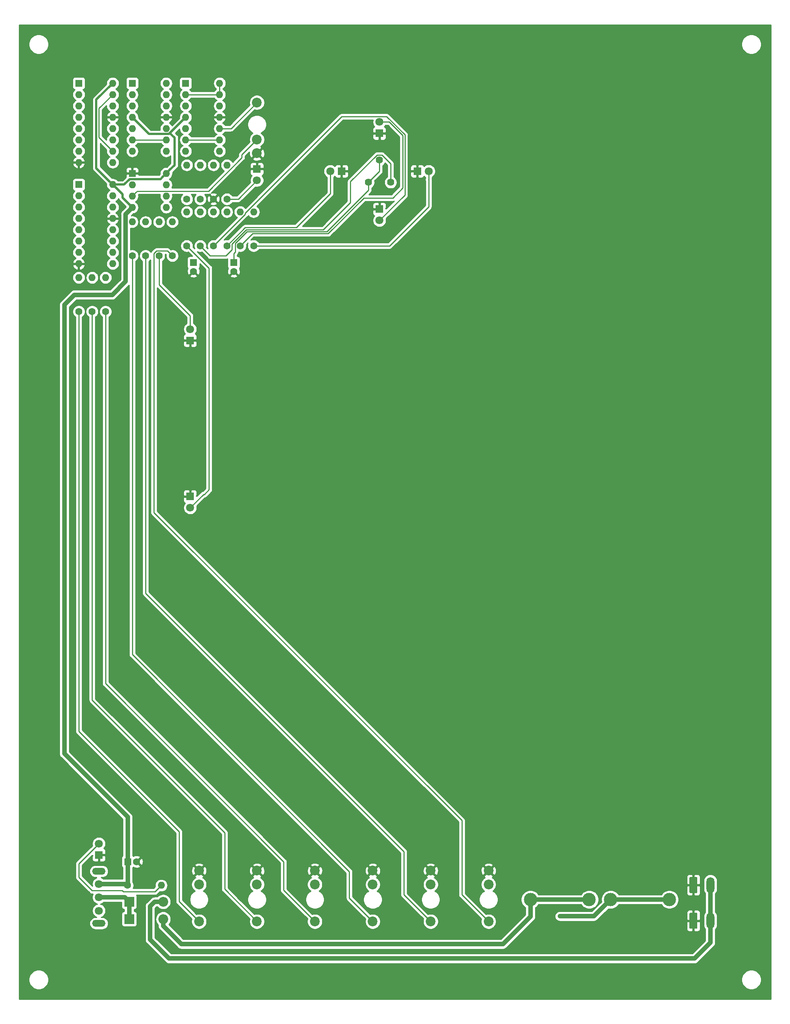
<source format=gbr>
G04 #@! TF.GenerationSoftware,KiCad,Pcbnew,(5.1.2-1)-1*
G04 #@! TF.CreationDate,2020-03-26T14:57:03-05:00*
G04 #@! TF.ProjectId,Knave+Death,4b6e6176-652b-4446-9561-74682e6b6963,rev?*
G04 #@! TF.SameCoordinates,Original*
G04 #@! TF.FileFunction,Copper,L2,Bot*
G04 #@! TF.FilePolarity,Positive*
%FSLAX46Y46*%
G04 Gerber Fmt 4.6, Leading zero omitted, Abs format (unit mm)*
G04 Created by KiCad (PCBNEW (5.1.2-1)-1) date 2020-03-26 14:57:03*
%MOMM*%
%LPD*%
G04 APERTURE LIST*
%ADD10C,1.600000*%
%ADD11R,1.600000X1.600000*%
%ADD12C,1.620000*%
%ADD13O,1.600000X1.600000*%
%ADD14C,3.000000*%
%ADD15R,1.800000X1.800000*%
%ADD16C,1.800000*%
%ADD17O,3.000000X1.500000*%
%ADD18R,2.200000X2.200000*%
%ADD19O,2.200000X2.200000*%
%ADD20C,2.200000*%
%ADD21C,0.100000*%
%ADD22O,1.800000X3.600000*%
%ADD23C,0.800000*%
%ADD24C,1.000000*%
%ADD25C,0.500000*%
%ADD26C,0.250000*%
%ADD27C,0.254000*%
G04 APERTURE END LIST*
D10*
X17000000Y-178500000D03*
D11*
X15000000Y-178500000D03*
D10*
X38800000Y-46000000D03*
D11*
X38800000Y-44000000D03*
D10*
X29750000Y-46000000D03*
D11*
X29750000Y-44000000D03*
D12*
X69000000Y-26000000D03*
X71500000Y-21000000D03*
X74000000Y-26000000D03*
D13*
X23620000Y-3750000D03*
X16000000Y-18990000D03*
X23620000Y-6290000D03*
X16000000Y-16450000D03*
X23620000Y-8830000D03*
X16000000Y-13910000D03*
X23620000Y-11370000D03*
X16000000Y-11370000D03*
X23620000Y-13910000D03*
X16000000Y-8830000D03*
X23620000Y-16450000D03*
X16000000Y-6290000D03*
X23620000Y-18990000D03*
D11*
X16000000Y-3750000D03*
D14*
X118600000Y-187000000D03*
X105400000Y-187000000D03*
X123400000Y-187000000D03*
X136600000Y-187000000D03*
D15*
X71500000Y-32000000D03*
D16*
X71500000Y-34540000D03*
X60460000Y-23500000D03*
D15*
X63000000Y-23500000D03*
X71500000Y-15000000D03*
D16*
X71500000Y-12460000D03*
D15*
X80000000Y-23500000D03*
D16*
X82540000Y-23500000D03*
D15*
X29000000Y-61500000D03*
D16*
X29000000Y-58960000D03*
X29000000Y-99040000D03*
D15*
X29000000Y-96500000D03*
D16*
X8500000Y-174460000D03*
D15*
X8500000Y-177000000D03*
D13*
X4000000Y-47380000D03*
D10*
X4000000Y-55000000D03*
X34250000Y-40250000D03*
D13*
X34250000Y-32630000D03*
X7000000Y-47380000D03*
D10*
X7000000Y-55000000D03*
X37250000Y-40250000D03*
D13*
X37250000Y-32630000D03*
D10*
X10000000Y-55000000D03*
D13*
X10000000Y-47380000D03*
X40250000Y-32630000D03*
D10*
X40250000Y-40250000D03*
D13*
X16000000Y-34880000D03*
D10*
X16000000Y-42500000D03*
X43250000Y-40250000D03*
D13*
X43250000Y-32630000D03*
D10*
X19000000Y-42500000D03*
D13*
X19000000Y-34880000D03*
X22000000Y-34880000D03*
D10*
X22000000Y-42500000D03*
D13*
X25000000Y-34880000D03*
D10*
X25000000Y-42500000D03*
X28250000Y-40250000D03*
D13*
X28250000Y-32630000D03*
D10*
X14895001Y-183825001D03*
D13*
X22515001Y-183825001D03*
X28250000Y-22130000D03*
D10*
X28250000Y-29750000D03*
D13*
X31250000Y-32630000D03*
D10*
X31250000Y-40250000D03*
D16*
X8500000Y-183500000D03*
X8500000Y-186500000D03*
X8500000Y-189500000D03*
D17*
X8500000Y-192350000D03*
X8500000Y-180650000D03*
D13*
X11620000Y-26500000D03*
X4000000Y-44280000D03*
X11620000Y-29040000D03*
X4000000Y-41740000D03*
X11620000Y-31580000D03*
X4000000Y-39200000D03*
X11620000Y-34120000D03*
X4000000Y-36660000D03*
X11620000Y-36660000D03*
X4000000Y-34120000D03*
X11620000Y-39200000D03*
X4000000Y-31580000D03*
X11620000Y-41740000D03*
X4000000Y-29040000D03*
X11620000Y-44280000D03*
D11*
X4000000Y-26500000D03*
X4000000Y-3750000D03*
D13*
X11620000Y-21530000D03*
X4000000Y-6290000D03*
X11620000Y-18990000D03*
X4000000Y-8830000D03*
X11620000Y-16450000D03*
X4000000Y-11370000D03*
X11620000Y-13910000D03*
X4000000Y-13910000D03*
X11620000Y-11370000D03*
X4000000Y-16450000D03*
X11620000Y-8830000D03*
X4000000Y-18990000D03*
X11620000Y-6290000D03*
X4000000Y-21530000D03*
X11620000Y-3750000D03*
D11*
X16000000Y-24000000D03*
D13*
X23620000Y-31620000D03*
X16000000Y-26540000D03*
X23620000Y-29080000D03*
X16000000Y-29080000D03*
X23620000Y-26540000D03*
X16000000Y-31620000D03*
X23620000Y-24000000D03*
D18*
X15325001Y-187500000D03*
D19*
X22945001Y-187500000D03*
X22945001Y-191375001D03*
D18*
X15325001Y-191375001D03*
D20*
X31000000Y-180520000D03*
X31000000Y-183620000D03*
X31000000Y-191920000D03*
X44000000Y-191920000D03*
X44000000Y-183620000D03*
X44000000Y-180520000D03*
X57000000Y-180520000D03*
X57000000Y-183620000D03*
X57000000Y-191920000D03*
X70000000Y-191920000D03*
X70000000Y-183620000D03*
X70000000Y-180520000D03*
X83000000Y-180520000D03*
X83000000Y-183620000D03*
X83000000Y-191920000D03*
X96000000Y-191920000D03*
X96000000Y-183620000D03*
X96000000Y-180520000D03*
D15*
X44000000Y-23000000D03*
D16*
X44000000Y-25540000D03*
D21*
G36*
X142674504Y-189951204D02*
G01*
X142698773Y-189954804D01*
X142722571Y-189960765D01*
X142745671Y-189969030D01*
X142767849Y-189979520D01*
X142788893Y-189992133D01*
X142808598Y-190006747D01*
X142826777Y-190023223D01*
X142843253Y-190041402D01*
X142857867Y-190061107D01*
X142870480Y-190082151D01*
X142880970Y-190104329D01*
X142889235Y-190127429D01*
X142895196Y-190151227D01*
X142898796Y-190175496D01*
X142900000Y-190200000D01*
X142900000Y-193300000D01*
X142898796Y-193324504D01*
X142895196Y-193348773D01*
X142889235Y-193372571D01*
X142880970Y-193395671D01*
X142870480Y-193417849D01*
X142857867Y-193438893D01*
X142843253Y-193458598D01*
X142826777Y-193476777D01*
X142808598Y-193493253D01*
X142788893Y-193507867D01*
X142767849Y-193520480D01*
X142745671Y-193530970D01*
X142722571Y-193539235D01*
X142698773Y-193545196D01*
X142674504Y-193548796D01*
X142650000Y-193550000D01*
X141350000Y-193550000D01*
X141325496Y-193548796D01*
X141301227Y-193545196D01*
X141277429Y-193539235D01*
X141254329Y-193530970D01*
X141232151Y-193520480D01*
X141211107Y-193507867D01*
X141191402Y-193493253D01*
X141173223Y-193476777D01*
X141156747Y-193458598D01*
X141142133Y-193438893D01*
X141129520Y-193417849D01*
X141119030Y-193395671D01*
X141110765Y-193372571D01*
X141104804Y-193348773D01*
X141101204Y-193324504D01*
X141100000Y-193300000D01*
X141100000Y-190200000D01*
X141101204Y-190175496D01*
X141104804Y-190151227D01*
X141110765Y-190127429D01*
X141119030Y-190104329D01*
X141129520Y-190082151D01*
X141142133Y-190061107D01*
X141156747Y-190041402D01*
X141173223Y-190023223D01*
X141191402Y-190006747D01*
X141211107Y-189992133D01*
X141232151Y-189979520D01*
X141254329Y-189969030D01*
X141277429Y-189960765D01*
X141301227Y-189954804D01*
X141325496Y-189951204D01*
X141350000Y-189950000D01*
X142650000Y-189950000D01*
X142674504Y-189951204D01*
X142674504Y-189951204D01*
G37*
D16*
X142000000Y-191750000D03*
D22*
X145810000Y-191750000D03*
D20*
X44000000Y-19480000D03*
X44000000Y-16380000D03*
X44000000Y-8080000D03*
D22*
X145810000Y-183750000D03*
D21*
G36*
X142674504Y-181951204D02*
G01*
X142698773Y-181954804D01*
X142722571Y-181960765D01*
X142745671Y-181969030D01*
X142767849Y-181979520D01*
X142788893Y-181992133D01*
X142808598Y-182006747D01*
X142826777Y-182023223D01*
X142843253Y-182041402D01*
X142857867Y-182061107D01*
X142870480Y-182082151D01*
X142880970Y-182104329D01*
X142889235Y-182127429D01*
X142895196Y-182151227D01*
X142898796Y-182175496D01*
X142900000Y-182200000D01*
X142900000Y-185300000D01*
X142898796Y-185324504D01*
X142895196Y-185348773D01*
X142889235Y-185372571D01*
X142880970Y-185395671D01*
X142870480Y-185417849D01*
X142857867Y-185438893D01*
X142843253Y-185458598D01*
X142826777Y-185476777D01*
X142808598Y-185493253D01*
X142788893Y-185507867D01*
X142767849Y-185520480D01*
X142745671Y-185530970D01*
X142722571Y-185539235D01*
X142698773Y-185545196D01*
X142674504Y-185548796D01*
X142650000Y-185550000D01*
X141350000Y-185550000D01*
X141325496Y-185548796D01*
X141301227Y-185545196D01*
X141277429Y-185539235D01*
X141254329Y-185530970D01*
X141232151Y-185520480D01*
X141211107Y-185507867D01*
X141191402Y-185493253D01*
X141173223Y-185476777D01*
X141156747Y-185458598D01*
X141142133Y-185438893D01*
X141129520Y-185417849D01*
X141119030Y-185395671D01*
X141110765Y-185372571D01*
X141104804Y-185348773D01*
X141101204Y-185324504D01*
X141100000Y-185300000D01*
X141100000Y-182200000D01*
X141101204Y-182175496D01*
X141104804Y-182151227D01*
X141110765Y-182127429D01*
X141119030Y-182104329D01*
X141129520Y-182082151D01*
X141142133Y-182061107D01*
X141156747Y-182041402D01*
X141173223Y-182023223D01*
X141191402Y-182006747D01*
X141211107Y-181992133D01*
X141232151Y-181979520D01*
X141254329Y-181969030D01*
X141277429Y-181960765D01*
X141301227Y-181954804D01*
X141325496Y-181951204D01*
X141350000Y-181950000D01*
X142650000Y-181950000D01*
X142674504Y-181951204D01*
X142674504Y-181951204D01*
G37*
D16*
X142000000Y-183750000D03*
D21*
G36*
X142674504Y-181951204D02*
G01*
X142698773Y-181954804D01*
X142722571Y-181960765D01*
X142745671Y-181969030D01*
X142767849Y-181979520D01*
X142788893Y-181992133D01*
X142808598Y-182006747D01*
X142826777Y-182023223D01*
X142843253Y-182041402D01*
X142857867Y-182061107D01*
X142870480Y-182082151D01*
X142880970Y-182104329D01*
X142889235Y-182127429D01*
X142895196Y-182151227D01*
X142898796Y-182175496D01*
X142900000Y-182200000D01*
X142900000Y-185300000D01*
X142898796Y-185324504D01*
X142895196Y-185348773D01*
X142889235Y-185372571D01*
X142880970Y-185395671D01*
X142870480Y-185417849D01*
X142857867Y-185438893D01*
X142843253Y-185458598D01*
X142826777Y-185476777D01*
X142808598Y-185493253D01*
X142788893Y-185507867D01*
X142767849Y-185520480D01*
X142745671Y-185530970D01*
X142722571Y-185539235D01*
X142698773Y-185545196D01*
X142674504Y-185548796D01*
X142650000Y-185550000D01*
X141350000Y-185550000D01*
X141325496Y-185548796D01*
X141301227Y-185545196D01*
X141277429Y-185539235D01*
X141254329Y-185530970D01*
X141232151Y-185520480D01*
X141211107Y-185507867D01*
X141191402Y-185493253D01*
X141173223Y-185476777D01*
X141156747Y-185458598D01*
X141142133Y-185438893D01*
X141129520Y-185417849D01*
X141119030Y-185395671D01*
X141110765Y-185372571D01*
X141104804Y-185348773D01*
X141101204Y-185324504D01*
X141100000Y-185300000D01*
X141100000Y-182200000D01*
X141101204Y-182175496D01*
X141104804Y-182151227D01*
X141110765Y-182127429D01*
X141119030Y-182104329D01*
X141129520Y-182082151D01*
X141142133Y-182061107D01*
X141156747Y-182041402D01*
X141173223Y-182023223D01*
X141191402Y-182006747D01*
X141211107Y-181992133D01*
X141232151Y-181979520D01*
X141254329Y-181969030D01*
X141277429Y-181960765D01*
X141301227Y-181954804D01*
X141325496Y-181951204D01*
X141350000Y-181950000D01*
X142650000Y-181950000D01*
X142674504Y-181951204D01*
X142674504Y-181951204D01*
G37*
D16*
X142000000Y-183750000D03*
D22*
X145810000Y-183750000D03*
X145810000Y-191750000D03*
D21*
G36*
X142674504Y-189951204D02*
G01*
X142698773Y-189954804D01*
X142722571Y-189960765D01*
X142745671Y-189969030D01*
X142767849Y-189979520D01*
X142788893Y-189992133D01*
X142808598Y-190006747D01*
X142826777Y-190023223D01*
X142843253Y-190041402D01*
X142857867Y-190061107D01*
X142870480Y-190082151D01*
X142880970Y-190104329D01*
X142889235Y-190127429D01*
X142895196Y-190151227D01*
X142898796Y-190175496D01*
X142900000Y-190200000D01*
X142900000Y-193300000D01*
X142898796Y-193324504D01*
X142895196Y-193348773D01*
X142889235Y-193372571D01*
X142880970Y-193395671D01*
X142870480Y-193417849D01*
X142857867Y-193438893D01*
X142843253Y-193458598D01*
X142826777Y-193476777D01*
X142808598Y-193493253D01*
X142788893Y-193507867D01*
X142767849Y-193520480D01*
X142745671Y-193530970D01*
X142722571Y-193539235D01*
X142698773Y-193545196D01*
X142674504Y-193548796D01*
X142650000Y-193550000D01*
X141350000Y-193550000D01*
X141325496Y-193548796D01*
X141301227Y-193545196D01*
X141277429Y-193539235D01*
X141254329Y-193530970D01*
X141232151Y-193520480D01*
X141211107Y-193507867D01*
X141191402Y-193493253D01*
X141173223Y-193476777D01*
X141156747Y-193458598D01*
X141142133Y-193438893D01*
X141129520Y-193417849D01*
X141119030Y-193395671D01*
X141110765Y-193372571D01*
X141104804Y-193348773D01*
X141101204Y-193324504D01*
X141100000Y-193300000D01*
X141100000Y-190200000D01*
X141101204Y-190175496D01*
X141104804Y-190151227D01*
X141110765Y-190127429D01*
X141119030Y-190104329D01*
X141129520Y-190082151D01*
X141142133Y-190061107D01*
X141156747Y-190041402D01*
X141173223Y-190023223D01*
X141191402Y-190006747D01*
X141211107Y-189992133D01*
X141232151Y-189979520D01*
X141254329Y-189969030D01*
X141277429Y-189960765D01*
X141301227Y-189954804D01*
X141325496Y-189951204D01*
X141350000Y-189950000D01*
X142650000Y-189950000D01*
X142674504Y-189951204D01*
X142674504Y-189951204D01*
G37*
D16*
X142000000Y-191750000D03*
D10*
X37250000Y-29750000D03*
D13*
X37250000Y-22130000D03*
D10*
X31250000Y-29750000D03*
D13*
X31250000Y-22130000D03*
X34250000Y-22130000D03*
D10*
X34250000Y-29750000D03*
D11*
X28000000Y-3750000D03*
D13*
X35620000Y-18990000D03*
X28000000Y-6290000D03*
X35620000Y-16450000D03*
X28000000Y-8830000D03*
X35620000Y-13910000D03*
X28000000Y-11370000D03*
X35620000Y-11370000D03*
X28000000Y-13910000D03*
X35620000Y-8830000D03*
X28000000Y-16450000D03*
X35620000Y-6290000D03*
X28000000Y-18990000D03*
X35620000Y-3750000D03*
D23*
X112000000Y-190750000D03*
D24*
X107521320Y-187000000D02*
X118600000Y-187000000D01*
X105400000Y-187000000D02*
X107521320Y-187000000D01*
X105400000Y-190850000D02*
X105400000Y-187000000D01*
X99250000Y-197000000D02*
X105400000Y-190850000D01*
X27014366Y-197000000D02*
X99250000Y-197000000D01*
X22945001Y-192930635D02*
X27014366Y-197000000D01*
X22945001Y-191375001D02*
X22945001Y-192930635D01*
X119650000Y-190750000D02*
X123400000Y-187000000D01*
X112000000Y-190750000D02*
X119650000Y-190750000D01*
X123400000Y-187000000D02*
X136600000Y-187000000D01*
X14570000Y-183500000D02*
X14895001Y-183825001D01*
X8500000Y-183500000D02*
X14570000Y-183500000D01*
X15000000Y-183720002D02*
X14895001Y-183825001D01*
X15000000Y-178500000D02*
X15000000Y-183720002D01*
X15000000Y-168500000D02*
X15000000Y-178500000D01*
X750000Y-154250000D02*
X15000000Y-168500000D01*
X750000Y-53500000D02*
X750000Y-154250000D01*
X11500000Y-51250000D02*
X3000000Y-51250000D01*
X16000000Y-31620000D02*
X14499999Y-33120001D01*
X14500000Y-48250000D02*
X11500000Y-51250000D01*
X3000000Y-51250000D02*
X750000Y-53500000D01*
X14499999Y-33120001D02*
X14500000Y-48250000D01*
D25*
X16799999Y-12169999D02*
X16000000Y-11370000D01*
X19790001Y-15160001D02*
X16799999Y-12169999D01*
X24209999Y-15160001D02*
X19790001Y-15160001D01*
X10820001Y-25700001D02*
X11620000Y-26500000D01*
X7924992Y-22804992D02*
X10820001Y-25700001D01*
X7924992Y-7445008D02*
X7924992Y-22804992D01*
X11620000Y-3750000D02*
X7924992Y-7445008D01*
X16000000Y-31620000D02*
X13800000Y-29420000D01*
X13800000Y-28680000D02*
X11620000Y-26500000D01*
X13800000Y-29420000D02*
X13800000Y-28680000D01*
X22820001Y-24799999D02*
X23620000Y-24000000D01*
X22369999Y-25250001D02*
X22820001Y-24799999D01*
X15439997Y-25250001D02*
X22369999Y-25250001D01*
X14189998Y-26500000D02*
X15439997Y-25250001D01*
X11620000Y-26500000D02*
X14189998Y-26500000D01*
X24419999Y-23200001D02*
X23620000Y-24000000D01*
X25500000Y-16000000D02*
X25500000Y-22120000D01*
X24435000Y-14935000D02*
X25500000Y-16000000D01*
X25500000Y-22120000D02*
X24419999Y-23200001D01*
X28000000Y-11370000D02*
X24435000Y-14935000D01*
X24435000Y-14935000D02*
X24209999Y-15160001D01*
D26*
X38800000Y-41949998D02*
X39124999Y-41624999D01*
X39124999Y-39709999D02*
X41785008Y-37049990D01*
X38800000Y-44400000D02*
X38800000Y-41949998D01*
X39124999Y-41624999D02*
X39124999Y-39709999D01*
X41785008Y-37049990D02*
X59700010Y-37049990D01*
X69000000Y-26000000D02*
X71500000Y-23500000D01*
X59700010Y-37049990D02*
X69000000Y-27750000D01*
X69000000Y-27750000D02*
X69000000Y-26000000D01*
X71500000Y-23500000D02*
X71500000Y-21000000D01*
X35049999Y-39450001D02*
X34250000Y-40250000D01*
X41375001Y-32874999D02*
X41375001Y-33124999D01*
X71500000Y-34540000D02*
X77200010Y-28839990D01*
X77200009Y-15313599D02*
X73121409Y-11234999D01*
X41375001Y-33124999D02*
X35049999Y-39450001D01*
X63015001Y-11234999D02*
X41375001Y-32874999D01*
X73121409Y-11234999D02*
X63015001Y-11234999D01*
X77200010Y-28839990D02*
X77200009Y-15313599D01*
X52850028Y-36149972D02*
X60460000Y-28540000D01*
X41350028Y-36149972D02*
X52850028Y-36149972D01*
X60460000Y-27710000D02*
X60460000Y-23500000D01*
X60460000Y-28540000D02*
X60460000Y-27710000D01*
X37250000Y-40250000D02*
X41350028Y-36149972D01*
X43000000Y-37500000D02*
X40250000Y-40250000D01*
X60000000Y-37500000D02*
X43000000Y-37500000D01*
X76750000Y-27250000D02*
X74500000Y-29500000D01*
X76750000Y-15500000D02*
X76750000Y-27250000D01*
X68000000Y-29500000D02*
X60000000Y-37500000D01*
X73710000Y-12460000D02*
X76750000Y-15500000D01*
X74500000Y-29500000D02*
X68000000Y-29500000D01*
X71500000Y-12460000D02*
X73710000Y-12460000D01*
X82540000Y-25313002D02*
X82500000Y-25353002D01*
X82540000Y-23500000D02*
X82540000Y-25313002D01*
X82540000Y-23500000D02*
X82540000Y-31460000D01*
X73750000Y-40250000D02*
X43250000Y-40250000D01*
X82540000Y-31460000D02*
X73750000Y-40250000D01*
X22000000Y-48960000D02*
X29000000Y-55960000D01*
X22000000Y-42500000D02*
X22000000Y-48960000D01*
X29000000Y-58960000D02*
X29000000Y-56000000D01*
X33250000Y-95000000D02*
X32210000Y-96040000D01*
X33250000Y-45250000D02*
X33250000Y-95000000D01*
X28250000Y-40250000D02*
X33250000Y-45250000D01*
X32000000Y-96040000D02*
X32210000Y-96040000D01*
X29000000Y-99040000D02*
X32000000Y-96040000D01*
X21090002Y-185250000D02*
X22515001Y-183825001D01*
X14000000Y-185250000D02*
X21090002Y-185250000D01*
X8500000Y-174460000D02*
X4000000Y-178960000D01*
X7000000Y-185000000D02*
X13750000Y-185000000D01*
X13750000Y-185000000D02*
X14000000Y-185250000D01*
X4000000Y-182000000D02*
X7000000Y-185000000D01*
X4000000Y-178960000D02*
X4000000Y-182000000D01*
D24*
X15325001Y-191375001D02*
X15325001Y-187500000D01*
X14325001Y-186500000D02*
X15325001Y-187500000D01*
X8500000Y-186500000D02*
X14325001Y-186500000D01*
X145810000Y-183750000D02*
X145810000Y-191750000D01*
X145810000Y-191750000D02*
X145810000Y-196690000D01*
X145810000Y-196690000D02*
X142250000Y-200250000D01*
X142250000Y-200250000D02*
X24250000Y-200250000D01*
X24250000Y-200250000D02*
X20000000Y-196000000D01*
X20000000Y-196000000D02*
X20000000Y-188500000D01*
X21000000Y-187500000D02*
X22945001Y-187500000D01*
X20000000Y-188500000D02*
X21000000Y-187500000D01*
D26*
X4000000Y-55000000D02*
X4000000Y-149250000D01*
X4000000Y-149250000D02*
X26500000Y-171750000D01*
X26500000Y-187420000D02*
X31000000Y-191920000D01*
X26500000Y-171750000D02*
X26500000Y-187420000D01*
X7000000Y-55000000D02*
X7000000Y-142250000D01*
X7000000Y-142250000D02*
X36750000Y-172000000D01*
X36750000Y-184670000D02*
X44000000Y-191920000D01*
X36750000Y-172000000D02*
X36750000Y-184670000D01*
X10000000Y-55000000D02*
X10000000Y-138500000D01*
X10000000Y-138500000D02*
X50000000Y-178500000D01*
X50000000Y-184920000D02*
X57000000Y-191920000D01*
X50000000Y-178500000D02*
X50000000Y-184920000D01*
X16000000Y-42500000D02*
X16000000Y-132000000D01*
X16000000Y-132000000D02*
X64750000Y-180750000D01*
X64750000Y-186670000D02*
X70000000Y-191920000D01*
X64750000Y-180750000D02*
X64750000Y-186670000D01*
X19000000Y-42500000D02*
X19000000Y-118250000D01*
X19000000Y-118250000D02*
X77000000Y-176250000D01*
X77000000Y-185920000D02*
X83000000Y-191920000D01*
X77000000Y-176250000D02*
X77000000Y-185920000D01*
X20874999Y-41959999D02*
X20874999Y-100124999D01*
X21459999Y-41374999D02*
X20874999Y-41959999D01*
X23874999Y-41374999D02*
X21459999Y-41374999D01*
X25000000Y-42500000D02*
X23874999Y-41374999D01*
X20874999Y-100124999D02*
X90000000Y-169250000D01*
X90000000Y-185920000D02*
X96000000Y-191920000D01*
X90000000Y-169250000D02*
X90000000Y-185920000D01*
X11620000Y-6290000D02*
X8500000Y-9410000D01*
X8500000Y-15870000D02*
X11620000Y-18990000D01*
X8500000Y-9410000D02*
X8500000Y-15870000D01*
X33500000Y-42500000D02*
X31250000Y-40250000D01*
X37000000Y-42500000D02*
X33500000Y-42500000D01*
X70955199Y-19864999D02*
X65000000Y-25820198D01*
X38375001Y-41124999D02*
X37000000Y-42500000D01*
X74000000Y-26000000D02*
X74000000Y-21820198D01*
X41598607Y-36599981D02*
X38375001Y-39823587D01*
X65000000Y-25820198D02*
X65000000Y-30500000D01*
X58900020Y-36599980D02*
X41598607Y-36599981D01*
X72044801Y-19864999D02*
X70955199Y-19864999D01*
X38375001Y-39823587D02*
X38375001Y-41124999D01*
X65000000Y-30500000D02*
X58900020Y-36599980D01*
X74000000Y-21820198D02*
X72044801Y-19864999D01*
X39790000Y-29750000D02*
X44000000Y-25540000D01*
X37250000Y-29750000D02*
X39790000Y-29750000D01*
X44000000Y-16380000D02*
X40600000Y-19780000D01*
X17125001Y-27954999D02*
X16799999Y-28280001D01*
X16799999Y-28280001D02*
X16000000Y-29080000D01*
X33090003Y-27954999D02*
X17125001Y-27954999D01*
X40600000Y-20445002D02*
X33090003Y-27954999D01*
X40600000Y-19780000D02*
X40600000Y-20445002D01*
X38170000Y-13910000D02*
X44000000Y-8080000D01*
X35620000Y-13910000D02*
X38170000Y-13910000D01*
X16000000Y-16450000D02*
X23620000Y-16450000D01*
X28000000Y-6290000D02*
X35620000Y-6290000D01*
X35620000Y-6290000D02*
X35620000Y-3750000D01*
X29131370Y-16450000D02*
X35620000Y-16450000D01*
X28000000Y-16450000D02*
X29131370Y-16450000D01*
D27*
G36*
X159340000Y-209340000D02*
G01*
X-9340000Y-209340000D01*
X-9340000Y-204779872D01*
X-7235000Y-204779872D01*
X-7235000Y-205220128D01*
X-7149110Y-205651925D01*
X-6980631Y-206058669D01*
X-6736038Y-206424729D01*
X-6424729Y-206736038D01*
X-6058669Y-206980631D01*
X-5651925Y-207149110D01*
X-5220128Y-207235000D01*
X-4779872Y-207235000D01*
X-4348075Y-207149110D01*
X-3941331Y-206980631D01*
X-3575271Y-206736038D01*
X-3263962Y-206424729D01*
X-3019369Y-206058669D01*
X-2850890Y-205651925D01*
X-2765000Y-205220128D01*
X-2765000Y-204779872D01*
X152765000Y-204779872D01*
X152765000Y-205220128D01*
X152850890Y-205651925D01*
X153019369Y-206058669D01*
X153263962Y-206424729D01*
X153575271Y-206736038D01*
X153941331Y-206980631D01*
X154348075Y-207149110D01*
X154779872Y-207235000D01*
X155220128Y-207235000D01*
X155651925Y-207149110D01*
X156058669Y-206980631D01*
X156424729Y-206736038D01*
X156736038Y-206424729D01*
X156980631Y-206058669D01*
X157149110Y-205651925D01*
X157235000Y-205220128D01*
X157235000Y-204779872D01*
X157149110Y-204348075D01*
X156980631Y-203941331D01*
X156736038Y-203575271D01*
X156424729Y-203263962D01*
X156058669Y-203019369D01*
X155651925Y-202850890D01*
X155220128Y-202765000D01*
X154779872Y-202765000D01*
X154348075Y-202850890D01*
X153941331Y-203019369D01*
X153575271Y-203263962D01*
X153263962Y-203575271D01*
X153019369Y-203941331D01*
X152850890Y-204348075D01*
X152765000Y-204779872D01*
X-2765000Y-204779872D01*
X-2850890Y-204348075D01*
X-3019369Y-203941331D01*
X-3263962Y-203575271D01*
X-3575271Y-203263962D01*
X-3941331Y-203019369D01*
X-4348075Y-202850890D01*
X-4779872Y-202765000D01*
X-5220128Y-202765000D01*
X-5651925Y-202850890D01*
X-6058669Y-203019369D01*
X-6424729Y-203263962D01*
X-6736038Y-203575271D01*
X-6980631Y-203941331D01*
X-7149110Y-204348075D01*
X-7235000Y-204779872D01*
X-9340000Y-204779872D01*
X-9340000Y-53500000D01*
X-390491Y-53500000D01*
X-385000Y-53555751D01*
X-384999Y-154194238D01*
X-390491Y-154250000D01*
X-368577Y-154472498D01*
X-303676Y-154686446D01*
X-303675Y-154686447D01*
X-198283Y-154883623D01*
X-56448Y-155056449D01*
X-13140Y-155091991D01*
X13865000Y-168970132D01*
X13865001Y-177159043D01*
X13845506Y-177169463D01*
X13748815Y-177248815D01*
X13669463Y-177345506D01*
X13610498Y-177455820D01*
X13574188Y-177575518D01*
X13561928Y-177700000D01*
X13561928Y-179300000D01*
X13574188Y-179424482D01*
X13610498Y-179544180D01*
X13669463Y-179654494D01*
X13748815Y-179751185D01*
X13845506Y-179830537D01*
X13865000Y-179840957D01*
X13865001Y-182365000D01*
X9535817Y-182365000D01*
X9478505Y-182307688D01*
X9227095Y-182139701D01*
X8974326Y-182035000D01*
X9318037Y-182035000D01*
X9521507Y-182014960D01*
X9782581Y-181935764D01*
X10023188Y-181807157D01*
X10234081Y-181634081D01*
X10407157Y-181423188D01*
X10535764Y-181182581D01*
X10614960Y-180921507D01*
X10641701Y-180650000D01*
X10614960Y-180378493D01*
X10535764Y-180117419D01*
X10407157Y-179876812D01*
X10234081Y-179665919D01*
X10023188Y-179492843D01*
X9782581Y-179364236D01*
X9521507Y-179285040D01*
X9318037Y-179265000D01*
X7681963Y-179265000D01*
X7478493Y-179285040D01*
X7217419Y-179364236D01*
X6976812Y-179492843D01*
X6765919Y-179665919D01*
X6592843Y-179876812D01*
X6464236Y-180117419D01*
X6385040Y-180378493D01*
X6358299Y-180650000D01*
X6385040Y-180921507D01*
X6464236Y-181182581D01*
X6592843Y-181423188D01*
X6765919Y-181634081D01*
X6976812Y-181807157D01*
X7217419Y-181935764D01*
X7478493Y-182014960D01*
X7681963Y-182035000D01*
X8025674Y-182035000D01*
X7772905Y-182139701D01*
X7521495Y-182307688D01*
X7307688Y-182521495D01*
X7139701Y-182772905D01*
X7023989Y-183052257D01*
X6965000Y-183348816D01*
X6965000Y-183651184D01*
X7023989Y-183947743D01*
X7025010Y-183950208D01*
X4760000Y-181685199D01*
X4760000Y-179274801D01*
X6965000Y-177069802D01*
X6965000Y-177127002D01*
X7123748Y-177127002D01*
X6965000Y-177285750D01*
X6961928Y-177900000D01*
X6974188Y-178024482D01*
X7010498Y-178144180D01*
X7069463Y-178254494D01*
X7148815Y-178351185D01*
X7245506Y-178430537D01*
X7355820Y-178489502D01*
X7475518Y-178525812D01*
X7600000Y-178538072D01*
X8214250Y-178535000D01*
X8373000Y-178376250D01*
X8373000Y-177127000D01*
X8627000Y-177127000D01*
X8627000Y-178376250D01*
X8785750Y-178535000D01*
X9400000Y-178538072D01*
X9524482Y-178525812D01*
X9644180Y-178489502D01*
X9754494Y-178430537D01*
X9851185Y-178351185D01*
X9930537Y-178254494D01*
X9989502Y-178144180D01*
X10025812Y-178024482D01*
X10038072Y-177900000D01*
X10035000Y-177285750D01*
X9876250Y-177127000D01*
X8627000Y-177127000D01*
X8373000Y-177127000D01*
X8353000Y-177127000D01*
X8353000Y-176873000D01*
X8373000Y-176873000D01*
X8373000Y-176853000D01*
X8627000Y-176853000D01*
X8627000Y-176873000D01*
X9876250Y-176873000D01*
X10035000Y-176714250D01*
X10038072Y-176100000D01*
X10025812Y-175975518D01*
X9989502Y-175855820D01*
X9930537Y-175745506D01*
X9851185Y-175648815D01*
X9754494Y-175569463D01*
X9644180Y-175510498D01*
X9625873Y-175504944D01*
X9692312Y-175438505D01*
X9860299Y-175187095D01*
X9976011Y-174907743D01*
X10035000Y-174611184D01*
X10035000Y-174308816D01*
X9976011Y-174012257D01*
X9860299Y-173732905D01*
X9692312Y-173481495D01*
X9478505Y-173267688D01*
X9227095Y-173099701D01*
X8947743Y-172983989D01*
X8651184Y-172925000D01*
X8348816Y-172925000D01*
X8052257Y-172983989D01*
X7772905Y-173099701D01*
X7521495Y-173267688D01*
X7307688Y-173481495D01*
X7139701Y-173732905D01*
X7023989Y-174012257D01*
X6965000Y-174308816D01*
X6965000Y-174611184D01*
X7016269Y-174868930D01*
X3489003Y-178396196D01*
X3459999Y-178419999D01*
X3424983Y-178462667D01*
X3365026Y-178535724D01*
X3304486Y-178648985D01*
X3294454Y-178667754D01*
X3250997Y-178811015D01*
X3240000Y-178922668D01*
X3240000Y-178922678D01*
X3236324Y-178960000D01*
X3240000Y-178997323D01*
X3240001Y-181962668D01*
X3236324Y-182000000D01*
X3240001Y-182037333D01*
X3250084Y-182139701D01*
X3250998Y-182148985D01*
X3294454Y-182292246D01*
X3365026Y-182424276D01*
X3436201Y-182511002D01*
X3460000Y-182540001D01*
X3488998Y-182563799D01*
X6436200Y-185511002D01*
X6459999Y-185540001D01*
X6575724Y-185634974D01*
X6707753Y-185705546D01*
X6851014Y-185749003D01*
X6962667Y-185760000D01*
X6962675Y-185760000D01*
X7000000Y-185763676D01*
X7037325Y-185760000D01*
X7148324Y-185760000D01*
X7139701Y-185772905D01*
X7023989Y-186052257D01*
X6965000Y-186348816D01*
X6965000Y-186651184D01*
X7023989Y-186947743D01*
X7139701Y-187227095D01*
X7307688Y-187478505D01*
X7521495Y-187692312D01*
X7772905Y-187860299D01*
X8052257Y-187976011D01*
X8172858Y-188000000D01*
X8052257Y-188023989D01*
X7772905Y-188139701D01*
X7521495Y-188307688D01*
X7307688Y-188521495D01*
X7139701Y-188772905D01*
X7023989Y-189052257D01*
X6965000Y-189348816D01*
X6965000Y-189651184D01*
X7023989Y-189947743D01*
X7139701Y-190227095D01*
X7307688Y-190478505D01*
X7521495Y-190692312D01*
X7772905Y-190860299D01*
X8025674Y-190965000D01*
X7681963Y-190965000D01*
X7478493Y-190985040D01*
X7217419Y-191064236D01*
X6976812Y-191192843D01*
X6765919Y-191365919D01*
X6592843Y-191576812D01*
X6464236Y-191817419D01*
X6385040Y-192078493D01*
X6358299Y-192350000D01*
X6385040Y-192621507D01*
X6464236Y-192882581D01*
X6592843Y-193123188D01*
X6765919Y-193334081D01*
X6976812Y-193507157D01*
X7217419Y-193635764D01*
X7478493Y-193714960D01*
X7681963Y-193735000D01*
X9318037Y-193735000D01*
X9521507Y-193714960D01*
X9782581Y-193635764D01*
X10023188Y-193507157D01*
X10234081Y-193334081D01*
X10407157Y-193123188D01*
X10535764Y-192882581D01*
X10614960Y-192621507D01*
X10641701Y-192350000D01*
X10614960Y-192078493D01*
X10535764Y-191817419D01*
X10407157Y-191576812D01*
X10234081Y-191365919D01*
X10023188Y-191192843D01*
X9782581Y-191064236D01*
X9521507Y-190985040D01*
X9318037Y-190965000D01*
X8974326Y-190965000D01*
X9227095Y-190860299D01*
X9478505Y-190692312D01*
X9692312Y-190478505D01*
X9860299Y-190227095D01*
X9976011Y-189947743D01*
X10035000Y-189651184D01*
X10035000Y-189348816D01*
X9976011Y-189052257D01*
X9860299Y-188772905D01*
X9692312Y-188521495D01*
X9478505Y-188307688D01*
X9227095Y-188139701D01*
X8947743Y-188023989D01*
X8827142Y-188000000D01*
X8947743Y-187976011D01*
X9227095Y-187860299D01*
X9478505Y-187692312D01*
X9535817Y-187635000D01*
X13586929Y-187635000D01*
X13586929Y-188600000D01*
X13599189Y-188724482D01*
X13635499Y-188844180D01*
X13694464Y-188954494D01*
X13773816Y-189051185D01*
X13870507Y-189130537D01*
X13980821Y-189189502D01*
X14100519Y-189225812D01*
X14190002Y-189234625D01*
X14190001Y-189640376D01*
X14100519Y-189649189D01*
X13980821Y-189685499D01*
X13870507Y-189744464D01*
X13773816Y-189823816D01*
X13694464Y-189920507D01*
X13635499Y-190030821D01*
X13599189Y-190150519D01*
X13586929Y-190275001D01*
X13586929Y-192475001D01*
X13599189Y-192599483D01*
X13635499Y-192719181D01*
X13694464Y-192829495D01*
X13773816Y-192926186D01*
X13870507Y-193005538D01*
X13980821Y-193064503D01*
X14100519Y-193100813D01*
X14225001Y-193113073D01*
X16425001Y-193113073D01*
X16549483Y-193100813D01*
X16669181Y-193064503D01*
X16779495Y-193005538D01*
X16876186Y-192926186D01*
X16955538Y-192829495D01*
X17014503Y-192719181D01*
X17050813Y-192599483D01*
X17063073Y-192475001D01*
X17063073Y-190275001D01*
X17050813Y-190150519D01*
X17014503Y-190030821D01*
X16955538Y-189920507D01*
X16876186Y-189823816D01*
X16779495Y-189744464D01*
X16669181Y-189685499D01*
X16549483Y-189649189D01*
X16460001Y-189640376D01*
X16460001Y-189234625D01*
X16549483Y-189225812D01*
X16669181Y-189189502D01*
X16779495Y-189130537D01*
X16876186Y-189051185D01*
X16955538Y-188954494D01*
X17014503Y-188844180D01*
X17050813Y-188724482D01*
X17063073Y-188600000D01*
X17063073Y-188500000D01*
X18859509Y-188500000D01*
X18865001Y-188555761D01*
X18865000Y-195944248D01*
X18859509Y-196000000D01*
X18865000Y-196055751D01*
X18881423Y-196222498D01*
X18946324Y-196436446D01*
X19051716Y-196633623D01*
X19193551Y-196806449D01*
X19236865Y-196841996D01*
X23408013Y-201013146D01*
X23443551Y-201056449D01*
X23486854Y-201091987D01*
X23486856Y-201091989D01*
X23616377Y-201198284D01*
X23813553Y-201303676D01*
X24027501Y-201368577D01*
X24250000Y-201390491D01*
X24305752Y-201385000D01*
X142194249Y-201385000D01*
X142250000Y-201390491D01*
X142305751Y-201385000D01*
X142305752Y-201385000D01*
X142472499Y-201368577D01*
X142686447Y-201303676D01*
X142883623Y-201198284D01*
X143056449Y-201056449D01*
X143091996Y-201013135D01*
X146573141Y-197531991D01*
X146616449Y-197496449D01*
X146758284Y-197323623D01*
X146863676Y-197126447D01*
X146928577Y-196912499D01*
X146945000Y-196745752D01*
X146945000Y-196745743D01*
X146950490Y-196690001D01*
X146945000Y-196634259D01*
X146945000Y-193686634D01*
X147092481Y-193506927D01*
X147235017Y-193240261D01*
X147322790Y-192950913D01*
X147345000Y-192725408D01*
X147345000Y-190774592D01*
X147322790Y-190549087D01*
X147235017Y-190259739D01*
X147092481Y-189993073D01*
X146945000Y-189813366D01*
X146945000Y-185686634D01*
X147092481Y-185506927D01*
X147235017Y-185240261D01*
X147322790Y-184950913D01*
X147345000Y-184725408D01*
X147345000Y-182774592D01*
X147322790Y-182549087D01*
X147235017Y-182259739D01*
X147092481Y-181993073D01*
X146900661Y-181759339D01*
X146666926Y-181567519D01*
X146400260Y-181424983D01*
X146110912Y-181337210D01*
X145810000Y-181307573D01*
X145509087Y-181337210D01*
X145219739Y-181424983D01*
X144953073Y-181567519D01*
X144719339Y-181759339D01*
X144527519Y-181993074D01*
X144384983Y-182259740D01*
X144297210Y-182549088D01*
X144275000Y-182774593D01*
X144275000Y-184725408D01*
X144297211Y-184950913D01*
X144384984Y-185240261D01*
X144527520Y-185506927D01*
X144675000Y-185686633D01*
X144675001Y-189813366D01*
X144527519Y-189993074D01*
X144384983Y-190259740D01*
X144297210Y-190549088D01*
X144275000Y-190774593D01*
X144275000Y-192725408D01*
X144297211Y-192950913D01*
X144384984Y-193240261D01*
X144527520Y-193506927D01*
X144675000Y-193686633D01*
X144675001Y-196219867D01*
X141779869Y-199115000D01*
X24720133Y-199115000D01*
X21135000Y-195529869D01*
X21135000Y-191375001D01*
X21201607Y-191375001D01*
X21235106Y-191715120D01*
X21334315Y-192042169D01*
X21495422Y-192343579D01*
X21712235Y-192607767D01*
X21810001Y-192688001D01*
X21810001Y-192874884D01*
X21804510Y-192930635D01*
X21826424Y-193153133D01*
X21891325Y-193367081D01*
X21891326Y-193367082D01*
X21996718Y-193564258D01*
X22138553Y-193737084D01*
X22181861Y-193772626D01*
X26172375Y-197763141D01*
X26207917Y-197806449D01*
X26380743Y-197948284D01*
X26577919Y-198053676D01*
X26742071Y-198103471D01*
X26791866Y-198118577D01*
X26812859Y-198120644D01*
X26958614Y-198135000D01*
X26958621Y-198135000D01*
X27014365Y-198140490D01*
X27070109Y-198135000D01*
X99194249Y-198135000D01*
X99250000Y-198140491D01*
X99305751Y-198135000D01*
X99305752Y-198135000D01*
X99472499Y-198118577D01*
X99686447Y-198053676D01*
X99883623Y-197948284D01*
X100056449Y-197806449D01*
X100091996Y-197763135D01*
X104305131Y-193550000D01*
X140461928Y-193550000D01*
X140474188Y-193674482D01*
X140510498Y-193794180D01*
X140569463Y-193904494D01*
X140648815Y-194001185D01*
X140745506Y-194080537D01*
X140855820Y-194139502D01*
X140975518Y-194175812D01*
X141100000Y-194188072D01*
X141714250Y-194185000D01*
X141873000Y-194026250D01*
X141873000Y-191877000D01*
X142127000Y-191877000D01*
X142127000Y-194026250D01*
X142285750Y-194185000D01*
X142900000Y-194188072D01*
X143024482Y-194175812D01*
X143144180Y-194139502D01*
X143254494Y-194080537D01*
X143351185Y-194001185D01*
X143430537Y-193904494D01*
X143489502Y-193794180D01*
X143525812Y-193674482D01*
X143538072Y-193550000D01*
X143535000Y-192035750D01*
X143376250Y-191877000D01*
X142127000Y-191877000D01*
X141873000Y-191877000D01*
X140623750Y-191877000D01*
X140465000Y-192035750D01*
X140461928Y-193550000D01*
X104305131Y-193550000D01*
X106163141Y-191691991D01*
X106206449Y-191656449D01*
X106348284Y-191483623D01*
X106453676Y-191286447D01*
X106518577Y-191072499D01*
X106535000Y-190905752D01*
X106535000Y-190905743D01*
X106540490Y-190850001D01*
X106535000Y-190794259D01*
X106535000Y-190750000D01*
X110859509Y-190750000D01*
X110881423Y-190972499D01*
X110946324Y-191186447D01*
X111051716Y-191383623D01*
X111193551Y-191556449D01*
X111366377Y-191698284D01*
X111563553Y-191803676D01*
X111777501Y-191868577D01*
X111944248Y-191885000D01*
X119594249Y-191885000D01*
X119650000Y-191890491D01*
X119705751Y-191885000D01*
X119705752Y-191885000D01*
X119872499Y-191868577D01*
X120086447Y-191803676D01*
X120283623Y-191698284D01*
X120456449Y-191556449D01*
X120491996Y-191513135D01*
X122055131Y-189950000D01*
X140461928Y-189950000D01*
X140465000Y-191464250D01*
X140623750Y-191623000D01*
X141873000Y-191623000D01*
X141873000Y-189473750D01*
X142127000Y-189473750D01*
X142127000Y-191623000D01*
X143376250Y-191623000D01*
X143535000Y-191464250D01*
X143538072Y-189950000D01*
X143525812Y-189825518D01*
X143489502Y-189705820D01*
X143430537Y-189595506D01*
X143351185Y-189498815D01*
X143254494Y-189419463D01*
X143144180Y-189360498D01*
X143024482Y-189324188D01*
X142900000Y-189311928D01*
X142285750Y-189315000D01*
X142127000Y-189473750D01*
X141873000Y-189473750D01*
X141714250Y-189315000D01*
X141100000Y-189311928D01*
X140975518Y-189324188D01*
X140855820Y-189360498D01*
X140745506Y-189419463D01*
X140648815Y-189498815D01*
X140569463Y-189595506D01*
X140510498Y-189705820D01*
X140474188Y-189825518D01*
X140461928Y-189950000D01*
X122055131Y-189950000D01*
X122923155Y-189081977D01*
X123189721Y-189135000D01*
X123610279Y-189135000D01*
X124022756Y-189052953D01*
X124411302Y-188892012D01*
X124760983Y-188658363D01*
X125058363Y-188360983D01*
X125209360Y-188135000D01*
X134790640Y-188135000D01*
X134941637Y-188360983D01*
X135239017Y-188658363D01*
X135588698Y-188892012D01*
X135977244Y-189052953D01*
X136389721Y-189135000D01*
X136810279Y-189135000D01*
X137222756Y-189052953D01*
X137611302Y-188892012D01*
X137960983Y-188658363D01*
X138258363Y-188360983D01*
X138492012Y-188011302D01*
X138652953Y-187622756D01*
X138735000Y-187210279D01*
X138735000Y-186789721D01*
X138652953Y-186377244D01*
X138492012Y-185988698D01*
X138258363Y-185639017D01*
X138169346Y-185550000D01*
X140461928Y-185550000D01*
X140474188Y-185674482D01*
X140510498Y-185794180D01*
X140569463Y-185904494D01*
X140648815Y-186001185D01*
X140745506Y-186080537D01*
X140855820Y-186139502D01*
X140975518Y-186175812D01*
X141100000Y-186188072D01*
X141714250Y-186185000D01*
X141873000Y-186026250D01*
X141873000Y-183877000D01*
X142127000Y-183877000D01*
X142127000Y-186026250D01*
X142285750Y-186185000D01*
X142900000Y-186188072D01*
X143024482Y-186175812D01*
X143144180Y-186139502D01*
X143254494Y-186080537D01*
X143351185Y-186001185D01*
X143430537Y-185904494D01*
X143489502Y-185794180D01*
X143525812Y-185674482D01*
X143538072Y-185550000D01*
X143535000Y-184035750D01*
X143376250Y-183877000D01*
X142127000Y-183877000D01*
X141873000Y-183877000D01*
X140623750Y-183877000D01*
X140465000Y-184035750D01*
X140461928Y-185550000D01*
X138169346Y-185550000D01*
X137960983Y-185341637D01*
X137611302Y-185107988D01*
X137222756Y-184947047D01*
X136810279Y-184865000D01*
X136389721Y-184865000D01*
X135977244Y-184947047D01*
X135588698Y-185107988D01*
X135239017Y-185341637D01*
X134941637Y-185639017D01*
X134790640Y-185865000D01*
X125209360Y-185865000D01*
X125058363Y-185639017D01*
X124760983Y-185341637D01*
X124411302Y-185107988D01*
X124022756Y-184947047D01*
X123610279Y-184865000D01*
X123189721Y-184865000D01*
X122777244Y-184947047D01*
X122388698Y-185107988D01*
X122039017Y-185341637D01*
X121741637Y-185639017D01*
X121507988Y-185988698D01*
X121347047Y-186377244D01*
X121265000Y-186789721D01*
X121265000Y-187210279D01*
X121318023Y-187476845D01*
X119179869Y-189615000D01*
X111944248Y-189615000D01*
X111777501Y-189631423D01*
X111563553Y-189696324D01*
X111366377Y-189801716D01*
X111193551Y-189943551D01*
X111051716Y-190116377D01*
X110946324Y-190313553D01*
X110881423Y-190527501D01*
X110859509Y-190750000D01*
X106535000Y-190750000D01*
X106535000Y-188809360D01*
X106760983Y-188658363D01*
X107058363Y-188360983D01*
X107209360Y-188135000D01*
X116790640Y-188135000D01*
X116941637Y-188360983D01*
X117239017Y-188658363D01*
X117588698Y-188892012D01*
X117977244Y-189052953D01*
X118389721Y-189135000D01*
X118810279Y-189135000D01*
X119222756Y-189052953D01*
X119611302Y-188892012D01*
X119960983Y-188658363D01*
X120258363Y-188360983D01*
X120492012Y-188011302D01*
X120652953Y-187622756D01*
X120735000Y-187210279D01*
X120735000Y-186789721D01*
X120652953Y-186377244D01*
X120492012Y-185988698D01*
X120258363Y-185639017D01*
X119960983Y-185341637D01*
X119611302Y-185107988D01*
X119222756Y-184947047D01*
X118810279Y-184865000D01*
X118389721Y-184865000D01*
X117977244Y-184947047D01*
X117588698Y-185107988D01*
X117239017Y-185341637D01*
X116941637Y-185639017D01*
X116790640Y-185865000D01*
X107209360Y-185865000D01*
X107058363Y-185639017D01*
X106760983Y-185341637D01*
X106411302Y-185107988D01*
X106022756Y-184947047D01*
X105610279Y-184865000D01*
X105189721Y-184865000D01*
X104777244Y-184947047D01*
X104388698Y-185107988D01*
X104039017Y-185341637D01*
X103741637Y-185639017D01*
X103507988Y-185988698D01*
X103347047Y-186377244D01*
X103265000Y-186789721D01*
X103265000Y-187210279D01*
X103347047Y-187622756D01*
X103507988Y-188011302D01*
X103741637Y-188360983D01*
X104039017Y-188658363D01*
X104265001Y-188809360D01*
X104265000Y-190379868D01*
X98779869Y-195865000D01*
X27484498Y-195865000D01*
X24200078Y-192580581D01*
X24394580Y-192343579D01*
X24555687Y-192042169D01*
X24654896Y-191715120D01*
X24688395Y-191375001D01*
X24654896Y-191034882D01*
X24555687Y-190707833D01*
X24394580Y-190406423D01*
X24177767Y-190142235D01*
X23913579Y-189925422D01*
X23612169Y-189764315D01*
X23285120Y-189665106D01*
X23030226Y-189640001D01*
X22859776Y-189640001D01*
X22604882Y-189665106D01*
X22277833Y-189764315D01*
X21976423Y-189925422D01*
X21712235Y-190142235D01*
X21495422Y-190406423D01*
X21334315Y-190707833D01*
X21235106Y-191034882D01*
X21201607Y-191375001D01*
X21135000Y-191375001D01*
X21135000Y-188970132D01*
X21470132Y-188635000D01*
X21632001Y-188635000D01*
X21712235Y-188732766D01*
X21976423Y-188949579D01*
X22277833Y-189110686D01*
X22604882Y-189209895D01*
X22859776Y-189235000D01*
X23030226Y-189235000D01*
X23285120Y-189209895D01*
X23612169Y-189110686D01*
X23913579Y-188949579D01*
X24177767Y-188732766D01*
X24394580Y-188468578D01*
X24555687Y-188167168D01*
X24654896Y-187840119D01*
X24688395Y-187500000D01*
X24654896Y-187159881D01*
X24555687Y-186832832D01*
X24394580Y-186531422D01*
X24177767Y-186267234D01*
X23913579Y-186050421D01*
X23612169Y-185889314D01*
X23285120Y-185790105D01*
X23030226Y-185765000D01*
X22859776Y-185765000D01*
X22604882Y-185790105D01*
X22277833Y-185889314D01*
X21976423Y-186050421D01*
X21712235Y-186267234D01*
X21632001Y-186365000D01*
X21055752Y-186365000D01*
X21000000Y-186359509D01*
X20944248Y-186365000D01*
X20814753Y-186377754D01*
X20777501Y-186381423D01*
X20563553Y-186446324D01*
X20366377Y-186551716D01*
X20236856Y-186658011D01*
X20236854Y-186658013D01*
X20193551Y-186693551D01*
X20158013Y-186736855D01*
X19236859Y-187658009D01*
X19193552Y-187693551D01*
X19051717Y-187866377D01*
X19014264Y-187936447D01*
X18946324Y-188063554D01*
X18881423Y-188277502D01*
X18859509Y-188500000D01*
X17063073Y-188500000D01*
X17063073Y-186400000D01*
X17050813Y-186275518D01*
X17014503Y-186155820D01*
X16955538Y-186045506D01*
X16926399Y-186010000D01*
X21052680Y-186010000D01*
X21090002Y-186013676D01*
X21127324Y-186010000D01*
X21127335Y-186010000D01*
X21238988Y-185999003D01*
X21382249Y-185955546D01*
X21514278Y-185884974D01*
X21630003Y-185790001D01*
X21653806Y-185760997D01*
X22189095Y-185225709D01*
X22233692Y-185239237D01*
X22444509Y-185260001D01*
X22585493Y-185260001D01*
X22796310Y-185239237D01*
X23066809Y-185157183D01*
X23316102Y-185023933D01*
X23534609Y-184844609D01*
X23713933Y-184626102D01*
X23847183Y-184376809D01*
X23929237Y-184106310D01*
X23956944Y-183825001D01*
X23929237Y-183543692D01*
X23847183Y-183273193D01*
X23713933Y-183023900D01*
X23534609Y-182805393D01*
X23316102Y-182626069D01*
X23066809Y-182492819D01*
X22796310Y-182410765D01*
X22585493Y-182390001D01*
X22444509Y-182390001D01*
X22233692Y-182410765D01*
X21963193Y-182492819D01*
X21713900Y-182626069D01*
X21495393Y-182805393D01*
X21316069Y-183023900D01*
X21182819Y-183273193D01*
X21100765Y-183543692D01*
X21073058Y-183825001D01*
X21100765Y-184106310D01*
X21114293Y-184150907D01*
X20775201Y-184490000D01*
X16172782Y-184490000D01*
X16274854Y-184243575D01*
X16330001Y-183966336D01*
X16330001Y-183683666D01*
X16274854Y-183406427D01*
X16166681Y-183145274D01*
X16135000Y-183097860D01*
X16135000Y-179840957D01*
X16154494Y-179830537D01*
X16251185Y-179751185D01*
X16261807Y-179738242D01*
X16513996Y-179857571D01*
X16788184Y-179926300D01*
X17070512Y-179940217D01*
X17350130Y-179898787D01*
X17616292Y-179803603D01*
X17741514Y-179736671D01*
X17813097Y-179492702D01*
X17000000Y-178679605D01*
X16985858Y-178693748D01*
X16806253Y-178514143D01*
X16820395Y-178500000D01*
X17179605Y-178500000D01*
X17992702Y-179313097D01*
X18236671Y-179241514D01*
X18357571Y-178986004D01*
X18426300Y-178711816D01*
X18440217Y-178429488D01*
X18398787Y-178149870D01*
X18303603Y-177883708D01*
X18236671Y-177758486D01*
X17992702Y-177686903D01*
X17179605Y-178500000D01*
X16820395Y-178500000D01*
X16806253Y-178485858D01*
X16985858Y-178306253D01*
X17000000Y-178320395D01*
X17813097Y-177507298D01*
X17741514Y-177263329D01*
X17486004Y-177142429D01*
X17211816Y-177073700D01*
X16929488Y-177059783D01*
X16649870Y-177101213D01*
X16383708Y-177196397D01*
X16261691Y-177261616D01*
X16251185Y-177248815D01*
X16154494Y-177169463D01*
X16135000Y-177159043D01*
X16135000Y-168555741D01*
X16140490Y-168499999D01*
X16135000Y-168444257D01*
X16135000Y-168444248D01*
X16118577Y-168277501D01*
X16053676Y-168063553D01*
X15948284Y-167866377D01*
X15806449Y-167693551D01*
X15763141Y-167658009D01*
X1885000Y-153779869D01*
X1885000Y-54858665D01*
X2565000Y-54858665D01*
X2565000Y-55141335D01*
X2620147Y-55418574D01*
X2728320Y-55679727D01*
X2885363Y-55914759D01*
X3085241Y-56114637D01*
X3240000Y-56218043D01*
X3240001Y-149212667D01*
X3236324Y-149250000D01*
X3250998Y-149398985D01*
X3294454Y-149542246D01*
X3365026Y-149674276D01*
X3436201Y-149761002D01*
X3460000Y-149790001D01*
X3488998Y-149813799D01*
X25740000Y-172064802D01*
X25740001Y-187382667D01*
X25736324Y-187420000D01*
X25750998Y-187568985D01*
X25794454Y-187712246D01*
X25865026Y-187844276D01*
X25936201Y-187931002D01*
X25960000Y-187960001D01*
X25988998Y-187983799D01*
X29357286Y-191352088D01*
X29331675Y-191413919D01*
X29265000Y-191749117D01*
X29265000Y-192090883D01*
X29331675Y-192426081D01*
X29462463Y-192741831D01*
X29652337Y-193025998D01*
X29894002Y-193267663D01*
X30178169Y-193457537D01*
X30493919Y-193588325D01*
X30829117Y-193655000D01*
X31170883Y-193655000D01*
X31506081Y-193588325D01*
X31821831Y-193457537D01*
X32105998Y-193267663D01*
X32347663Y-193025998D01*
X32537537Y-192741831D01*
X32668325Y-192426081D01*
X32735000Y-192090883D01*
X32735000Y-191749117D01*
X32668325Y-191413919D01*
X32537537Y-191098169D01*
X32347663Y-190814002D01*
X32105998Y-190572337D01*
X31821831Y-190382463D01*
X31506081Y-190251675D01*
X31170883Y-190185000D01*
X30829117Y-190185000D01*
X30493919Y-190251675D01*
X30432088Y-190277286D01*
X27260000Y-187105199D01*
X27260000Y-186789721D01*
X28865000Y-186789721D01*
X28865000Y-187210279D01*
X28947047Y-187622756D01*
X29107988Y-188011302D01*
X29341637Y-188360983D01*
X29639017Y-188658363D01*
X29988698Y-188892012D01*
X30377244Y-189052953D01*
X30789721Y-189135000D01*
X31210279Y-189135000D01*
X31622756Y-189052953D01*
X32011302Y-188892012D01*
X32360983Y-188658363D01*
X32658363Y-188360983D01*
X32892012Y-188011302D01*
X33052953Y-187622756D01*
X33135000Y-187210279D01*
X33135000Y-186789721D01*
X33052953Y-186377244D01*
X32892012Y-185988698D01*
X32658363Y-185639017D01*
X32360983Y-185341637D01*
X32011302Y-185107988D01*
X31940116Y-185078502D01*
X32105998Y-184967663D01*
X32347663Y-184725998D01*
X32537537Y-184441831D01*
X32668325Y-184126081D01*
X32735000Y-183790883D01*
X32735000Y-183449117D01*
X32668325Y-183113919D01*
X32537537Y-182798169D01*
X32347663Y-182514002D01*
X32105998Y-182272337D01*
X31821831Y-182082463D01*
X31791221Y-182069784D01*
X31919274Y-182001338D01*
X32027107Y-181726712D01*
X31000000Y-180699605D01*
X29972893Y-181726712D01*
X30080726Y-182001338D01*
X30214785Y-182067296D01*
X30178169Y-182082463D01*
X29894002Y-182272337D01*
X29652337Y-182514002D01*
X29462463Y-182798169D01*
X29331675Y-183113919D01*
X29265000Y-183449117D01*
X29265000Y-183790883D01*
X29331675Y-184126081D01*
X29462463Y-184441831D01*
X29652337Y-184725998D01*
X29894002Y-184967663D01*
X30059884Y-185078502D01*
X29988698Y-185107988D01*
X29639017Y-185341637D01*
X29341637Y-185639017D01*
X29107988Y-185988698D01*
X28947047Y-186377244D01*
X28865000Y-186789721D01*
X27260000Y-186789721D01*
X27260000Y-180578639D01*
X29257591Y-180578639D01*
X29302511Y-180917439D01*
X29412664Y-181240966D01*
X29518662Y-181439274D01*
X29793288Y-181547107D01*
X30820395Y-180520000D01*
X31179605Y-180520000D01*
X32206712Y-181547107D01*
X32481338Y-181439274D01*
X32632216Y-181132616D01*
X32720369Y-180802415D01*
X32742409Y-180461361D01*
X32697489Y-180122561D01*
X32587336Y-179799034D01*
X32481338Y-179600726D01*
X32206712Y-179492893D01*
X31179605Y-180520000D01*
X30820395Y-180520000D01*
X29793288Y-179492893D01*
X29518662Y-179600726D01*
X29367784Y-179907384D01*
X29279631Y-180237585D01*
X29257591Y-180578639D01*
X27260000Y-180578639D01*
X27260000Y-179313288D01*
X29972893Y-179313288D01*
X31000000Y-180340395D01*
X32027107Y-179313288D01*
X31919274Y-179038662D01*
X31612616Y-178887784D01*
X31282415Y-178799631D01*
X30941361Y-178777591D01*
X30602561Y-178822511D01*
X30279034Y-178932664D01*
X30080726Y-179038662D01*
X29972893Y-179313288D01*
X27260000Y-179313288D01*
X27260000Y-171787322D01*
X27263676Y-171749999D01*
X27260000Y-171712676D01*
X27260000Y-171712667D01*
X27249003Y-171601014D01*
X27205546Y-171457753D01*
X27134975Y-171325725D01*
X27134974Y-171325723D01*
X27063799Y-171238997D01*
X27040001Y-171209999D01*
X27011004Y-171186202D01*
X4760000Y-148935199D01*
X4760000Y-56218043D01*
X4914759Y-56114637D01*
X5114637Y-55914759D01*
X5271680Y-55679727D01*
X5379853Y-55418574D01*
X5435000Y-55141335D01*
X5435000Y-54858665D01*
X5565000Y-54858665D01*
X5565000Y-55141335D01*
X5620147Y-55418574D01*
X5728320Y-55679727D01*
X5885363Y-55914759D01*
X6085241Y-56114637D01*
X6240000Y-56218043D01*
X6240001Y-142212667D01*
X6236324Y-142250000D01*
X6250998Y-142398985D01*
X6294454Y-142542246D01*
X6365026Y-142674276D01*
X6436201Y-142761002D01*
X6460000Y-142790001D01*
X6488998Y-142813799D01*
X35990000Y-172314803D01*
X35990001Y-184632668D01*
X35986324Y-184670000D01*
X35990001Y-184707333D01*
X36000998Y-184818986D01*
X36008771Y-184844609D01*
X36044454Y-184962246D01*
X36115026Y-185094276D01*
X36152306Y-185139701D01*
X36210000Y-185210001D01*
X36238998Y-185233799D01*
X42357286Y-191352088D01*
X42331675Y-191413919D01*
X42265000Y-191749117D01*
X42265000Y-192090883D01*
X42331675Y-192426081D01*
X42462463Y-192741831D01*
X42652337Y-193025998D01*
X42894002Y-193267663D01*
X43178169Y-193457537D01*
X43493919Y-193588325D01*
X43829117Y-193655000D01*
X44170883Y-193655000D01*
X44506081Y-193588325D01*
X44821831Y-193457537D01*
X45105998Y-193267663D01*
X45347663Y-193025998D01*
X45537537Y-192741831D01*
X45668325Y-192426081D01*
X45735000Y-192090883D01*
X45735000Y-191749117D01*
X45668325Y-191413919D01*
X45537537Y-191098169D01*
X45347663Y-190814002D01*
X45105998Y-190572337D01*
X44821831Y-190382463D01*
X44506081Y-190251675D01*
X44170883Y-190185000D01*
X43829117Y-190185000D01*
X43493919Y-190251675D01*
X43432088Y-190277286D01*
X39944523Y-186789721D01*
X41865000Y-186789721D01*
X41865000Y-187210279D01*
X41947047Y-187622756D01*
X42107988Y-188011302D01*
X42341637Y-188360983D01*
X42639017Y-188658363D01*
X42988698Y-188892012D01*
X43377244Y-189052953D01*
X43789721Y-189135000D01*
X44210279Y-189135000D01*
X44622756Y-189052953D01*
X45011302Y-188892012D01*
X45360983Y-188658363D01*
X45658363Y-188360983D01*
X45892012Y-188011302D01*
X46052953Y-187622756D01*
X46135000Y-187210279D01*
X46135000Y-186789721D01*
X46052953Y-186377244D01*
X45892012Y-185988698D01*
X45658363Y-185639017D01*
X45360983Y-185341637D01*
X45011302Y-185107988D01*
X44940116Y-185078502D01*
X45105998Y-184967663D01*
X45347663Y-184725998D01*
X45537537Y-184441831D01*
X45668325Y-184126081D01*
X45735000Y-183790883D01*
X45735000Y-183449117D01*
X45668325Y-183113919D01*
X45537537Y-182798169D01*
X45347663Y-182514002D01*
X45105998Y-182272337D01*
X44821831Y-182082463D01*
X44791221Y-182069784D01*
X44919274Y-182001338D01*
X45027107Y-181726712D01*
X44000000Y-180699605D01*
X42972893Y-181726712D01*
X43080726Y-182001338D01*
X43214785Y-182067296D01*
X43178169Y-182082463D01*
X42894002Y-182272337D01*
X42652337Y-182514002D01*
X42462463Y-182798169D01*
X42331675Y-183113919D01*
X42265000Y-183449117D01*
X42265000Y-183790883D01*
X42331675Y-184126081D01*
X42462463Y-184441831D01*
X42652337Y-184725998D01*
X42894002Y-184967663D01*
X43059884Y-185078502D01*
X42988698Y-185107988D01*
X42639017Y-185341637D01*
X42341637Y-185639017D01*
X42107988Y-185988698D01*
X41947047Y-186377244D01*
X41865000Y-186789721D01*
X39944523Y-186789721D01*
X37510000Y-184355199D01*
X37510000Y-180578639D01*
X42257591Y-180578639D01*
X42302511Y-180917439D01*
X42412664Y-181240966D01*
X42518662Y-181439274D01*
X42793288Y-181547107D01*
X43820395Y-180520000D01*
X44179605Y-180520000D01*
X45206712Y-181547107D01*
X45481338Y-181439274D01*
X45632216Y-181132616D01*
X45720369Y-180802415D01*
X45742409Y-180461361D01*
X45697489Y-180122561D01*
X45587336Y-179799034D01*
X45481338Y-179600726D01*
X45206712Y-179492893D01*
X44179605Y-180520000D01*
X43820395Y-180520000D01*
X42793288Y-179492893D01*
X42518662Y-179600726D01*
X42367784Y-179907384D01*
X42279631Y-180237585D01*
X42257591Y-180578639D01*
X37510000Y-180578639D01*
X37510000Y-179313288D01*
X42972893Y-179313288D01*
X44000000Y-180340395D01*
X45027107Y-179313288D01*
X44919274Y-179038662D01*
X44612616Y-178887784D01*
X44282415Y-178799631D01*
X43941361Y-178777591D01*
X43602561Y-178822511D01*
X43279034Y-178932664D01*
X43080726Y-179038662D01*
X42972893Y-179313288D01*
X37510000Y-179313288D01*
X37510000Y-172037322D01*
X37513676Y-171999999D01*
X37510000Y-171962676D01*
X37510000Y-171962667D01*
X37499003Y-171851014D01*
X37455546Y-171707753D01*
X37384974Y-171575724D01*
X37371811Y-171559685D01*
X37313799Y-171488996D01*
X37313795Y-171488992D01*
X37290001Y-171459999D01*
X37261010Y-171436207D01*
X7760000Y-141935199D01*
X7760000Y-56218043D01*
X7914759Y-56114637D01*
X8114637Y-55914759D01*
X8271680Y-55679727D01*
X8379853Y-55418574D01*
X8435000Y-55141335D01*
X8435000Y-54858665D01*
X8565000Y-54858665D01*
X8565000Y-55141335D01*
X8620147Y-55418574D01*
X8728320Y-55679727D01*
X8885363Y-55914759D01*
X9085241Y-56114637D01*
X9240000Y-56218043D01*
X9240001Y-138462667D01*
X9236324Y-138500000D01*
X9250998Y-138648985D01*
X9294454Y-138792246D01*
X9365026Y-138924276D01*
X9436201Y-139011002D01*
X9460000Y-139040001D01*
X9488998Y-139063799D01*
X49240000Y-178814803D01*
X49240001Y-184882668D01*
X49236324Y-184920000D01*
X49240001Y-184957333D01*
X49240043Y-184957754D01*
X49250998Y-185068985D01*
X49294454Y-185212246D01*
X49365026Y-185344276D01*
X49409925Y-185398985D01*
X49460000Y-185460001D01*
X49488998Y-185483799D01*
X55357286Y-191352088D01*
X55331675Y-191413919D01*
X55265000Y-191749117D01*
X55265000Y-192090883D01*
X55331675Y-192426081D01*
X55462463Y-192741831D01*
X55652337Y-193025998D01*
X55894002Y-193267663D01*
X56178169Y-193457537D01*
X56493919Y-193588325D01*
X56829117Y-193655000D01*
X57170883Y-193655000D01*
X57506081Y-193588325D01*
X57821831Y-193457537D01*
X58105998Y-193267663D01*
X58347663Y-193025998D01*
X58537537Y-192741831D01*
X58668325Y-192426081D01*
X58735000Y-192090883D01*
X58735000Y-191749117D01*
X58668325Y-191413919D01*
X58537537Y-191098169D01*
X58347663Y-190814002D01*
X58105998Y-190572337D01*
X57821831Y-190382463D01*
X57506081Y-190251675D01*
X57170883Y-190185000D01*
X56829117Y-190185000D01*
X56493919Y-190251675D01*
X56432088Y-190277286D01*
X52944523Y-186789721D01*
X54865000Y-186789721D01*
X54865000Y-187210279D01*
X54947047Y-187622756D01*
X55107988Y-188011302D01*
X55341637Y-188360983D01*
X55639017Y-188658363D01*
X55988698Y-188892012D01*
X56377244Y-189052953D01*
X56789721Y-189135000D01*
X57210279Y-189135000D01*
X57622756Y-189052953D01*
X58011302Y-188892012D01*
X58360983Y-188658363D01*
X58658363Y-188360983D01*
X58892012Y-188011302D01*
X59052953Y-187622756D01*
X59135000Y-187210279D01*
X59135000Y-186789721D01*
X59052953Y-186377244D01*
X58892012Y-185988698D01*
X58658363Y-185639017D01*
X58360983Y-185341637D01*
X58011302Y-185107988D01*
X57940116Y-185078502D01*
X58105998Y-184967663D01*
X58347663Y-184725998D01*
X58537537Y-184441831D01*
X58668325Y-184126081D01*
X58735000Y-183790883D01*
X58735000Y-183449117D01*
X58668325Y-183113919D01*
X58537537Y-182798169D01*
X58347663Y-182514002D01*
X58105998Y-182272337D01*
X57821831Y-182082463D01*
X57791221Y-182069784D01*
X57919274Y-182001338D01*
X58027107Y-181726712D01*
X57000000Y-180699605D01*
X55972893Y-181726712D01*
X56080726Y-182001338D01*
X56214785Y-182067296D01*
X56178169Y-182082463D01*
X55894002Y-182272337D01*
X55652337Y-182514002D01*
X55462463Y-182798169D01*
X55331675Y-183113919D01*
X55265000Y-183449117D01*
X55265000Y-183790883D01*
X55331675Y-184126081D01*
X55462463Y-184441831D01*
X55652337Y-184725998D01*
X55894002Y-184967663D01*
X56059884Y-185078502D01*
X55988698Y-185107988D01*
X55639017Y-185341637D01*
X55341637Y-185639017D01*
X55107988Y-185988698D01*
X54947047Y-186377244D01*
X54865000Y-186789721D01*
X52944523Y-186789721D01*
X50760000Y-184605199D01*
X50760000Y-180578639D01*
X55257591Y-180578639D01*
X55302511Y-180917439D01*
X55412664Y-181240966D01*
X55518662Y-181439274D01*
X55793288Y-181547107D01*
X56820395Y-180520000D01*
X57179605Y-180520000D01*
X58206712Y-181547107D01*
X58481338Y-181439274D01*
X58632216Y-181132616D01*
X58720369Y-180802415D01*
X58742409Y-180461361D01*
X58697489Y-180122561D01*
X58587336Y-179799034D01*
X58481338Y-179600726D01*
X58206712Y-179492893D01*
X57179605Y-180520000D01*
X56820395Y-180520000D01*
X55793288Y-179492893D01*
X55518662Y-179600726D01*
X55367784Y-179907384D01*
X55279631Y-180237585D01*
X55257591Y-180578639D01*
X50760000Y-180578639D01*
X50760000Y-179313288D01*
X55972893Y-179313288D01*
X57000000Y-180340395D01*
X58027107Y-179313288D01*
X57919274Y-179038662D01*
X57612616Y-178887784D01*
X57282415Y-178799631D01*
X56941361Y-178777591D01*
X56602561Y-178822511D01*
X56279034Y-178932664D01*
X56080726Y-179038662D01*
X55972893Y-179313288D01*
X50760000Y-179313288D01*
X50760000Y-178537322D01*
X50763676Y-178499999D01*
X50760000Y-178462676D01*
X50760000Y-178462667D01*
X50749003Y-178351014D01*
X50705546Y-178207753D01*
X50634974Y-178075724D01*
X50592921Y-178024482D01*
X50563799Y-177988996D01*
X50563795Y-177988992D01*
X50540001Y-177959999D01*
X50511010Y-177936207D01*
X10760000Y-138185199D01*
X10760000Y-56218043D01*
X10914759Y-56114637D01*
X11114637Y-55914759D01*
X11271680Y-55679727D01*
X11379853Y-55418574D01*
X11435000Y-55141335D01*
X11435000Y-54858665D01*
X11379853Y-54581426D01*
X11271680Y-54320273D01*
X11114637Y-54085241D01*
X10914759Y-53885363D01*
X10679727Y-53728320D01*
X10418574Y-53620147D01*
X10141335Y-53565000D01*
X9858665Y-53565000D01*
X9581426Y-53620147D01*
X9320273Y-53728320D01*
X9085241Y-53885363D01*
X8885363Y-54085241D01*
X8728320Y-54320273D01*
X8620147Y-54581426D01*
X8565000Y-54858665D01*
X8435000Y-54858665D01*
X8379853Y-54581426D01*
X8271680Y-54320273D01*
X8114637Y-54085241D01*
X7914759Y-53885363D01*
X7679727Y-53728320D01*
X7418574Y-53620147D01*
X7141335Y-53565000D01*
X6858665Y-53565000D01*
X6581426Y-53620147D01*
X6320273Y-53728320D01*
X6085241Y-53885363D01*
X5885363Y-54085241D01*
X5728320Y-54320273D01*
X5620147Y-54581426D01*
X5565000Y-54858665D01*
X5435000Y-54858665D01*
X5379853Y-54581426D01*
X5271680Y-54320273D01*
X5114637Y-54085241D01*
X4914759Y-53885363D01*
X4679727Y-53728320D01*
X4418574Y-53620147D01*
X4141335Y-53565000D01*
X3858665Y-53565000D01*
X3581426Y-53620147D01*
X3320273Y-53728320D01*
X3085241Y-53885363D01*
X2885363Y-54085241D01*
X2728320Y-54320273D01*
X2620147Y-54581426D01*
X2565000Y-54858665D01*
X1885000Y-54858665D01*
X1885000Y-53970131D01*
X3470133Y-52385000D01*
X11444249Y-52385000D01*
X11500000Y-52390491D01*
X11555751Y-52385000D01*
X11555752Y-52385000D01*
X11722499Y-52368577D01*
X11936447Y-52303676D01*
X12133623Y-52198284D01*
X12306449Y-52056449D01*
X12341996Y-52013135D01*
X15240000Y-49115133D01*
X15240001Y-131962667D01*
X15236324Y-132000000D01*
X15250998Y-132148985D01*
X15294454Y-132292246D01*
X15365026Y-132424276D01*
X15436201Y-132511002D01*
X15460000Y-132540001D01*
X15488998Y-132563799D01*
X63990000Y-181064802D01*
X63990001Y-186632668D01*
X63986324Y-186670000D01*
X64000998Y-186818985D01*
X64044454Y-186962246D01*
X64115026Y-187094276D01*
X64186201Y-187181002D01*
X64210000Y-187210001D01*
X64238998Y-187233799D01*
X68357286Y-191352088D01*
X68331675Y-191413919D01*
X68265000Y-191749117D01*
X68265000Y-192090883D01*
X68331675Y-192426081D01*
X68462463Y-192741831D01*
X68652337Y-193025998D01*
X68894002Y-193267663D01*
X69178169Y-193457537D01*
X69493919Y-193588325D01*
X69829117Y-193655000D01*
X70170883Y-193655000D01*
X70506081Y-193588325D01*
X70821831Y-193457537D01*
X71105998Y-193267663D01*
X71347663Y-193025998D01*
X71537537Y-192741831D01*
X71668325Y-192426081D01*
X71735000Y-192090883D01*
X71735000Y-191749117D01*
X71668325Y-191413919D01*
X71537537Y-191098169D01*
X71347663Y-190814002D01*
X71105998Y-190572337D01*
X70821831Y-190382463D01*
X70506081Y-190251675D01*
X70170883Y-190185000D01*
X69829117Y-190185000D01*
X69493919Y-190251675D01*
X69432088Y-190277286D01*
X65944523Y-186789721D01*
X67865000Y-186789721D01*
X67865000Y-187210279D01*
X67947047Y-187622756D01*
X68107988Y-188011302D01*
X68341637Y-188360983D01*
X68639017Y-188658363D01*
X68988698Y-188892012D01*
X69377244Y-189052953D01*
X69789721Y-189135000D01*
X70210279Y-189135000D01*
X70622756Y-189052953D01*
X71011302Y-188892012D01*
X71360983Y-188658363D01*
X71658363Y-188360983D01*
X71892012Y-188011302D01*
X72052953Y-187622756D01*
X72135000Y-187210279D01*
X72135000Y-186789721D01*
X72052953Y-186377244D01*
X71892012Y-185988698D01*
X71658363Y-185639017D01*
X71360983Y-185341637D01*
X71011302Y-185107988D01*
X70940116Y-185078502D01*
X71105998Y-184967663D01*
X71347663Y-184725998D01*
X71537537Y-184441831D01*
X71668325Y-184126081D01*
X71735000Y-183790883D01*
X71735000Y-183449117D01*
X71668325Y-183113919D01*
X71537537Y-182798169D01*
X71347663Y-182514002D01*
X71105998Y-182272337D01*
X70821831Y-182082463D01*
X70791221Y-182069784D01*
X70919274Y-182001338D01*
X71027107Y-181726712D01*
X70000000Y-180699605D01*
X68972893Y-181726712D01*
X69080726Y-182001338D01*
X69214785Y-182067296D01*
X69178169Y-182082463D01*
X68894002Y-182272337D01*
X68652337Y-182514002D01*
X68462463Y-182798169D01*
X68331675Y-183113919D01*
X68265000Y-183449117D01*
X68265000Y-183790883D01*
X68331675Y-184126081D01*
X68462463Y-184441831D01*
X68652337Y-184725998D01*
X68894002Y-184967663D01*
X69059884Y-185078502D01*
X68988698Y-185107988D01*
X68639017Y-185341637D01*
X68341637Y-185639017D01*
X68107988Y-185988698D01*
X67947047Y-186377244D01*
X67865000Y-186789721D01*
X65944523Y-186789721D01*
X65510000Y-186355199D01*
X65510000Y-180787322D01*
X65513676Y-180749999D01*
X65510000Y-180712676D01*
X65510000Y-180712667D01*
X65499003Y-180601014D01*
X65492216Y-180578639D01*
X68257591Y-180578639D01*
X68302511Y-180917439D01*
X68412664Y-181240966D01*
X68518662Y-181439274D01*
X68793288Y-181547107D01*
X69820395Y-180520000D01*
X70179605Y-180520000D01*
X71206712Y-181547107D01*
X71481338Y-181439274D01*
X71632216Y-181132616D01*
X71720369Y-180802415D01*
X71742409Y-180461361D01*
X71697489Y-180122561D01*
X71587336Y-179799034D01*
X71481338Y-179600726D01*
X71206712Y-179492893D01*
X70179605Y-180520000D01*
X69820395Y-180520000D01*
X68793288Y-179492893D01*
X68518662Y-179600726D01*
X68367784Y-179907384D01*
X68279631Y-180237585D01*
X68257591Y-180578639D01*
X65492216Y-180578639D01*
X65455546Y-180457753D01*
X65384974Y-180325724D01*
X65290001Y-180209999D01*
X65261004Y-180186202D01*
X64388090Y-179313288D01*
X68972893Y-179313288D01*
X70000000Y-180340395D01*
X71027107Y-179313288D01*
X70919274Y-179038662D01*
X70612616Y-178887784D01*
X70282415Y-178799631D01*
X69941361Y-178777591D01*
X69602561Y-178822511D01*
X69279034Y-178932664D01*
X69080726Y-179038662D01*
X68972893Y-179313288D01*
X64388090Y-179313288D01*
X16760000Y-131685199D01*
X16760000Y-43718043D01*
X16914759Y-43614637D01*
X17114637Y-43414759D01*
X17271680Y-43179727D01*
X17379853Y-42918574D01*
X17435000Y-42641335D01*
X17435000Y-42358665D01*
X17565000Y-42358665D01*
X17565000Y-42641335D01*
X17620147Y-42918574D01*
X17728320Y-43179727D01*
X17885363Y-43414759D01*
X18085241Y-43614637D01*
X18240000Y-43718043D01*
X18240001Y-118212667D01*
X18236324Y-118250000D01*
X18250998Y-118398985D01*
X18294454Y-118542246D01*
X18365026Y-118674276D01*
X18436201Y-118761002D01*
X18460000Y-118790001D01*
X18488998Y-118813799D01*
X76240000Y-176564802D01*
X76240001Y-185882668D01*
X76236324Y-185920000D01*
X76240001Y-185957333D01*
X76250998Y-186068986D01*
X76254502Y-186080537D01*
X76294454Y-186212246D01*
X76365026Y-186344276D01*
X76410758Y-186400000D01*
X76460000Y-186460001D01*
X76488998Y-186483799D01*
X81357286Y-191352089D01*
X81331675Y-191413919D01*
X81265000Y-191749117D01*
X81265000Y-192090883D01*
X81331675Y-192426081D01*
X81462463Y-192741831D01*
X81652337Y-193025998D01*
X81894002Y-193267663D01*
X82178169Y-193457537D01*
X82493919Y-193588325D01*
X82829117Y-193655000D01*
X83170883Y-193655000D01*
X83506081Y-193588325D01*
X83821831Y-193457537D01*
X84105998Y-193267663D01*
X84347663Y-193025998D01*
X84537537Y-192741831D01*
X84668325Y-192426081D01*
X84735000Y-192090883D01*
X84735000Y-191749117D01*
X84668325Y-191413919D01*
X84537537Y-191098169D01*
X84347663Y-190814002D01*
X84105998Y-190572337D01*
X83821831Y-190382463D01*
X83506081Y-190251675D01*
X83170883Y-190185000D01*
X82829117Y-190185000D01*
X82493919Y-190251675D01*
X82432089Y-190277286D01*
X78944523Y-186789721D01*
X80865000Y-186789721D01*
X80865000Y-187210279D01*
X80947047Y-187622756D01*
X81107988Y-188011302D01*
X81341637Y-188360983D01*
X81639017Y-188658363D01*
X81988698Y-188892012D01*
X82377244Y-189052953D01*
X82789721Y-189135000D01*
X83210279Y-189135000D01*
X83622756Y-189052953D01*
X84011302Y-188892012D01*
X84360983Y-188658363D01*
X84658363Y-188360983D01*
X84892012Y-188011302D01*
X85052953Y-187622756D01*
X85135000Y-187210279D01*
X85135000Y-186789721D01*
X85052953Y-186377244D01*
X84892012Y-185988698D01*
X84658363Y-185639017D01*
X84360983Y-185341637D01*
X84011302Y-185107988D01*
X83940116Y-185078502D01*
X84105998Y-184967663D01*
X84347663Y-184725998D01*
X84537537Y-184441831D01*
X84668325Y-184126081D01*
X84735000Y-183790883D01*
X84735000Y-183449117D01*
X84668325Y-183113919D01*
X84537537Y-182798169D01*
X84347663Y-182514002D01*
X84105998Y-182272337D01*
X83821831Y-182082463D01*
X83791221Y-182069784D01*
X83919274Y-182001338D01*
X84027107Y-181726712D01*
X83000000Y-180699605D01*
X81972893Y-181726712D01*
X82080726Y-182001338D01*
X82214785Y-182067296D01*
X82178169Y-182082463D01*
X81894002Y-182272337D01*
X81652337Y-182514002D01*
X81462463Y-182798169D01*
X81331675Y-183113919D01*
X81265000Y-183449117D01*
X81265000Y-183790883D01*
X81331675Y-184126081D01*
X81462463Y-184441831D01*
X81652337Y-184725998D01*
X81894002Y-184967663D01*
X82059884Y-185078502D01*
X81988698Y-185107988D01*
X81639017Y-185341637D01*
X81341637Y-185639017D01*
X81107988Y-185988698D01*
X80947047Y-186377244D01*
X80865000Y-186789721D01*
X78944523Y-186789721D01*
X77760000Y-185605199D01*
X77760000Y-180578639D01*
X81257591Y-180578639D01*
X81302511Y-180917439D01*
X81412664Y-181240966D01*
X81518662Y-181439274D01*
X81793288Y-181547107D01*
X82820395Y-180520000D01*
X83179605Y-180520000D01*
X84206712Y-181547107D01*
X84481338Y-181439274D01*
X84632216Y-181132616D01*
X84720369Y-180802415D01*
X84742409Y-180461361D01*
X84697489Y-180122561D01*
X84587336Y-179799034D01*
X84481338Y-179600726D01*
X84206712Y-179492893D01*
X83179605Y-180520000D01*
X82820395Y-180520000D01*
X81793288Y-179492893D01*
X81518662Y-179600726D01*
X81367784Y-179907384D01*
X81279631Y-180237585D01*
X81257591Y-180578639D01*
X77760000Y-180578639D01*
X77760000Y-179313288D01*
X81972893Y-179313288D01*
X83000000Y-180340395D01*
X84027107Y-179313288D01*
X83919274Y-179038662D01*
X83612616Y-178887784D01*
X83282415Y-178799631D01*
X82941361Y-178777591D01*
X82602561Y-178822511D01*
X82279034Y-178932664D01*
X82080726Y-179038662D01*
X81972893Y-179313288D01*
X77760000Y-179313288D01*
X77760000Y-176287333D01*
X77763677Y-176250000D01*
X77749003Y-176101014D01*
X77705546Y-175957753D01*
X77634974Y-175825724D01*
X77563799Y-175738997D01*
X77540001Y-175709999D01*
X77511004Y-175686202D01*
X19760000Y-117935199D01*
X19760000Y-43718043D01*
X19914759Y-43614637D01*
X20114637Y-43414759D01*
X20114999Y-43414217D01*
X20115000Y-100087666D01*
X20111323Y-100124999D01*
X20125997Y-100273984D01*
X20169453Y-100417245D01*
X20240025Y-100549275D01*
X20311200Y-100636001D01*
X20334999Y-100665000D01*
X20363997Y-100688798D01*
X89240000Y-169564802D01*
X89240001Y-185882667D01*
X89236324Y-185920000D01*
X89240001Y-185957333D01*
X89250998Y-186068986D01*
X89254502Y-186080537D01*
X89294454Y-186212246D01*
X89365026Y-186344276D01*
X89410758Y-186400000D01*
X89460000Y-186460001D01*
X89488998Y-186483799D01*
X94357286Y-191352089D01*
X94331675Y-191413919D01*
X94265000Y-191749117D01*
X94265000Y-192090883D01*
X94331675Y-192426081D01*
X94462463Y-192741831D01*
X94652337Y-193025998D01*
X94894002Y-193267663D01*
X95178169Y-193457537D01*
X95493919Y-193588325D01*
X95829117Y-193655000D01*
X96170883Y-193655000D01*
X96506081Y-193588325D01*
X96821831Y-193457537D01*
X97105998Y-193267663D01*
X97347663Y-193025998D01*
X97537537Y-192741831D01*
X97668325Y-192426081D01*
X97735000Y-192090883D01*
X97735000Y-191749117D01*
X97668325Y-191413919D01*
X97537537Y-191098169D01*
X97347663Y-190814002D01*
X97105998Y-190572337D01*
X96821831Y-190382463D01*
X96506081Y-190251675D01*
X96170883Y-190185000D01*
X95829117Y-190185000D01*
X95493919Y-190251675D01*
X95432089Y-190277286D01*
X91944523Y-186789721D01*
X93865000Y-186789721D01*
X93865000Y-187210279D01*
X93947047Y-187622756D01*
X94107988Y-188011302D01*
X94341637Y-188360983D01*
X94639017Y-188658363D01*
X94988698Y-188892012D01*
X95377244Y-189052953D01*
X95789721Y-189135000D01*
X96210279Y-189135000D01*
X96622756Y-189052953D01*
X97011302Y-188892012D01*
X97360983Y-188658363D01*
X97658363Y-188360983D01*
X97892012Y-188011302D01*
X98052953Y-187622756D01*
X98135000Y-187210279D01*
X98135000Y-186789721D01*
X98052953Y-186377244D01*
X97892012Y-185988698D01*
X97658363Y-185639017D01*
X97360983Y-185341637D01*
X97011302Y-185107988D01*
X96940116Y-185078502D01*
X97105998Y-184967663D01*
X97347663Y-184725998D01*
X97537537Y-184441831D01*
X97668325Y-184126081D01*
X97735000Y-183790883D01*
X97735000Y-183449117D01*
X97668325Y-183113919D01*
X97537537Y-182798169D01*
X97347663Y-182514002D01*
X97105998Y-182272337D01*
X96821831Y-182082463D01*
X96791221Y-182069784D01*
X96919274Y-182001338D01*
X96939432Y-181950000D01*
X140461928Y-181950000D01*
X140465000Y-183464250D01*
X140623750Y-183623000D01*
X141873000Y-183623000D01*
X141873000Y-181473750D01*
X142127000Y-181473750D01*
X142127000Y-183623000D01*
X143376250Y-183623000D01*
X143535000Y-183464250D01*
X143538072Y-181950000D01*
X143525812Y-181825518D01*
X143489502Y-181705820D01*
X143430537Y-181595506D01*
X143351185Y-181498815D01*
X143254494Y-181419463D01*
X143144180Y-181360498D01*
X143024482Y-181324188D01*
X142900000Y-181311928D01*
X142285750Y-181315000D01*
X142127000Y-181473750D01*
X141873000Y-181473750D01*
X141714250Y-181315000D01*
X141100000Y-181311928D01*
X140975518Y-181324188D01*
X140855820Y-181360498D01*
X140745506Y-181419463D01*
X140648815Y-181498815D01*
X140569463Y-181595506D01*
X140510498Y-181705820D01*
X140474188Y-181825518D01*
X140461928Y-181950000D01*
X96939432Y-181950000D01*
X97027107Y-181726712D01*
X96000000Y-180699605D01*
X94972893Y-181726712D01*
X95080726Y-182001338D01*
X95214785Y-182067296D01*
X95178169Y-182082463D01*
X94894002Y-182272337D01*
X94652337Y-182514002D01*
X94462463Y-182798169D01*
X94331675Y-183113919D01*
X94265000Y-183449117D01*
X94265000Y-183790883D01*
X94331675Y-184126081D01*
X94462463Y-184441831D01*
X94652337Y-184725998D01*
X94894002Y-184967663D01*
X95059884Y-185078502D01*
X94988698Y-185107988D01*
X94639017Y-185341637D01*
X94341637Y-185639017D01*
X94107988Y-185988698D01*
X93947047Y-186377244D01*
X93865000Y-186789721D01*
X91944523Y-186789721D01*
X90760000Y-185605199D01*
X90760000Y-180578639D01*
X94257591Y-180578639D01*
X94302511Y-180917439D01*
X94412664Y-181240966D01*
X94518662Y-181439274D01*
X94793288Y-181547107D01*
X95820395Y-180520000D01*
X96179605Y-180520000D01*
X97206712Y-181547107D01*
X97481338Y-181439274D01*
X97632216Y-181132616D01*
X97720369Y-180802415D01*
X97742409Y-180461361D01*
X97697489Y-180122561D01*
X97587336Y-179799034D01*
X97481338Y-179600726D01*
X97206712Y-179492893D01*
X96179605Y-180520000D01*
X95820395Y-180520000D01*
X94793288Y-179492893D01*
X94518662Y-179600726D01*
X94367784Y-179907384D01*
X94279631Y-180237585D01*
X94257591Y-180578639D01*
X90760000Y-180578639D01*
X90760000Y-179313288D01*
X94972893Y-179313288D01*
X96000000Y-180340395D01*
X97027107Y-179313288D01*
X96919274Y-179038662D01*
X96612616Y-178887784D01*
X96282415Y-178799631D01*
X95941361Y-178777591D01*
X95602561Y-178822511D01*
X95279034Y-178932664D01*
X95080726Y-179038662D01*
X94972893Y-179313288D01*
X90760000Y-179313288D01*
X90760000Y-169287323D01*
X90763676Y-169250000D01*
X90760000Y-169212677D01*
X90760000Y-169212667D01*
X90749003Y-169101014D01*
X90705546Y-168957753D01*
X90634975Y-168825725D01*
X90634974Y-168825723D01*
X90563799Y-168738997D01*
X90540001Y-168709999D01*
X90511004Y-168686202D01*
X21634999Y-99810198D01*
X21634999Y-95600000D01*
X27461928Y-95600000D01*
X27465000Y-96214250D01*
X27623750Y-96373000D01*
X28873000Y-96373000D01*
X28873000Y-95123750D01*
X28714250Y-94965000D01*
X28100000Y-94961928D01*
X27975518Y-94974188D01*
X27855820Y-95010498D01*
X27745506Y-95069463D01*
X27648815Y-95148815D01*
X27569463Y-95245506D01*
X27510498Y-95355820D01*
X27474188Y-95475518D01*
X27461928Y-95600000D01*
X21634999Y-95600000D01*
X21634999Y-62400000D01*
X27461928Y-62400000D01*
X27474188Y-62524482D01*
X27510498Y-62644180D01*
X27569463Y-62754494D01*
X27648815Y-62851185D01*
X27745506Y-62930537D01*
X27855820Y-62989502D01*
X27975518Y-63025812D01*
X28100000Y-63038072D01*
X28714250Y-63035000D01*
X28873000Y-62876250D01*
X28873000Y-61627000D01*
X29127000Y-61627000D01*
X29127000Y-62876250D01*
X29285750Y-63035000D01*
X29900000Y-63038072D01*
X30024482Y-63025812D01*
X30144180Y-62989502D01*
X30254494Y-62930537D01*
X30351185Y-62851185D01*
X30430537Y-62754494D01*
X30489502Y-62644180D01*
X30525812Y-62524482D01*
X30538072Y-62400000D01*
X30535000Y-61785750D01*
X30376250Y-61627000D01*
X29127000Y-61627000D01*
X28873000Y-61627000D01*
X27623750Y-61627000D01*
X27465000Y-61785750D01*
X27461928Y-62400000D01*
X21634999Y-62400000D01*
X21634999Y-49669800D01*
X28240001Y-56274803D01*
X28240000Y-57621687D01*
X28021495Y-57767688D01*
X27807688Y-57981495D01*
X27639701Y-58232905D01*
X27523989Y-58512257D01*
X27465000Y-58808816D01*
X27465000Y-59111184D01*
X27523989Y-59407743D01*
X27639701Y-59687095D01*
X27807688Y-59938505D01*
X27874127Y-60004944D01*
X27855820Y-60010498D01*
X27745506Y-60069463D01*
X27648815Y-60148815D01*
X27569463Y-60245506D01*
X27510498Y-60355820D01*
X27474188Y-60475518D01*
X27461928Y-60600000D01*
X27465000Y-61214250D01*
X27623750Y-61373000D01*
X28873000Y-61373000D01*
X28873000Y-61353000D01*
X29127000Y-61353000D01*
X29127000Y-61373000D01*
X30376250Y-61373000D01*
X30535000Y-61214250D01*
X30538072Y-60600000D01*
X30525812Y-60475518D01*
X30489502Y-60355820D01*
X30430537Y-60245506D01*
X30351185Y-60148815D01*
X30254494Y-60069463D01*
X30144180Y-60010498D01*
X30125873Y-60004944D01*
X30192312Y-59938505D01*
X30360299Y-59687095D01*
X30476011Y-59407743D01*
X30535000Y-59111184D01*
X30535000Y-58808816D01*
X30476011Y-58512257D01*
X30360299Y-58232905D01*
X30192312Y-57981495D01*
X29978505Y-57767688D01*
X29760000Y-57621687D01*
X29760000Y-55997323D01*
X29763676Y-55960000D01*
X29749002Y-55811014D01*
X29705546Y-55667753D01*
X29634974Y-55535723D01*
X29563799Y-55448997D01*
X22760000Y-48645199D01*
X22760000Y-46992702D01*
X28936903Y-46992702D01*
X29008486Y-47236671D01*
X29263996Y-47357571D01*
X29538184Y-47426300D01*
X29820512Y-47440217D01*
X30100130Y-47398787D01*
X30366292Y-47303603D01*
X30491514Y-47236671D01*
X30563097Y-46992702D01*
X29750000Y-46179605D01*
X28936903Y-46992702D01*
X22760000Y-46992702D01*
X22760000Y-43718043D01*
X22914759Y-43614637D01*
X23114637Y-43414759D01*
X23271680Y-43179727D01*
X23379853Y-42918574D01*
X23435000Y-42641335D01*
X23435000Y-42358665D01*
X23390509Y-42134999D01*
X23560198Y-42134999D01*
X23601312Y-42176113D01*
X23565000Y-42358665D01*
X23565000Y-42641335D01*
X23620147Y-42918574D01*
X23728320Y-43179727D01*
X23885363Y-43414759D01*
X24085241Y-43614637D01*
X24320273Y-43771680D01*
X24581426Y-43879853D01*
X24858665Y-43935000D01*
X25141335Y-43935000D01*
X25418574Y-43879853D01*
X25679727Y-43771680D01*
X25914759Y-43614637D01*
X26114637Y-43414759D01*
X26271680Y-43179727D01*
X26379853Y-42918574D01*
X26435000Y-42641335D01*
X26435000Y-42358665D01*
X26379853Y-42081426D01*
X26271680Y-41820273D01*
X26114637Y-41585241D01*
X25914759Y-41385363D01*
X25679727Y-41228320D01*
X25418574Y-41120147D01*
X25141335Y-41065000D01*
X24858665Y-41065000D01*
X24676113Y-41101312D01*
X24438803Y-40864001D01*
X24415000Y-40834998D01*
X24299275Y-40740025D01*
X24167246Y-40669453D01*
X24023985Y-40625996D01*
X23912332Y-40614999D01*
X23912321Y-40614999D01*
X23874999Y-40611323D01*
X23837677Y-40614999D01*
X21497322Y-40614999D01*
X21459999Y-40611323D01*
X21422676Y-40614999D01*
X21422666Y-40614999D01*
X21311013Y-40625996D01*
X21170650Y-40668574D01*
X21167752Y-40669453D01*
X21035722Y-40740025D01*
X21010162Y-40761002D01*
X20919998Y-40834998D01*
X20896199Y-40863997D01*
X20364001Y-41396196D01*
X20334998Y-41419998D01*
X20303244Y-41458691D01*
X20240025Y-41535723D01*
X20174799Y-41657751D01*
X20169594Y-41667490D01*
X20114637Y-41585241D01*
X19914759Y-41385363D01*
X19679727Y-41228320D01*
X19418574Y-41120147D01*
X19141335Y-41065000D01*
X18858665Y-41065000D01*
X18581426Y-41120147D01*
X18320273Y-41228320D01*
X18085241Y-41385363D01*
X17885363Y-41585241D01*
X17728320Y-41820273D01*
X17620147Y-42081426D01*
X17565000Y-42358665D01*
X17435000Y-42358665D01*
X17379853Y-42081426D01*
X17271680Y-41820273D01*
X17114637Y-41585241D01*
X16914759Y-41385363D01*
X16679727Y-41228320D01*
X16418574Y-41120147D01*
X16141335Y-41065000D01*
X15858665Y-41065000D01*
X15634999Y-41109491D01*
X15634999Y-40108665D01*
X26815000Y-40108665D01*
X26815000Y-40391335D01*
X26870147Y-40668574D01*
X26978320Y-40929727D01*
X27135363Y-41164759D01*
X27335241Y-41364637D01*
X27570273Y-41521680D01*
X27831426Y-41629853D01*
X28108665Y-41685000D01*
X28391335Y-41685000D01*
X28573887Y-41648688D01*
X29487127Y-42561928D01*
X28950000Y-42561928D01*
X28825518Y-42574188D01*
X28705820Y-42610498D01*
X28595506Y-42669463D01*
X28498815Y-42748815D01*
X28419463Y-42845506D01*
X28360498Y-42955820D01*
X28324188Y-43075518D01*
X28311928Y-43200000D01*
X28311928Y-44800000D01*
X28324188Y-44924482D01*
X28360498Y-45044180D01*
X28419463Y-45154494D01*
X28498815Y-45251185D01*
X28511758Y-45261807D01*
X28392429Y-45513996D01*
X28323700Y-45788184D01*
X28309783Y-46070512D01*
X28351213Y-46350130D01*
X28446397Y-46616292D01*
X28513329Y-46741514D01*
X28757298Y-46813097D01*
X29570395Y-46000000D01*
X29556253Y-45985858D01*
X29735858Y-45806253D01*
X29750000Y-45820395D01*
X29764143Y-45806253D01*
X29943748Y-45985858D01*
X29929605Y-46000000D01*
X30742702Y-46813097D01*
X30986671Y-46741514D01*
X31107571Y-46486004D01*
X31176300Y-46211816D01*
X31190217Y-45929488D01*
X31148787Y-45649870D01*
X31053603Y-45383708D01*
X30988384Y-45261691D01*
X31001185Y-45251185D01*
X31080537Y-45154494D01*
X31139502Y-45044180D01*
X31175812Y-44924482D01*
X31188072Y-44800000D01*
X31188072Y-44262874D01*
X32490000Y-45564802D01*
X32490001Y-94685197D01*
X31887828Y-95287371D01*
X31851014Y-95290997D01*
X31707753Y-95334454D01*
X31575724Y-95405026D01*
X31459999Y-95499999D01*
X31436201Y-95528997D01*
X30535000Y-96430198D01*
X30535000Y-96372998D01*
X30376252Y-96372998D01*
X30535000Y-96214250D01*
X30538072Y-95600000D01*
X30525812Y-95475518D01*
X30489502Y-95355820D01*
X30430537Y-95245506D01*
X30351185Y-95148815D01*
X30254494Y-95069463D01*
X30144180Y-95010498D01*
X30024482Y-94974188D01*
X29900000Y-94961928D01*
X29285750Y-94965000D01*
X29127000Y-95123750D01*
X29127000Y-96373000D01*
X29147000Y-96373000D01*
X29147000Y-96627000D01*
X29127000Y-96627000D01*
X29127000Y-96647000D01*
X28873000Y-96647000D01*
X28873000Y-96627000D01*
X27623750Y-96627000D01*
X27465000Y-96785750D01*
X27461928Y-97400000D01*
X27474188Y-97524482D01*
X27510498Y-97644180D01*
X27569463Y-97754494D01*
X27648815Y-97851185D01*
X27745506Y-97930537D01*
X27855820Y-97989502D01*
X27874127Y-97995056D01*
X27807688Y-98061495D01*
X27639701Y-98312905D01*
X27523989Y-98592257D01*
X27465000Y-98888816D01*
X27465000Y-99191184D01*
X27523989Y-99487743D01*
X27639701Y-99767095D01*
X27807688Y-100018505D01*
X28021495Y-100232312D01*
X28272905Y-100400299D01*
X28552257Y-100516011D01*
X28848816Y-100575000D01*
X29151184Y-100575000D01*
X29447743Y-100516011D01*
X29727095Y-100400299D01*
X29978505Y-100232312D01*
X30192312Y-100018505D01*
X30360299Y-99767095D01*
X30476011Y-99487743D01*
X30535000Y-99191184D01*
X30535000Y-98888816D01*
X30483731Y-98631070D01*
X32322173Y-96792629D01*
X32358986Y-96789003D01*
X32502247Y-96745546D01*
X32634276Y-96674974D01*
X32750001Y-96580001D01*
X32773804Y-96550998D01*
X33761003Y-95563799D01*
X33790001Y-95540001D01*
X33822830Y-95499999D01*
X33884974Y-95424277D01*
X33955546Y-95292247D01*
X33969724Y-95245506D01*
X33999003Y-95148986D01*
X34010000Y-95037333D01*
X34010000Y-95037324D01*
X34013676Y-95000001D01*
X34010000Y-94962678D01*
X34010000Y-46992702D01*
X37986903Y-46992702D01*
X38058486Y-47236671D01*
X38313996Y-47357571D01*
X38588184Y-47426300D01*
X38870512Y-47440217D01*
X39150130Y-47398787D01*
X39416292Y-47303603D01*
X39541514Y-47236671D01*
X39613097Y-46992702D01*
X38800000Y-46179605D01*
X37986903Y-46992702D01*
X34010000Y-46992702D01*
X34010000Y-45287323D01*
X34013676Y-45250000D01*
X34010000Y-45212677D01*
X34010000Y-45212667D01*
X33999003Y-45101014D01*
X33955546Y-44957753D01*
X33884974Y-44825724D01*
X33790001Y-44709999D01*
X33761004Y-44686202D01*
X30615013Y-41540212D01*
X30831426Y-41629853D01*
X31108665Y-41685000D01*
X31391335Y-41685000D01*
X31573886Y-41648688D01*
X32936201Y-43011003D01*
X32959999Y-43040001D01*
X32988997Y-43063799D01*
X33075724Y-43134974D01*
X33207753Y-43205546D01*
X33351014Y-43249003D01*
X33500000Y-43263677D01*
X33537333Y-43260000D01*
X36962678Y-43260000D01*
X37000000Y-43263676D01*
X37037322Y-43260000D01*
X37037333Y-43260000D01*
X37148986Y-43249003D01*
X37292247Y-43205546D01*
X37365224Y-43166539D01*
X37361928Y-43200000D01*
X37361928Y-44800000D01*
X37374188Y-44924482D01*
X37410498Y-45044180D01*
X37469463Y-45154494D01*
X37548815Y-45251185D01*
X37561758Y-45261807D01*
X37442429Y-45513996D01*
X37373700Y-45788184D01*
X37359783Y-46070512D01*
X37401213Y-46350130D01*
X37496397Y-46616292D01*
X37563329Y-46741514D01*
X37807298Y-46813097D01*
X38620395Y-46000000D01*
X38606253Y-45985858D01*
X38785858Y-45806253D01*
X38800000Y-45820395D01*
X38814143Y-45806253D01*
X38993748Y-45985858D01*
X38979605Y-46000000D01*
X39792702Y-46813097D01*
X40036671Y-46741514D01*
X40157571Y-46486004D01*
X40226300Y-46211816D01*
X40240217Y-45929488D01*
X40198787Y-45649870D01*
X40103603Y-45383708D01*
X40038384Y-45261691D01*
X40051185Y-45251185D01*
X40130537Y-45154494D01*
X40189502Y-45044180D01*
X40225812Y-44924482D01*
X40238072Y-44800000D01*
X40238072Y-43200000D01*
X40225812Y-43075518D01*
X40189502Y-42955820D01*
X40130537Y-42845506D01*
X40051185Y-42748815D01*
X39954494Y-42669463D01*
X39844180Y-42610498D01*
X39724482Y-42574188D01*
X39600000Y-42561928D01*
X39560000Y-42561928D01*
X39560000Y-42264799D01*
X39635997Y-42188802D01*
X39665000Y-42165000D01*
X39759973Y-42049275D01*
X39830545Y-41917246D01*
X39874002Y-41773985D01*
X39884999Y-41662332D01*
X39884999Y-41662322D01*
X39887106Y-41640929D01*
X40108665Y-41685000D01*
X40391335Y-41685000D01*
X40668574Y-41629853D01*
X40929727Y-41521680D01*
X41164759Y-41364637D01*
X41364637Y-41164759D01*
X41521680Y-40929727D01*
X41629853Y-40668574D01*
X41685000Y-40391335D01*
X41685000Y-40108665D01*
X41648688Y-39926114D01*
X41959788Y-39615014D01*
X41870147Y-39831426D01*
X41815000Y-40108665D01*
X41815000Y-40391335D01*
X41870147Y-40668574D01*
X41978320Y-40929727D01*
X42135363Y-41164759D01*
X42335241Y-41364637D01*
X42570273Y-41521680D01*
X42831426Y-41629853D01*
X43108665Y-41685000D01*
X43391335Y-41685000D01*
X43668574Y-41629853D01*
X43929727Y-41521680D01*
X44164759Y-41364637D01*
X44364637Y-41164759D01*
X44468043Y-41010000D01*
X73712678Y-41010000D01*
X73750000Y-41013676D01*
X73787322Y-41010000D01*
X73787333Y-41010000D01*
X73898986Y-40999003D01*
X74042247Y-40955546D01*
X74174276Y-40884974D01*
X74290001Y-40790001D01*
X74313804Y-40760997D01*
X83051003Y-32023799D01*
X83080001Y-32000001D01*
X83174974Y-31884276D01*
X83245546Y-31752247D01*
X83289003Y-31608986D01*
X83300000Y-31497333D01*
X83300000Y-31497324D01*
X83303676Y-31460001D01*
X83300000Y-31422678D01*
X83300000Y-25350335D01*
X83303677Y-25313002D01*
X83300000Y-25275669D01*
X83300000Y-24838313D01*
X83518505Y-24692312D01*
X83732312Y-24478505D01*
X83900299Y-24227095D01*
X84016011Y-23947743D01*
X84075000Y-23651184D01*
X84075000Y-23348816D01*
X84016011Y-23052257D01*
X83900299Y-22772905D01*
X83732312Y-22521495D01*
X83518505Y-22307688D01*
X83267095Y-22139701D01*
X82987743Y-22023989D01*
X82691184Y-21965000D01*
X82388816Y-21965000D01*
X82092257Y-22023989D01*
X81812905Y-22139701D01*
X81561495Y-22307688D01*
X81495056Y-22374127D01*
X81489502Y-22355820D01*
X81430537Y-22245506D01*
X81351185Y-22148815D01*
X81254494Y-22069463D01*
X81144180Y-22010498D01*
X81024482Y-21974188D01*
X80900000Y-21961928D01*
X80285750Y-21965000D01*
X80127000Y-22123750D01*
X80127000Y-23373000D01*
X80147000Y-23373000D01*
X80147000Y-23627000D01*
X80127000Y-23627000D01*
X80127000Y-24876250D01*
X80285750Y-25035000D01*
X80900000Y-25038072D01*
X81024482Y-25025812D01*
X81144180Y-24989502D01*
X81254494Y-24930537D01*
X81351185Y-24851185D01*
X81430537Y-24754494D01*
X81489502Y-24644180D01*
X81495056Y-24625873D01*
X81561495Y-24692312D01*
X81780000Y-24838313D01*
X81780000Y-25108406D01*
X81750998Y-25204017D01*
X81736324Y-25353002D01*
X81750998Y-25501987D01*
X81780000Y-25597599D01*
X81780001Y-31145197D01*
X73435199Y-39490000D01*
X44468043Y-39490000D01*
X44364637Y-39335241D01*
X44164759Y-39135363D01*
X43929727Y-38978320D01*
X43668574Y-38870147D01*
X43391335Y-38815000D01*
X43108665Y-38815000D01*
X42831426Y-38870147D01*
X42615014Y-38959788D01*
X43314802Y-38260000D01*
X59962678Y-38260000D01*
X60000000Y-38263676D01*
X60037322Y-38260000D01*
X60037333Y-38260000D01*
X60148986Y-38249003D01*
X60292247Y-38205546D01*
X60424276Y-38134974D01*
X60540001Y-38040001D01*
X60563804Y-38010997D01*
X67474802Y-31100000D01*
X69961928Y-31100000D01*
X69965000Y-31714250D01*
X70123750Y-31873000D01*
X71373000Y-31873000D01*
X71373000Y-30623750D01*
X71214250Y-30465000D01*
X70600000Y-30461928D01*
X70475518Y-30474188D01*
X70355820Y-30510498D01*
X70245506Y-30569463D01*
X70148815Y-30648815D01*
X70069463Y-30745506D01*
X70010498Y-30855820D01*
X69974188Y-30975518D01*
X69961928Y-31100000D01*
X67474802Y-31100000D01*
X68314803Y-30260000D01*
X74462678Y-30260000D01*
X74500000Y-30263676D01*
X74537322Y-30260000D01*
X74537333Y-30260000D01*
X74648986Y-30249003D01*
X74745459Y-30219739D01*
X73035000Y-31930198D01*
X73035000Y-31872998D01*
X72876252Y-31872998D01*
X73035000Y-31714250D01*
X73038072Y-31100000D01*
X73025812Y-30975518D01*
X72989502Y-30855820D01*
X72930537Y-30745506D01*
X72851185Y-30648815D01*
X72754494Y-30569463D01*
X72644180Y-30510498D01*
X72524482Y-30474188D01*
X72400000Y-30461928D01*
X71785750Y-30465000D01*
X71627000Y-30623750D01*
X71627000Y-31873000D01*
X71647000Y-31873000D01*
X71647000Y-32127000D01*
X71627000Y-32127000D01*
X71627000Y-32147000D01*
X71373000Y-32147000D01*
X71373000Y-32127000D01*
X70123750Y-32127000D01*
X69965000Y-32285750D01*
X69961928Y-32900000D01*
X69974188Y-33024482D01*
X70010498Y-33144180D01*
X70069463Y-33254494D01*
X70148815Y-33351185D01*
X70245506Y-33430537D01*
X70355820Y-33489502D01*
X70374127Y-33495056D01*
X70307688Y-33561495D01*
X70139701Y-33812905D01*
X70023989Y-34092257D01*
X69965000Y-34388816D01*
X69965000Y-34691184D01*
X70023989Y-34987743D01*
X70139701Y-35267095D01*
X70307688Y-35518505D01*
X70521495Y-35732312D01*
X70772905Y-35900299D01*
X71052257Y-36016011D01*
X71348816Y-36075000D01*
X71651184Y-36075000D01*
X71947743Y-36016011D01*
X72227095Y-35900299D01*
X72478505Y-35732312D01*
X72692312Y-35518505D01*
X72860299Y-35267095D01*
X72976011Y-34987743D01*
X73035000Y-34691184D01*
X73035000Y-34388816D01*
X72983731Y-34131070D01*
X77711024Y-29403779D01*
X77740011Y-29379990D01*
X77763800Y-29351003D01*
X77763809Y-29350994D01*
X77834983Y-29264267D01*
X77865191Y-29207753D01*
X77905556Y-29132236D01*
X77949013Y-28988975D01*
X77960010Y-28877322D01*
X77960010Y-28877314D01*
X77963686Y-28839991D01*
X77960010Y-28802668D01*
X77960010Y-24400000D01*
X78461928Y-24400000D01*
X78474188Y-24524482D01*
X78510498Y-24644180D01*
X78569463Y-24754494D01*
X78648815Y-24851185D01*
X78745506Y-24930537D01*
X78855820Y-24989502D01*
X78975518Y-25025812D01*
X79100000Y-25038072D01*
X79714250Y-25035000D01*
X79873000Y-24876250D01*
X79873000Y-23627000D01*
X78623750Y-23627000D01*
X78465000Y-23785750D01*
X78461928Y-24400000D01*
X77960010Y-24400000D01*
X77960010Y-22600000D01*
X78461928Y-22600000D01*
X78465000Y-23214250D01*
X78623750Y-23373000D01*
X79873000Y-23373000D01*
X79873000Y-22123750D01*
X79714250Y-21965000D01*
X79100000Y-21961928D01*
X78975518Y-21974188D01*
X78855820Y-22010498D01*
X78745506Y-22069463D01*
X78648815Y-22148815D01*
X78569463Y-22245506D01*
X78510498Y-22355820D01*
X78474188Y-22475518D01*
X78461928Y-22600000D01*
X77960010Y-22600000D01*
X77960008Y-15350931D01*
X77963685Y-15313598D01*
X77949011Y-15164612D01*
X77905554Y-15021352D01*
X77834982Y-14889322D01*
X77763808Y-14802595D01*
X77763798Y-14802585D01*
X77740009Y-14773598D01*
X77711022Y-14749809D01*
X73685213Y-10724002D01*
X73661410Y-10694998D01*
X73545685Y-10600025D01*
X73413656Y-10529453D01*
X73270395Y-10485996D01*
X73158742Y-10474999D01*
X73158731Y-10474999D01*
X73121409Y-10471323D01*
X73084087Y-10474999D01*
X63052323Y-10474999D01*
X63015000Y-10471323D01*
X62977677Y-10474999D01*
X62977668Y-10474999D01*
X62866015Y-10485996D01*
X62722754Y-10529453D01*
X62590725Y-10600025D01*
X62590723Y-10600026D01*
X62590724Y-10600026D01*
X62503997Y-10671200D01*
X62503993Y-10671204D01*
X62475000Y-10694998D01*
X62451206Y-10723991D01*
X41402670Y-31772529D01*
X41269608Y-31610392D01*
X41051101Y-31431068D01*
X40801808Y-31297818D01*
X40531309Y-31215764D01*
X40320492Y-31195000D01*
X40179508Y-31195000D01*
X39968691Y-31215764D01*
X39698192Y-31297818D01*
X39448899Y-31431068D01*
X39230392Y-31610392D01*
X39051068Y-31828899D01*
X38917818Y-32078192D01*
X38835764Y-32348691D01*
X38808057Y-32630000D01*
X38835764Y-32911309D01*
X38917818Y-33181808D01*
X39051068Y-33431101D01*
X39230392Y-33649608D01*
X39448899Y-33828932D01*
X39544934Y-33880264D01*
X34573887Y-38851312D01*
X34391335Y-38815000D01*
X34108665Y-38815000D01*
X33831426Y-38870147D01*
X33570273Y-38978320D01*
X33335241Y-39135363D01*
X33135363Y-39335241D01*
X32978320Y-39570273D01*
X32870147Y-39831426D01*
X32815000Y-40108665D01*
X32815000Y-40391335D01*
X32870147Y-40668574D01*
X32959788Y-40884986D01*
X32648688Y-40573886D01*
X32685000Y-40391335D01*
X32685000Y-40108665D01*
X32629853Y-39831426D01*
X32521680Y-39570273D01*
X32364637Y-39335241D01*
X32164759Y-39135363D01*
X31929727Y-38978320D01*
X31668574Y-38870147D01*
X31391335Y-38815000D01*
X31108665Y-38815000D01*
X30831426Y-38870147D01*
X30570273Y-38978320D01*
X30335241Y-39135363D01*
X30135363Y-39335241D01*
X29978320Y-39570273D01*
X29870147Y-39831426D01*
X29815000Y-40108665D01*
X29815000Y-40391335D01*
X29870147Y-40668574D01*
X29959788Y-40884987D01*
X29648688Y-40573887D01*
X29685000Y-40391335D01*
X29685000Y-40108665D01*
X29629853Y-39831426D01*
X29521680Y-39570273D01*
X29364637Y-39335241D01*
X29164759Y-39135363D01*
X28929727Y-38978320D01*
X28668574Y-38870147D01*
X28391335Y-38815000D01*
X28108665Y-38815000D01*
X27831426Y-38870147D01*
X27570273Y-38978320D01*
X27335241Y-39135363D01*
X27135363Y-39335241D01*
X26978320Y-39570273D01*
X26870147Y-39831426D01*
X26815000Y-40108665D01*
X15634999Y-40108665D01*
X15634998Y-36268848D01*
X15718691Y-36294236D01*
X15929508Y-36315000D01*
X16070492Y-36315000D01*
X16281309Y-36294236D01*
X16551808Y-36212182D01*
X16801101Y-36078932D01*
X17019608Y-35899608D01*
X17198932Y-35681101D01*
X17332182Y-35431808D01*
X17414236Y-35161309D01*
X17441943Y-34880000D01*
X17558057Y-34880000D01*
X17585764Y-35161309D01*
X17667818Y-35431808D01*
X17801068Y-35681101D01*
X17980392Y-35899608D01*
X18198899Y-36078932D01*
X18448192Y-36212182D01*
X18718691Y-36294236D01*
X18929508Y-36315000D01*
X19070492Y-36315000D01*
X19281309Y-36294236D01*
X19551808Y-36212182D01*
X19801101Y-36078932D01*
X20019608Y-35899608D01*
X20198932Y-35681101D01*
X20332182Y-35431808D01*
X20414236Y-35161309D01*
X20441943Y-34880000D01*
X20558057Y-34880000D01*
X20585764Y-35161309D01*
X20667818Y-35431808D01*
X20801068Y-35681101D01*
X20980392Y-35899608D01*
X21198899Y-36078932D01*
X21448192Y-36212182D01*
X21718691Y-36294236D01*
X21929508Y-36315000D01*
X22070492Y-36315000D01*
X22281309Y-36294236D01*
X22551808Y-36212182D01*
X22801101Y-36078932D01*
X23019608Y-35899608D01*
X23198932Y-35681101D01*
X23332182Y-35431808D01*
X23414236Y-35161309D01*
X23441943Y-34880000D01*
X23558057Y-34880000D01*
X23585764Y-35161309D01*
X23667818Y-35431808D01*
X23801068Y-35681101D01*
X23980392Y-35899608D01*
X24198899Y-36078932D01*
X24448192Y-36212182D01*
X24718691Y-36294236D01*
X24929508Y-36315000D01*
X25070492Y-36315000D01*
X25281309Y-36294236D01*
X25551808Y-36212182D01*
X25801101Y-36078932D01*
X26019608Y-35899608D01*
X26198932Y-35681101D01*
X26332182Y-35431808D01*
X26414236Y-35161309D01*
X26441943Y-34880000D01*
X26414236Y-34598691D01*
X26332182Y-34328192D01*
X26198932Y-34078899D01*
X26019608Y-33860392D01*
X25801101Y-33681068D01*
X25551808Y-33547818D01*
X25281309Y-33465764D01*
X25070492Y-33445000D01*
X24929508Y-33445000D01*
X24718691Y-33465764D01*
X24448192Y-33547818D01*
X24198899Y-33681068D01*
X23980392Y-33860392D01*
X23801068Y-34078899D01*
X23667818Y-34328192D01*
X23585764Y-34598691D01*
X23558057Y-34880000D01*
X23441943Y-34880000D01*
X23414236Y-34598691D01*
X23332182Y-34328192D01*
X23198932Y-34078899D01*
X23019608Y-33860392D01*
X22801101Y-33681068D01*
X22551808Y-33547818D01*
X22281309Y-33465764D01*
X22070492Y-33445000D01*
X21929508Y-33445000D01*
X21718691Y-33465764D01*
X21448192Y-33547818D01*
X21198899Y-33681068D01*
X20980392Y-33860392D01*
X20801068Y-34078899D01*
X20667818Y-34328192D01*
X20585764Y-34598691D01*
X20558057Y-34880000D01*
X20441943Y-34880000D01*
X20414236Y-34598691D01*
X20332182Y-34328192D01*
X20198932Y-34078899D01*
X20019608Y-33860392D01*
X19801101Y-33681068D01*
X19551808Y-33547818D01*
X19281309Y-33465764D01*
X19070492Y-33445000D01*
X18929508Y-33445000D01*
X18718691Y-33465764D01*
X18448192Y-33547818D01*
X18198899Y-33681068D01*
X17980392Y-33860392D01*
X17801068Y-34078899D01*
X17667818Y-34328192D01*
X17585764Y-34598691D01*
X17558057Y-34880000D01*
X17441943Y-34880000D01*
X17414236Y-34598691D01*
X17332182Y-34328192D01*
X17198932Y-34078899D01*
X17019608Y-33860392D01*
X16801101Y-33681068D01*
X16551808Y-33547818D01*
X16281309Y-33465764D01*
X16070492Y-33445000D01*
X15929508Y-33445000D01*
X15763811Y-33461320D01*
X16181018Y-33044114D01*
X16281309Y-33034236D01*
X16551808Y-32952182D01*
X16801101Y-32818932D01*
X17019608Y-32639608D01*
X17198932Y-32421101D01*
X17332182Y-32171808D01*
X17414236Y-31901309D01*
X17441943Y-31620000D01*
X17414236Y-31338691D01*
X17332182Y-31068192D01*
X17198932Y-30818899D01*
X17019608Y-30600392D01*
X16801101Y-30421068D01*
X16668142Y-30350000D01*
X16801101Y-30278932D01*
X17019608Y-30099608D01*
X17198932Y-29881101D01*
X17332182Y-29631808D01*
X17414236Y-29361309D01*
X17441943Y-29080000D01*
X17414236Y-28798691D01*
X17400708Y-28754093D01*
X17439802Y-28714999D01*
X22231151Y-28714999D01*
X22205764Y-28798691D01*
X22178057Y-29080000D01*
X22205764Y-29361309D01*
X22287818Y-29631808D01*
X22421068Y-29881101D01*
X22600392Y-30099608D01*
X22818899Y-30278932D01*
X22951858Y-30350000D01*
X22818899Y-30421068D01*
X22600392Y-30600392D01*
X22421068Y-30818899D01*
X22287818Y-31068192D01*
X22205764Y-31338691D01*
X22178057Y-31620000D01*
X22205764Y-31901309D01*
X22287818Y-32171808D01*
X22421068Y-32421101D01*
X22600392Y-32639608D01*
X22818899Y-32818932D01*
X23068192Y-32952182D01*
X23338691Y-33034236D01*
X23549508Y-33055000D01*
X23690492Y-33055000D01*
X23901309Y-33034236D01*
X24171808Y-32952182D01*
X24421101Y-32818932D01*
X24639608Y-32639608D01*
X24647493Y-32630000D01*
X26808057Y-32630000D01*
X26835764Y-32911309D01*
X26917818Y-33181808D01*
X27051068Y-33431101D01*
X27230392Y-33649608D01*
X27448899Y-33828932D01*
X27698192Y-33962182D01*
X27968691Y-34044236D01*
X28179508Y-34065000D01*
X28320492Y-34065000D01*
X28531309Y-34044236D01*
X28801808Y-33962182D01*
X29051101Y-33828932D01*
X29269608Y-33649608D01*
X29448932Y-33431101D01*
X29582182Y-33181808D01*
X29664236Y-32911309D01*
X29691943Y-32630000D01*
X29808057Y-32630000D01*
X29835764Y-32911309D01*
X29917818Y-33181808D01*
X30051068Y-33431101D01*
X30230392Y-33649608D01*
X30448899Y-33828932D01*
X30698192Y-33962182D01*
X30968691Y-34044236D01*
X31179508Y-34065000D01*
X31320492Y-34065000D01*
X31531309Y-34044236D01*
X31801808Y-33962182D01*
X32051101Y-33828932D01*
X32269608Y-33649608D01*
X32448932Y-33431101D01*
X32582182Y-33181808D01*
X32664236Y-32911309D01*
X32691943Y-32630000D01*
X32808057Y-32630000D01*
X32835764Y-32911309D01*
X32917818Y-33181808D01*
X33051068Y-33431101D01*
X33230392Y-33649608D01*
X33448899Y-33828932D01*
X33698192Y-33962182D01*
X33968691Y-34044236D01*
X34179508Y-34065000D01*
X34320492Y-34065000D01*
X34531309Y-34044236D01*
X34801808Y-33962182D01*
X35051101Y-33828932D01*
X35269608Y-33649608D01*
X35448932Y-33431101D01*
X35582182Y-33181808D01*
X35664236Y-32911309D01*
X35691943Y-32630000D01*
X35808057Y-32630000D01*
X35835764Y-32911309D01*
X35917818Y-33181808D01*
X36051068Y-33431101D01*
X36230392Y-33649608D01*
X36448899Y-33828932D01*
X36698192Y-33962182D01*
X36968691Y-34044236D01*
X37179508Y-34065000D01*
X37320492Y-34065000D01*
X37531309Y-34044236D01*
X37801808Y-33962182D01*
X38051101Y-33828932D01*
X38269608Y-33649608D01*
X38448932Y-33431101D01*
X38582182Y-33181808D01*
X38664236Y-32911309D01*
X38691943Y-32630000D01*
X38664236Y-32348691D01*
X38582182Y-32078192D01*
X38448932Y-31828899D01*
X38269608Y-31610392D01*
X38051101Y-31431068D01*
X37801808Y-31297818D01*
X37531309Y-31215764D01*
X37320492Y-31195000D01*
X37179508Y-31195000D01*
X36968691Y-31215764D01*
X36698192Y-31297818D01*
X36448899Y-31431068D01*
X36230392Y-31610392D01*
X36051068Y-31828899D01*
X35917818Y-32078192D01*
X35835764Y-32348691D01*
X35808057Y-32630000D01*
X35691943Y-32630000D01*
X35664236Y-32348691D01*
X35582182Y-32078192D01*
X35448932Y-31828899D01*
X35269608Y-31610392D01*
X35051101Y-31431068D01*
X34801808Y-31297818D01*
X34531309Y-31215764D01*
X34320492Y-31195000D01*
X34179508Y-31195000D01*
X33968691Y-31215764D01*
X33698192Y-31297818D01*
X33448899Y-31431068D01*
X33230392Y-31610392D01*
X33051068Y-31828899D01*
X32917818Y-32078192D01*
X32835764Y-32348691D01*
X32808057Y-32630000D01*
X32691943Y-32630000D01*
X32664236Y-32348691D01*
X32582182Y-32078192D01*
X32448932Y-31828899D01*
X32269608Y-31610392D01*
X32051101Y-31431068D01*
X31801808Y-31297818D01*
X31531309Y-31215764D01*
X31320492Y-31195000D01*
X31179508Y-31195000D01*
X30968691Y-31215764D01*
X30698192Y-31297818D01*
X30448899Y-31431068D01*
X30230392Y-31610392D01*
X30051068Y-31828899D01*
X29917818Y-32078192D01*
X29835764Y-32348691D01*
X29808057Y-32630000D01*
X29691943Y-32630000D01*
X29664236Y-32348691D01*
X29582182Y-32078192D01*
X29448932Y-31828899D01*
X29269608Y-31610392D01*
X29051101Y-31431068D01*
X28801808Y-31297818D01*
X28531309Y-31215764D01*
X28320492Y-31195000D01*
X28179508Y-31195000D01*
X27968691Y-31215764D01*
X27698192Y-31297818D01*
X27448899Y-31431068D01*
X27230392Y-31610392D01*
X27051068Y-31828899D01*
X26917818Y-32078192D01*
X26835764Y-32348691D01*
X26808057Y-32630000D01*
X24647493Y-32630000D01*
X24818932Y-32421101D01*
X24952182Y-32171808D01*
X25034236Y-31901309D01*
X25061943Y-31620000D01*
X25034236Y-31338691D01*
X24952182Y-31068192D01*
X24818932Y-30818899D01*
X24639608Y-30600392D01*
X24421101Y-30421068D01*
X24288142Y-30350000D01*
X24421101Y-30278932D01*
X24639608Y-30099608D01*
X24818932Y-29881101D01*
X24952182Y-29631808D01*
X25034236Y-29361309D01*
X25061943Y-29080000D01*
X25034236Y-28798691D01*
X25008849Y-28714999D01*
X27255605Y-28714999D01*
X27135363Y-28835241D01*
X26978320Y-29070273D01*
X26870147Y-29331426D01*
X26815000Y-29608665D01*
X26815000Y-29891335D01*
X26870147Y-30168574D01*
X26978320Y-30429727D01*
X27135363Y-30664759D01*
X27335241Y-30864637D01*
X27570273Y-31021680D01*
X27831426Y-31129853D01*
X28108665Y-31185000D01*
X28391335Y-31185000D01*
X28668574Y-31129853D01*
X28929727Y-31021680D01*
X29164759Y-30864637D01*
X29364637Y-30664759D01*
X29521680Y-30429727D01*
X29629853Y-30168574D01*
X29685000Y-29891335D01*
X29685000Y-29608665D01*
X29629853Y-29331426D01*
X29521680Y-29070273D01*
X29364637Y-28835241D01*
X29244395Y-28714999D01*
X30255605Y-28714999D01*
X30135363Y-28835241D01*
X29978320Y-29070273D01*
X29870147Y-29331426D01*
X29815000Y-29608665D01*
X29815000Y-29891335D01*
X29870147Y-30168574D01*
X29978320Y-30429727D01*
X30135363Y-30664759D01*
X30335241Y-30864637D01*
X30570273Y-31021680D01*
X30831426Y-31129853D01*
X31108665Y-31185000D01*
X31391335Y-31185000D01*
X31668574Y-31129853D01*
X31929727Y-31021680D01*
X32164759Y-30864637D01*
X32286694Y-30742702D01*
X33436903Y-30742702D01*
X33508486Y-30986671D01*
X33763996Y-31107571D01*
X34038184Y-31176300D01*
X34320512Y-31190217D01*
X34600130Y-31148787D01*
X34866292Y-31053603D01*
X34991514Y-30986671D01*
X35063097Y-30742702D01*
X34250000Y-29929605D01*
X33436903Y-30742702D01*
X32286694Y-30742702D01*
X32364637Y-30664759D01*
X32521680Y-30429727D01*
X32629853Y-30168574D01*
X32685000Y-29891335D01*
X32685000Y-29820512D01*
X32809783Y-29820512D01*
X32851213Y-30100130D01*
X32946397Y-30366292D01*
X33013329Y-30491514D01*
X33257298Y-30563097D01*
X34070395Y-29750000D01*
X34429605Y-29750000D01*
X35242702Y-30563097D01*
X35486671Y-30491514D01*
X35607571Y-30236004D01*
X35676300Y-29961816D01*
X35690217Y-29679488D01*
X35679724Y-29608665D01*
X35815000Y-29608665D01*
X35815000Y-29891335D01*
X35870147Y-30168574D01*
X35978320Y-30429727D01*
X36135363Y-30664759D01*
X36335241Y-30864637D01*
X36570273Y-31021680D01*
X36831426Y-31129853D01*
X37108665Y-31185000D01*
X37391335Y-31185000D01*
X37668574Y-31129853D01*
X37929727Y-31021680D01*
X38164759Y-30864637D01*
X38364637Y-30664759D01*
X38468043Y-30510000D01*
X39752678Y-30510000D01*
X39790000Y-30513676D01*
X39827322Y-30510000D01*
X39827333Y-30510000D01*
X39938986Y-30499003D01*
X40082247Y-30455546D01*
X40214276Y-30384974D01*
X40330001Y-30290001D01*
X40353804Y-30260997D01*
X43591070Y-27023731D01*
X43848816Y-27075000D01*
X44151184Y-27075000D01*
X44447743Y-27016011D01*
X44727095Y-26900299D01*
X44978505Y-26732312D01*
X45192312Y-26518505D01*
X45360299Y-26267095D01*
X45476011Y-25987743D01*
X45535000Y-25691184D01*
X45535000Y-25388816D01*
X45476011Y-25092257D01*
X45360299Y-24812905D01*
X45192312Y-24561495D01*
X45125873Y-24495056D01*
X45144180Y-24489502D01*
X45254494Y-24430537D01*
X45351185Y-24351185D01*
X45430537Y-24254494D01*
X45489502Y-24144180D01*
X45525812Y-24024482D01*
X45538072Y-23900000D01*
X45535000Y-23285750D01*
X45376250Y-23127000D01*
X44127000Y-23127000D01*
X44127000Y-23147000D01*
X43873000Y-23147000D01*
X43873000Y-23127000D01*
X42623750Y-23127000D01*
X42465000Y-23285750D01*
X42461928Y-23900000D01*
X42474188Y-24024482D01*
X42510498Y-24144180D01*
X42569463Y-24254494D01*
X42648815Y-24351185D01*
X42745506Y-24430537D01*
X42855820Y-24489502D01*
X42874127Y-24495056D01*
X42807688Y-24561495D01*
X42639701Y-24812905D01*
X42523989Y-25092257D01*
X42465000Y-25388816D01*
X42465000Y-25691184D01*
X42516269Y-25948930D01*
X39475199Y-28990000D01*
X38468043Y-28990000D01*
X38364637Y-28835241D01*
X38164759Y-28635363D01*
X37929727Y-28478320D01*
X37668574Y-28370147D01*
X37391335Y-28315000D01*
X37108665Y-28315000D01*
X36831426Y-28370147D01*
X36570273Y-28478320D01*
X36335241Y-28635363D01*
X36135363Y-28835241D01*
X35978320Y-29070273D01*
X35870147Y-29331426D01*
X35815000Y-29608665D01*
X35679724Y-29608665D01*
X35648787Y-29399870D01*
X35553603Y-29133708D01*
X35486671Y-29008486D01*
X35242702Y-28936903D01*
X34429605Y-29750000D01*
X34070395Y-29750000D01*
X33257298Y-28936903D01*
X33013329Y-29008486D01*
X32892429Y-29263996D01*
X32823700Y-29538184D01*
X32809783Y-29820512D01*
X32685000Y-29820512D01*
X32685000Y-29608665D01*
X32629853Y-29331426D01*
X32521680Y-29070273D01*
X32364637Y-28835241D01*
X32244395Y-28714999D01*
X33052681Y-28714999D01*
X33090003Y-28718675D01*
X33127325Y-28714999D01*
X33127336Y-28714999D01*
X33238989Y-28704002D01*
X33382250Y-28660545D01*
X33480737Y-28607902D01*
X33436903Y-28757298D01*
X34250000Y-29570395D01*
X35063097Y-28757298D01*
X34991514Y-28513329D01*
X34736004Y-28392429D01*
X34461816Y-28323700D01*
X34179488Y-28309783D01*
X33899870Y-28351213D01*
X33695506Y-28424297D01*
X40019803Y-22100000D01*
X42461928Y-22100000D01*
X42465000Y-22714250D01*
X42623750Y-22873000D01*
X43873000Y-22873000D01*
X43873000Y-21623750D01*
X44127000Y-21623750D01*
X44127000Y-22873000D01*
X45376250Y-22873000D01*
X45535000Y-22714250D01*
X45538072Y-22100000D01*
X45525812Y-21975518D01*
X45489502Y-21855820D01*
X45430537Y-21745506D01*
X45351185Y-21648815D01*
X45254494Y-21569463D01*
X45144180Y-21510498D01*
X45024482Y-21474188D01*
X44900000Y-21461928D01*
X44285750Y-21465000D01*
X44127000Y-21623750D01*
X43873000Y-21623750D01*
X43714250Y-21465000D01*
X43100000Y-21461928D01*
X42975518Y-21474188D01*
X42855820Y-21510498D01*
X42745506Y-21569463D01*
X42648815Y-21648815D01*
X42569463Y-21745506D01*
X42510498Y-21855820D01*
X42474188Y-21975518D01*
X42461928Y-22100000D01*
X40019803Y-22100000D01*
X41111003Y-21008801D01*
X41140001Y-20985003D01*
X41234974Y-20869278D01*
X41305546Y-20737249D01*
X41320875Y-20686712D01*
X42972893Y-20686712D01*
X43080726Y-20961338D01*
X43387384Y-21112216D01*
X43717585Y-21200369D01*
X44058639Y-21222409D01*
X44397439Y-21177489D01*
X44720966Y-21067336D01*
X44919274Y-20961338D01*
X45027107Y-20686712D01*
X44000000Y-19659605D01*
X42972893Y-20686712D01*
X41320875Y-20686712D01*
X41349003Y-20593988D01*
X41360000Y-20482335D01*
X41363677Y-20445002D01*
X41360000Y-20407669D01*
X41360000Y-20094801D01*
X42287794Y-19167007D01*
X42279631Y-19197585D01*
X42257591Y-19538639D01*
X42302511Y-19877439D01*
X42412664Y-20200966D01*
X42518662Y-20399274D01*
X42793288Y-20507107D01*
X43820395Y-19480000D01*
X44179605Y-19480000D01*
X45206712Y-20507107D01*
X45481338Y-20399274D01*
X45632216Y-20092616D01*
X45720369Y-19762415D01*
X45742409Y-19421361D01*
X45697489Y-19082561D01*
X45587336Y-18759034D01*
X45481338Y-18560726D01*
X45206712Y-18452893D01*
X44179605Y-19480000D01*
X43820395Y-19480000D01*
X43806253Y-19465858D01*
X43985858Y-19286253D01*
X44000000Y-19300395D01*
X45027107Y-18273288D01*
X44919274Y-17998662D01*
X44785215Y-17932704D01*
X44821831Y-17917537D01*
X45105998Y-17727663D01*
X45347663Y-17485998D01*
X45537537Y-17201831D01*
X45668325Y-16886081D01*
X45735000Y-16550883D01*
X45735000Y-16209117D01*
X45668325Y-15873919D01*
X45537537Y-15558169D01*
X45347663Y-15274002D01*
X45105998Y-15032337D01*
X44940116Y-14921498D01*
X45011302Y-14892012D01*
X45360983Y-14658363D01*
X45658363Y-14360983D01*
X45892012Y-14011302D01*
X46052953Y-13622756D01*
X46135000Y-13210279D01*
X46135000Y-12789721D01*
X46052953Y-12377244D01*
X45892012Y-11988698D01*
X45658363Y-11639017D01*
X45360983Y-11341637D01*
X45011302Y-11107988D01*
X44622756Y-10947047D01*
X44210279Y-10865000D01*
X43789721Y-10865000D01*
X43377244Y-10947047D01*
X42988698Y-11107988D01*
X42639017Y-11341637D01*
X42341637Y-11639017D01*
X42107988Y-11988698D01*
X41947047Y-12377244D01*
X41865000Y-12789721D01*
X41865000Y-13210279D01*
X41947047Y-13622756D01*
X42107988Y-14011302D01*
X42341637Y-14360983D01*
X42639017Y-14658363D01*
X42988698Y-14892012D01*
X43059884Y-14921498D01*
X42894002Y-15032337D01*
X42652337Y-15274002D01*
X42462463Y-15558169D01*
X42331675Y-15873919D01*
X42265000Y-16209117D01*
X42265000Y-16550883D01*
X42331675Y-16886081D01*
X42357286Y-16947912D01*
X40089003Y-19216196D01*
X40059999Y-19239999D01*
X40010434Y-19300395D01*
X39965026Y-19355724D01*
X39933730Y-19414275D01*
X39894454Y-19487754D01*
X39850997Y-19631015D01*
X39840000Y-19742668D01*
X39840000Y-19742678D01*
X39836324Y-19780000D01*
X39840000Y-19817322D01*
X39840000Y-20130200D01*
X38515939Y-21454261D01*
X38448932Y-21328899D01*
X38269608Y-21110392D01*
X38051101Y-20931068D01*
X37801808Y-20797818D01*
X37531309Y-20715764D01*
X37320492Y-20695000D01*
X37179508Y-20695000D01*
X36968691Y-20715764D01*
X36698192Y-20797818D01*
X36448899Y-20931068D01*
X36230392Y-21110392D01*
X36051068Y-21328899D01*
X35917818Y-21578192D01*
X35835764Y-21848691D01*
X35808057Y-22130000D01*
X35835764Y-22411309D01*
X35917818Y-22681808D01*
X36051068Y-22931101D01*
X36230392Y-23149608D01*
X36448899Y-23328932D01*
X36574261Y-23395939D01*
X32775202Y-27194999D01*
X24897025Y-27194999D01*
X24952182Y-27091808D01*
X25034236Y-26821309D01*
X25061943Y-26540000D01*
X25034236Y-26258691D01*
X24952182Y-25988192D01*
X24818932Y-25738899D01*
X24639608Y-25520392D01*
X24421101Y-25341068D01*
X24288142Y-25270000D01*
X24421101Y-25198932D01*
X24639608Y-25019608D01*
X24818932Y-24801101D01*
X24952182Y-24551808D01*
X25034236Y-24281309D01*
X25061943Y-24000000D01*
X25044875Y-23826704D01*
X25076531Y-23795048D01*
X25076535Y-23795043D01*
X26095049Y-22776530D01*
X26128817Y-22748817D01*
X26183811Y-22681808D01*
X26239410Y-22614060D01*
X26244277Y-22604955D01*
X26321589Y-22460313D01*
X26372195Y-22293490D01*
X26385000Y-22163477D01*
X26385000Y-22163467D01*
X26388296Y-22130000D01*
X26808057Y-22130000D01*
X26835764Y-22411309D01*
X26917818Y-22681808D01*
X27051068Y-22931101D01*
X27230392Y-23149608D01*
X27448899Y-23328932D01*
X27698192Y-23462182D01*
X27968691Y-23544236D01*
X28179508Y-23565000D01*
X28320492Y-23565000D01*
X28531309Y-23544236D01*
X28801808Y-23462182D01*
X29051101Y-23328932D01*
X29269608Y-23149608D01*
X29448932Y-22931101D01*
X29582182Y-22681808D01*
X29664236Y-22411309D01*
X29691943Y-22130000D01*
X29808057Y-22130000D01*
X29835764Y-22411309D01*
X29917818Y-22681808D01*
X30051068Y-22931101D01*
X30230392Y-23149608D01*
X30448899Y-23328932D01*
X30698192Y-23462182D01*
X30968691Y-23544236D01*
X31179508Y-23565000D01*
X31320492Y-23565000D01*
X31531309Y-23544236D01*
X31801808Y-23462182D01*
X32051101Y-23328932D01*
X32269608Y-23149608D01*
X32448932Y-22931101D01*
X32582182Y-22681808D01*
X32664236Y-22411309D01*
X32691943Y-22130000D01*
X32808057Y-22130000D01*
X32835764Y-22411309D01*
X32917818Y-22681808D01*
X33051068Y-22931101D01*
X33230392Y-23149608D01*
X33448899Y-23328932D01*
X33698192Y-23462182D01*
X33968691Y-23544236D01*
X34179508Y-23565000D01*
X34320492Y-23565000D01*
X34531309Y-23544236D01*
X34801808Y-23462182D01*
X35051101Y-23328932D01*
X35269608Y-23149608D01*
X35448932Y-22931101D01*
X35582182Y-22681808D01*
X35664236Y-22411309D01*
X35691943Y-22130000D01*
X35664236Y-21848691D01*
X35582182Y-21578192D01*
X35448932Y-21328899D01*
X35269608Y-21110392D01*
X35051101Y-20931068D01*
X34801808Y-20797818D01*
X34531309Y-20715764D01*
X34320492Y-20695000D01*
X34179508Y-20695000D01*
X33968691Y-20715764D01*
X33698192Y-20797818D01*
X33448899Y-20931068D01*
X33230392Y-21110392D01*
X33051068Y-21328899D01*
X32917818Y-21578192D01*
X32835764Y-21848691D01*
X32808057Y-22130000D01*
X32691943Y-22130000D01*
X32664236Y-21848691D01*
X32582182Y-21578192D01*
X32448932Y-21328899D01*
X32269608Y-21110392D01*
X32051101Y-20931068D01*
X31801808Y-20797818D01*
X31531309Y-20715764D01*
X31320492Y-20695000D01*
X31179508Y-20695000D01*
X30968691Y-20715764D01*
X30698192Y-20797818D01*
X30448899Y-20931068D01*
X30230392Y-21110392D01*
X30051068Y-21328899D01*
X29917818Y-21578192D01*
X29835764Y-21848691D01*
X29808057Y-22130000D01*
X29691943Y-22130000D01*
X29664236Y-21848691D01*
X29582182Y-21578192D01*
X29448932Y-21328899D01*
X29269608Y-21110392D01*
X29051101Y-20931068D01*
X28801808Y-20797818D01*
X28531309Y-20715764D01*
X28320492Y-20695000D01*
X28179508Y-20695000D01*
X27968691Y-20715764D01*
X27698192Y-20797818D01*
X27448899Y-20931068D01*
X27230392Y-21110392D01*
X27051068Y-21328899D01*
X26917818Y-21578192D01*
X26835764Y-21848691D01*
X26808057Y-22130000D01*
X26388296Y-22130000D01*
X26389281Y-22120001D01*
X26385000Y-22076534D01*
X26385000Y-16043465D01*
X26389281Y-15999999D01*
X26385000Y-15956533D01*
X26385000Y-15956523D01*
X26372195Y-15826510D01*
X26321589Y-15659687D01*
X26239411Y-15505941D01*
X26215210Y-15476452D01*
X26156532Y-15404953D01*
X26156530Y-15404951D01*
X26128817Y-15371183D01*
X26095050Y-15343471D01*
X25686578Y-14935000D01*
X26571822Y-14049756D01*
X26585764Y-14191309D01*
X26667818Y-14461808D01*
X26801068Y-14711101D01*
X26980392Y-14929608D01*
X27198899Y-15108932D01*
X27331858Y-15180000D01*
X27198899Y-15251068D01*
X26980392Y-15430392D01*
X26801068Y-15648899D01*
X26667818Y-15898192D01*
X26585764Y-16168691D01*
X26558057Y-16450000D01*
X26585764Y-16731309D01*
X26667818Y-17001808D01*
X26801068Y-17251101D01*
X26980392Y-17469608D01*
X27198899Y-17648932D01*
X27331858Y-17720000D01*
X27198899Y-17791068D01*
X26980392Y-17970392D01*
X26801068Y-18188899D01*
X26667818Y-18438192D01*
X26585764Y-18708691D01*
X26558057Y-18990000D01*
X26585764Y-19271309D01*
X26667818Y-19541808D01*
X26801068Y-19791101D01*
X26980392Y-20009608D01*
X27198899Y-20188932D01*
X27448192Y-20322182D01*
X27718691Y-20404236D01*
X27929508Y-20425000D01*
X28070492Y-20425000D01*
X28281309Y-20404236D01*
X28551808Y-20322182D01*
X28801101Y-20188932D01*
X29019608Y-20009608D01*
X29198932Y-19791101D01*
X29332182Y-19541808D01*
X29414236Y-19271309D01*
X29441943Y-18990000D01*
X29414236Y-18708691D01*
X29332182Y-18438192D01*
X29198932Y-18188899D01*
X29019608Y-17970392D01*
X28801101Y-17791068D01*
X28668142Y-17720000D01*
X28801101Y-17648932D01*
X29019608Y-17469608D01*
X29198932Y-17251101D01*
X29220901Y-17210000D01*
X34399099Y-17210000D01*
X34421068Y-17251101D01*
X34600392Y-17469608D01*
X34818899Y-17648932D01*
X34951858Y-17720000D01*
X34818899Y-17791068D01*
X34600392Y-17970392D01*
X34421068Y-18188899D01*
X34287818Y-18438192D01*
X34205764Y-18708691D01*
X34178057Y-18990000D01*
X34205764Y-19271309D01*
X34287818Y-19541808D01*
X34421068Y-19791101D01*
X34600392Y-20009608D01*
X34818899Y-20188932D01*
X35068192Y-20322182D01*
X35338691Y-20404236D01*
X35549508Y-20425000D01*
X35690492Y-20425000D01*
X35901309Y-20404236D01*
X36171808Y-20322182D01*
X36421101Y-20188932D01*
X36639608Y-20009608D01*
X36818932Y-19791101D01*
X36952182Y-19541808D01*
X37034236Y-19271309D01*
X37061943Y-18990000D01*
X37034236Y-18708691D01*
X36952182Y-18438192D01*
X36818932Y-18188899D01*
X36639608Y-17970392D01*
X36421101Y-17791068D01*
X36288142Y-17720000D01*
X36421101Y-17648932D01*
X36639608Y-17469608D01*
X36818932Y-17251101D01*
X36952182Y-17001808D01*
X37034236Y-16731309D01*
X37061943Y-16450000D01*
X37034236Y-16168691D01*
X36952182Y-15898192D01*
X36818932Y-15648899D01*
X36639608Y-15430392D01*
X36421101Y-15251068D01*
X36288142Y-15180000D01*
X36421101Y-15108932D01*
X36639608Y-14929608D01*
X36818932Y-14711101D01*
X36840901Y-14670000D01*
X38132678Y-14670000D01*
X38170000Y-14673676D01*
X38207322Y-14670000D01*
X38207333Y-14670000D01*
X38318986Y-14659003D01*
X38462247Y-14615546D01*
X38594276Y-14544974D01*
X38710001Y-14450001D01*
X38733804Y-14420997D01*
X43432088Y-9722714D01*
X43493919Y-9748325D01*
X43829117Y-9815000D01*
X44170883Y-9815000D01*
X44506081Y-9748325D01*
X44821831Y-9617537D01*
X45105998Y-9427663D01*
X45347663Y-9185998D01*
X45537537Y-8901831D01*
X45668325Y-8586081D01*
X45735000Y-8250883D01*
X45735000Y-7909117D01*
X45668325Y-7573919D01*
X45537537Y-7258169D01*
X45347663Y-6974002D01*
X45105998Y-6732337D01*
X44821831Y-6542463D01*
X44506081Y-6411675D01*
X44170883Y-6345000D01*
X43829117Y-6345000D01*
X43493919Y-6411675D01*
X43178169Y-6542463D01*
X42894002Y-6732337D01*
X42652337Y-6974002D01*
X42462463Y-7258169D01*
X42331675Y-7573919D01*
X42265000Y-7909117D01*
X42265000Y-8250883D01*
X42331675Y-8586081D01*
X42357286Y-8647912D01*
X37855199Y-13150000D01*
X36840901Y-13150000D01*
X36818932Y-13108899D01*
X36639608Y-12890392D01*
X36421101Y-12711068D01*
X36283318Y-12637421D01*
X36475131Y-12522385D01*
X36683519Y-12333414D01*
X36851037Y-12107420D01*
X36971246Y-11853087D01*
X37011904Y-11719039D01*
X36889915Y-11497000D01*
X35747000Y-11497000D01*
X35747000Y-11517000D01*
X35493000Y-11517000D01*
X35493000Y-11497000D01*
X34350085Y-11497000D01*
X34228096Y-11719039D01*
X34268754Y-11853087D01*
X34388963Y-12107420D01*
X34556481Y-12333414D01*
X34764869Y-12522385D01*
X34956682Y-12637421D01*
X34818899Y-12711068D01*
X34600392Y-12890392D01*
X34421068Y-13108899D01*
X34287818Y-13358192D01*
X34205764Y-13628691D01*
X34178057Y-13910000D01*
X34205764Y-14191309D01*
X34287818Y-14461808D01*
X34421068Y-14711101D01*
X34600392Y-14929608D01*
X34818899Y-15108932D01*
X34951858Y-15180000D01*
X34818899Y-15251068D01*
X34600392Y-15430392D01*
X34421068Y-15648899D01*
X34399099Y-15690000D01*
X29220901Y-15690000D01*
X29198932Y-15648899D01*
X29019608Y-15430392D01*
X28801101Y-15251068D01*
X28668142Y-15180000D01*
X28801101Y-15108932D01*
X29019608Y-14929608D01*
X29198932Y-14711101D01*
X29332182Y-14461808D01*
X29414236Y-14191309D01*
X29441943Y-13910000D01*
X29414236Y-13628691D01*
X29332182Y-13358192D01*
X29198932Y-13108899D01*
X29019608Y-12890392D01*
X28801101Y-12711068D01*
X28668142Y-12640000D01*
X28801101Y-12568932D01*
X29019608Y-12389608D01*
X29198932Y-12171101D01*
X29332182Y-11921808D01*
X29414236Y-11651309D01*
X29441943Y-11370000D01*
X29414236Y-11088691D01*
X29332182Y-10818192D01*
X29198932Y-10568899D01*
X29019608Y-10350392D01*
X28801101Y-10171068D01*
X28668142Y-10100000D01*
X28801101Y-10028932D01*
X29019608Y-9849608D01*
X29198932Y-9631101D01*
X29332182Y-9381808D01*
X29414236Y-9111309D01*
X29441943Y-8830000D01*
X29414236Y-8548691D01*
X29332182Y-8278192D01*
X29198932Y-8028899D01*
X29019608Y-7810392D01*
X28801101Y-7631068D01*
X28668142Y-7560000D01*
X28801101Y-7488932D01*
X29019608Y-7309608D01*
X29198932Y-7091101D01*
X29220901Y-7050000D01*
X34399099Y-7050000D01*
X34421068Y-7091101D01*
X34600392Y-7309608D01*
X34818899Y-7488932D01*
X34951858Y-7560000D01*
X34818899Y-7631068D01*
X34600392Y-7810392D01*
X34421068Y-8028899D01*
X34287818Y-8278192D01*
X34205764Y-8548691D01*
X34178057Y-8830000D01*
X34205764Y-9111309D01*
X34287818Y-9381808D01*
X34421068Y-9631101D01*
X34600392Y-9849608D01*
X34818899Y-10028932D01*
X34956682Y-10102579D01*
X34764869Y-10217615D01*
X34556481Y-10406586D01*
X34388963Y-10632580D01*
X34268754Y-10886913D01*
X34228096Y-11020961D01*
X34350085Y-11243000D01*
X35493000Y-11243000D01*
X35493000Y-11223000D01*
X35747000Y-11223000D01*
X35747000Y-11243000D01*
X36889915Y-11243000D01*
X37011904Y-11020961D01*
X36971246Y-10886913D01*
X36851037Y-10632580D01*
X36683519Y-10406586D01*
X36475131Y-10217615D01*
X36283318Y-10102579D01*
X36421101Y-10028932D01*
X36639608Y-9849608D01*
X36818932Y-9631101D01*
X36952182Y-9381808D01*
X37034236Y-9111309D01*
X37061943Y-8830000D01*
X37034236Y-8548691D01*
X36952182Y-8278192D01*
X36818932Y-8028899D01*
X36639608Y-7810392D01*
X36421101Y-7631068D01*
X36288142Y-7560000D01*
X36421101Y-7488932D01*
X36639608Y-7309608D01*
X36818932Y-7091101D01*
X36952182Y-6841808D01*
X37034236Y-6571309D01*
X37061943Y-6290000D01*
X37034236Y-6008691D01*
X36952182Y-5738192D01*
X36818932Y-5488899D01*
X36639608Y-5270392D01*
X36421101Y-5091068D01*
X36380000Y-5069099D01*
X36380000Y-4970901D01*
X36421101Y-4948932D01*
X36639608Y-4769608D01*
X36818932Y-4551101D01*
X36952182Y-4301808D01*
X37034236Y-4031309D01*
X37061943Y-3750000D01*
X37034236Y-3468691D01*
X36952182Y-3198192D01*
X36818932Y-2948899D01*
X36639608Y-2730392D01*
X36421101Y-2551068D01*
X36171808Y-2417818D01*
X35901309Y-2335764D01*
X35690492Y-2315000D01*
X35549508Y-2315000D01*
X35338691Y-2335764D01*
X35068192Y-2417818D01*
X34818899Y-2551068D01*
X34600392Y-2730392D01*
X34421068Y-2948899D01*
X34287818Y-3198192D01*
X34205764Y-3468691D01*
X34178057Y-3750000D01*
X34205764Y-4031309D01*
X34287818Y-4301808D01*
X34421068Y-4551101D01*
X34600392Y-4769608D01*
X34818899Y-4948932D01*
X34860001Y-4970901D01*
X34860000Y-5069099D01*
X34818899Y-5091068D01*
X34600392Y-5270392D01*
X34421068Y-5488899D01*
X34399099Y-5530000D01*
X29220901Y-5530000D01*
X29198932Y-5488899D01*
X29019608Y-5270392D01*
X28906518Y-5177581D01*
X28924482Y-5175812D01*
X29044180Y-5139502D01*
X29154494Y-5080537D01*
X29251185Y-5001185D01*
X29330537Y-4904494D01*
X29389502Y-4794180D01*
X29425812Y-4674482D01*
X29438072Y-4550000D01*
X29438072Y-2950000D01*
X29425812Y-2825518D01*
X29389502Y-2705820D01*
X29330537Y-2595506D01*
X29251185Y-2498815D01*
X29154494Y-2419463D01*
X29044180Y-2360498D01*
X28924482Y-2324188D01*
X28800000Y-2311928D01*
X27200000Y-2311928D01*
X27075518Y-2324188D01*
X26955820Y-2360498D01*
X26845506Y-2419463D01*
X26748815Y-2498815D01*
X26669463Y-2595506D01*
X26610498Y-2705820D01*
X26574188Y-2825518D01*
X26561928Y-2950000D01*
X26561928Y-4550000D01*
X26574188Y-4674482D01*
X26610498Y-4794180D01*
X26669463Y-4904494D01*
X26748815Y-5001185D01*
X26845506Y-5080537D01*
X26955820Y-5139502D01*
X27075518Y-5175812D01*
X27093482Y-5177581D01*
X26980392Y-5270392D01*
X26801068Y-5488899D01*
X26667818Y-5738192D01*
X26585764Y-6008691D01*
X26558057Y-6290000D01*
X26585764Y-6571309D01*
X26667818Y-6841808D01*
X26801068Y-7091101D01*
X26980392Y-7309608D01*
X27198899Y-7488932D01*
X27331858Y-7560000D01*
X27198899Y-7631068D01*
X26980392Y-7810392D01*
X26801068Y-8028899D01*
X26667818Y-8278192D01*
X26585764Y-8548691D01*
X26558057Y-8830000D01*
X26585764Y-9111309D01*
X26667818Y-9381808D01*
X26801068Y-9631101D01*
X26980392Y-9849608D01*
X27198899Y-10028932D01*
X27331858Y-10100000D01*
X27198899Y-10171068D01*
X26980392Y-10350392D01*
X26801068Y-10568899D01*
X26667818Y-10818192D01*
X26585764Y-11088691D01*
X26558057Y-11370000D01*
X26575125Y-11543296D01*
X24885320Y-13233102D01*
X24818932Y-13108899D01*
X24639608Y-12890392D01*
X24421101Y-12711068D01*
X24283318Y-12637421D01*
X24475131Y-12522385D01*
X24683519Y-12333414D01*
X24851037Y-12107420D01*
X24971246Y-11853087D01*
X25011904Y-11719039D01*
X24889915Y-11497000D01*
X23747000Y-11497000D01*
X23747000Y-11517000D01*
X23493000Y-11517000D01*
X23493000Y-11497000D01*
X22350085Y-11497000D01*
X22228096Y-11719039D01*
X22268754Y-11853087D01*
X22388963Y-12107420D01*
X22556481Y-12333414D01*
X22764869Y-12522385D01*
X22956682Y-12637421D01*
X22818899Y-12711068D01*
X22600392Y-12890392D01*
X22421068Y-13108899D01*
X22287818Y-13358192D01*
X22205764Y-13628691D01*
X22178057Y-13910000D01*
X22205764Y-14191309D01*
X22231151Y-14275001D01*
X20156580Y-14275001D01*
X17456535Y-11574957D01*
X17456531Y-11574952D01*
X17424875Y-11543296D01*
X17441943Y-11370000D01*
X17414236Y-11088691D01*
X17332182Y-10818192D01*
X17198932Y-10568899D01*
X17019608Y-10350392D01*
X16801101Y-10171068D01*
X16668142Y-10100000D01*
X16801101Y-10028932D01*
X17019608Y-9849608D01*
X17198932Y-9631101D01*
X17332182Y-9381808D01*
X17414236Y-9111309D01*
X17441943Y-8830000D01*
X17414236Y-8548691D01*
X17332182Y-8278192D01*
X17198932Y-8028899D01*
X17019608Y-7810392D01*
X16801101Y-7631068D01*
X16668142Y-7560000D01*
X16801101Y-7488932D01*
X17019608Y-7309608D01*
X17198932Y-7091101D01*
X17332182Y-6841808D01*
X17414236Y-6571309D01*
X17441943Y-6290000D01*
X17414236Y-6008691D01*
X17332182Y-5738192D01*
X17198932Y-5488899D01*
X17019608Y-5270392D01*
X16906518Y-5177581D01*
X16924482Y-5175812D01*
X17044180Y-5139502D01*
X17154494Y-5080537D01*
X17251185Y-5001185D01*
X17330537Y-4904494D01*
X17389502Y-4794180D01*
X17425812Y-4674482D01*
X17438072Y-4550000D01*
X17438072Y-3750000D01*
X22178057Y-3750000D01*
X22205764Y-4031309D01*
X22287818Y-4301808D01*
X22421068Y-4551101D01*
X22600392Y-4769608D01*
X22818899Y-4948932D01*
X22951858Y-5020000D01*
X22818899Y-5091068D01*
X22600392Y-5270392D01*
X22421068Y-5488899D01*
X22287818Y-5738192D01*
X22205764Y-6008691D01*
X22178057Y-6290000D01*
X22205764Y-6571309D01*
X22287818Y-6841808D01*
X22421068Y-7091101D01*
X22600392Y-7309608D01*
X22818899Y-7488932D01*
X22951858Y-7560000D01*
X22818899Y-7631068D01*
X22600392Y-7810392D01*
X22421068Y-8028899D01*
X22287818Y-8278192D01*
X22205764Y-8548691D01*
X22178057Y-8830000D01*
X22205764Y-9111309D01*
X22287818Y-9381808D01*
X22421068Y-9631101D01*
X22600392Y-9849608D01*
X22818899Y-10028932D01*
X22956682Y-10102579D01*
X22764869Y-10217615D01*
X22556481Y-10406586D01*
X22388963Y-10632580D01*
X22268754Y-10886913D01*
X22228096Y-11020961D01*
X22350085Y-11243000D01*
X23493000Y-11243000D01*
X23493000Y-11223000D01*
X23747000Y-11223000D01*
X23747000Y-11243000D01*
X24889915Y-11243000D01*
X25011904Y-11020961D01*
X24971246Y-10886913D01*
X24851037Y-10632580D01*
X24683519Y-10406586D01*
X24475131Y-10217615D01*
X24283318Y-10102579D01*
X24421101Y-10028932D01*
X24639608Y-9849608D01*
X24818932Y-9631101D01*
X24952182Y-9381808D01*
X25034236Y-9111309D01*
X25061943Y-8830000D01*
X25034236Y-8548691D01*
X24952182Y-8278192D01*
X24818932Y-8028899D01*
X24639608Y-7810392D01*
X24421101Y-7631068D01*
X24288142Y-7560000D01*
X24421101Y-7488932D01*
X24639608Y-7309608D01*
X24818932Y-7091101D01*
X24952182Y-6841808D01*
X25034236Y-6571309D01*
X25061943Y-6290000D01*
X25034236Y-6008691D01*
X24952182Y-5738192D01*
X24818932Y-5488899D01*
X24639608Y-5270392D01*
X24421101Y-5091068D01*
X24288142Y-5020000D01*
X24421101Y-4948932D01*
X24639608Y-4769608D01*
X24818932Y-4551101D01*
X24952182Y-4301808D01*
X25034236Y-4031309D01*
X25061943Y-3750000D01*
X25034236Y-3468691D01*
X24952182Y-3198192D01*
X24818932Y-2948899D01*
X24639608Y-2730392D01*
X24421101Y-2551068D01*
X24171808Y-2417818D01*
X23901309Y-2335764D01*
X23690492Y-2315000D01*
X23549508Y-2315000D01*
X23338691Y-2335764D01*
X23068192Y-2417818D01*
X22818899Y-2551068D01*
X22600392Y-2730392D01*
X22421068Y-2948899D01*
X22287818Y-3198192D01*
X22205764Y-3468691D01*
X22178057Y-3750000D01*
X17438072Y-3750000D01*
X17438072Y-2950000D01*
X17425812Y-2825518D01*
X17389502Y-2705820D01*
X17330537Y-2595506D01*
X17251185Y-2498815D01*
X17154494Y-2419463D01*
X17044180Y-2360498D01*
X16924482Y-2324188D01*
X16800000Y-2311928D01*
X15200000Y-2311928D01*
X15075518Y-2324188D01*
X14955820Y-2360498D01*
X14845506Y-2419463D01*
X14748815Y-2498815D01*
X14669463Y-2595506D01*
X14610498Y-2705820D01*
X14574188Y-2825518D01*
X14561928Y-2950000D01*
X14561928Y-4550000D01*
X14574188Y-4674482D01*
X14610498Y-4794180D01*
X14669463Y-4904494D01*
X14748815Y-5001185D01*
X14845506Y-5080537D01*
X14955820Y-5139502D01*
X15075518Y-5175812D01*
X15093482Y-5177581D01*
X14980392Y-5270392D01*
X14801068Y-5488899D01*
X14667818Y-5738192D01*
X14585764Y-6008691D01*
X14558057Y-6290000D01*
X14585764Y-6571309D01*
X14667818Y-6841808D01*
X14801068Y-7091101D01*
X14980392Y-7309608D01*
X15198899Y-7488932D01*
X15331858Y-7560000D01*
X15198899Y-7631068D01*
X14980392Y-7810392D01*
X14801068Y-8028899D01*
X14667818Y-8278192D01*
X14585764Y-8548691D01*
X14558057Y-8830000D01*
X14585764Y-9111309D01*
X14667818Y-9381808D01*
X14801068Y-9631101D01*
X14980392Y-9849608D01*
X15198899Y-10028932D01*
X15331858Y-10100000D01*
X15198899Y-10171068D01*
X14980392Y-10350392D01*
X14801068Y-10568899D01*
X14667818Y-10818192D01*
X14585764Y-11088691D01*
X14558057Y-11370000D01*
X14585764Y-11651309D01*
X14667818Y-11921808D01*
X14801068Y-12171101D01*
X14980392Y-12389608D01*
X15198899Y-12568932D01*
X15331858Y-12640000D01*
X15198899Y-12711068D01*
X14980392Y-12890392D01*
X14801068Y-13108899D01*
X14667818Y-13358192D01*
X14585764Y-13628691D01*
X14558057Y-13910000D01*
X14585764Y-14191309D01*
X14667818Y-14461808D01*
X14801068Y-14711101D01*
X14980392Y-14929608D01*
X15198899Y-15108932D01*
X15331858Y-15180000D01*
X15198899Y-15251068D01*
X14980392Y-15430392D01*
X14801068Y-15648899D01*
X14667818Y-15898192D01*
X14585764Y-16168691D01*
X14558057Y-16450000D01*
X14585764Y-16731309D01*
X14667818Y-17001808D01*
X14801068Y-17251101D01*
X14980392Y-17469608D01*
X15198899Y-17648932D01*
X15331858Y-17720000D01*
X15198899Y-17791068D01*
X14980392Y-17970392D01*
X14801068Y-18188899D01*
X14667818Y-18438192D01*
X14585764Y-18708691D01*
X14558057Y-18990000D01*
X14585764Y-19271309D01*
X14667818Y-19541808D01*
X14801068Y-19791101D01*
X14980392Y-20009608D01*
X15198899Y-20188932D01*
X15448192Y-20322182D01*
X15718691Y-20404236D01*
X15929508Y-20425000D01*
X16070492Y-20425000D01*
X16281309Y-20404236D01*
X16551808Y-20322182D01*
X16801101Y-20188932D01*
X17019608Y-20009608D01*
X17198932Y-19791101D01*
X17332182Y-19541808D01*
X17414236Y-19271309D01*
X17441943Y-18990000D01*
X17414236Y-18708691D01*
X17332182Y-18438192D01*
X17198932Y-18188899D01*
X17019608Y-17970392D01*
X16801101Y-17791068D01*
X16668142Y-17720000D01*
X16801101Y-17648932D01*
X17019608Y-17469608D01*
X17198932Y-17251101D01*
X17220901Y-17210000D01*
X22399099Y-17210000D01*
X22421068Y-17251101D01*
X22600392Y-17469608D01*
X22818899Y-17648932D01*
X22951858Y-17720000D01*
X22818899Y-17791068D01*
X22600392Y-17970392D01*
X22421068Y-18188899D01*
X22287818Y-18438192D01*
X22205764Y-18708691D01*
X22178057Y-18990000D01*
X22205764Y-19271309D01*
X22287818Y-19541808D01*
X22421068Y-19791101D01*
X22600392Y-20009608D01*
X22818899Y-20188932D01*
X23068192Y-20322182D01*
X23338691Y-20404236D01*
X23549508Y-20425000D01*
X23690492Y-20425000D01*
X23901309Y-20404236D01*
X24171808Y-20322182D01*
X24421101Y-20188932D01*
X24615001Y-20029803D01*
X24615001Y-21753420D01*
X23824957Y-22543465D01*
X23824952Y-22543469D01*
X23793296Y-22575125D01*
X23690492Y-22565000D01*
X23549508Y-22565000D01*
X23338691Y-22585764D01*
X23068192Y-22667818D01*
X22818899Y-22801068D01*
X22600392Y-22980392D01*
X22421068Y-23198899D01*
X22287818Y-23448192D01*
X22205764Y-23718691D01*
X22178057Y-24000000D01*
X22195126Y-24173296D01*
X22003421Y-24365001D01*
X17435473Y-24365001D01*
X17435000Y-24285750D01*
X17276250Y-24127000D01*
X16127000Y-24127000D01*
X16127000Y-24147000D01*
X15873000Y-24147000D01*
X15873000Y-24127000D01*
X14723750Y-24127000D01*
X14565000Y-24285750D01*
X14561928Y-24800000D01*
X14568786Y-24869633D01*
X13823420Y-25615000D01*
X12750078Y-25615000D01*
X12639608Y-25480392D01*
X12421101Y-25301068D01*
X12171808Y-25167818D01*
X11901309Y-25085764D01*
X11690492Y-25065000D01*
X11549508Y-25065000D01*
X11446704Y-25075125D01*
X9571579Y-23200000D01*
X14561928Y-23200000D01*
X14565000Y-23714250D01*
X14723750Y-23873000D01*
X15873000Y-23873000D01*
X15873000Y-22723750D01*
X16127000Y-22723750D01*
X16127000Y-23873000D01*
X17276250Y-23873000D01*
X17435000Y-23714250D01*
X17438072Y-23200000D01*
X17425812Y-23075518D01*
X17389502Y-22955820D01*
X17330537Y-22845506D01*
X17251185Y-22748815D01*
X17154494Y-22669463D01*
X17044180Y-22610498D01*
X16924482Y-22574188D01*
X16800000Y-22561928D01*
X16285750Y-22565000D01*
X16127000Y-22723750D01*
X15873000Y-22723750D01*
X15714250Y-22565000D01*
X15200000Y-22561928D01*
X15075518Y-22574188D01*
X14955820Y-22610498D01*
X14845506Y-22669463D01*
X14748815Y-22748815D01*
X14669463Y-22845506D01*
X14610498Y-22955820D01*
X14574188Y-23075518D01*
X14561928Y-23200000D01*
X9571579Y-23200000D01*
X8809992Y-22438414D01*
X8809992Y-17254793D01*
X10219292Y-18664094D01*
X10205764Y-18708691D01*
X10178057Y-18990000D01*
X10205764Y-19271309D01*
X10287818Y-19541808D01*
X10421068Y-19791101D01*
X10600392Y-20009608D01*
X10818899Y-20188932D01*
X10951858Y-20260000D01*
X10818899Y-20331068D01*
X10600392Y-20510392D01*
X10421068Y-20728899D01*
X10287818Y-20978192D01*
X10205764Y-21248691D01*
X10178057Y-21530000D01*
X10205764Y-21811309D01*
X10287818Y-22081808D01*
X10421068Y-22331101D01*
X10600392Y-22549608D01*
X10818899Y-22728932D01*
X11068192Y-22862182D01*
X11338691Y-22944236D01*
X11549508Y-22965000D01*
X11690492Y-22965000D01*
X11901309Y-22944236D01*
X12171808Y-22862182D01*
X12421101Y-22728932D01*
X12639608Y-22549608D01*
X12818932Y-22331101D01*
X12952182Y-22081808D01*
X13034236Y-21811309D01*
X13061943Y-21530000D01*
X13034236Y-21248691D01*
X12952182Y-20978192D01*
X12818932Y-20728899D01*
X12639608Y-20510392D01*
X12421101Y-20331068D01*
X12288142Y-20260000D01*
X12421101Y-20188932D01*
X12639608Y-20009608D01*
X12818932Y-19791101D01*
X12952182Y-19541808D01*
X13034236Y-19271309D01*
X13061943Y-18990000D01*
X13034236Y-18708691D01*
X12952182Y-18438192D01*
X12818932Y-18188899D01*
X12639608Y-17970392D01*
X12421101Y-17791068D01*
X12288142Y-17720000D01*
X12421101Y-17648932D01*
X12639608Y-17469608D01*
X12818932Y-17251101D01*
X12952182Y-17001808D01*
X13034236Y-16731309D01*
X13061943Y-16450000D01*
X13034236Y-16168691D01*
X12952182Y-15898192D01*
X12818932Y-15648899D01*
X12639608Y-15430392D01*
X12421101Y-15251068D01*
X12288142Y-15180000D01*
X12421101Y-15108932D01*
X12639608Y-14929608D01*
X12818932Y-14711101D01*
X12952182Y-14461808D01*
X13034236Y-14191309D01*
X13061943Y-13910000D01*
X13034236Y-13628691D01*
X12952182Y-13358192D01*
X12818932Y-13108899D01*
X12639608Y-12890392D01*
X12421101Y-12711068D01*
X12283318Y-12637421D01*
X12475131Y-12522385D01*
X12683519Y-12333414D01*
X12851037Y-12107420D01*
X12971246Y-11853087D01*
X13011904Y-11719039D01*
X12889915Y-11497000D01*
X11747000Y-11497000D01*
X11747000Y-11517000D01*
X11493000Y-11517000D01*
X11493000Y-11497000D01*
X10350085Y-11497000D01*
X10228096Y-11719039D01*
X10268754Y-11853087D01*
X10388963Y-12107420D01*
X10556481Y-12333414D01*
X10764869Y-12522385D01*
X10956682Y-12637421D01*
X10818899Y-12711068D01*
X10600392Y-12890392D01*
X10421068Y-13108899D01*
X10287818Y-13358192D01*
X10205764Y-13628691D01*
X10178057Y-13910000D01*
X10205764Y-14191309D01*
X10287818Y-14461808D01*
X10421068Y-14711101D01*
X10600392Y-14929608D01*
X10818899Y-15108932D01*
X10951858Y-15180000D01*
X10818899Y-15251068D01*
X10600392Y-15430392D01*
X10421068Y-15648899D01*
X10287818Y-15898192D01*
X10205764Y-16168691D01*
X10178057Y-16450000D01*
X10180598Y-16475796D01*
X9260000Y-15555199D01*
X9260000Y-9724801D01*
X10180598Y-8804204D01*
X10178057Y-8830000D01*
X10205764Y-9111309D01*
X10287818Y-9381808D01*
X10421068Y-9631101D01*
X10600392Y-9849608D01*
X10818899Y-10028932D01*
X10956682Y-10102579D01*
X10764869Y-10217615D01*
X10556481Y-10406586D01*
X10388963Y-10632580D01*
X10268754Y-10886913D01*
X10228096Y-11020961D01*
X10350085Y-11243000D01*
X11493000Y-11243000D01*
X11493000Y-11223000D01*
X11747000Y-11223000D01*
X11747000Y-11243000D01*
X12889915Y-11243000D01*
X13011904Y-11020961D01*
X12971246Y-10886913D01*
X12851037Y-10632580D01*
X12683519Y-10406586D01*
X12475131Y-10217615D01*
X12283318Y-10102579D01*
X12421101Y-10028932D01*
X12639608Y-9849608D01*
X12818932Y-9631101D01*
X12952182Y-9381808D01*
X13034236Y-9111309D01*
X13061943Y-8830000D01*
X13034236Y-8548691D01*
X12952182Y-8278192D01*
X12818932Y-8028899D01*
X12639608Y-7810392D01*
X12421101Y-7631068D01*
X12288142Y-7560000D01*
X12421101Y-7488932D01*
X12639608Y-7309608D01*
X12818932Y-7091101D01*
X12952182Y-6841808D01*
X13034236Y-6571309D01*
X13061943Y-6290000D01*
X13034236Y-6008691D01*
X12952182Y-5738192D01*
X12818932Y-5488899D01*
X12639608Y-5270392D01*
X12421101Y-5091068D01*
X12288142Y-5020000D01*
X12421101Y-4948932D01*
X12639608Y-4769608D01*
X12818932Y-4551101D01*
X12952182Y-4301808D01*
X13034236Y-4031309D01*
X13061943Y-3750000D01*
X13034236Y-3468691D01*
X12952182Y-3198192D01*
X12818932Y-2948899D01*
X12639608Y-2730392D01*
X12421101Y-2551068D01*
X12171808Y-2417818D01*
X11901309Y-2335764D01*
X11690492Y-2315000D01*
X11549508Y-2315000D01*
X11338691Y-2335764D01*
X11068192Y-2417818D01*
X10818899Y-2551068D01*
X10600392Y-2730392D01*
X10421068Y-2948899D01*
X10287818Y-3198192D01*
X10205764Y-3468691D01*
X10178057Y-3750000D01*
X10195125Y-3923296D01*
X7329948Y-6788474D01*
X7296175Y-6816191D01*
X7185581Y-6950950D01*
X7103403Y-7104696D01*
X7052797Y-7271519D01*
X7039992Y-7401532D01*
X7039992Y-7401539D01*
X7035711Y-7445008D01*
X7039992Y-7488477D01*
X7039993Y-22761513D01*
X7035711Y-22804992D01*
X7052797Y-22978482D01*
X7103404Y-23145305D01*
X7185582Y-23299051D01*
X7268460Y-23400038D01*
X7268463Y-23400041D01*
X7296176Y-23433809D01*
X7329943Y-23461521D01*
X10195125Y-26326704D01*
X10178057Y-26500000D01*
X10205764Y-26781309D01*
X10287818Y-27051808D01*
X10421068Y-27301101D01*
X10600392Y-27519608D01*
X10818899Y-27698932D01*
X10951858Y-27770000D01*
X10818899Y-27841068D01*
X10600392Y-28020392D01*
X10421068Y-28238899D01*
X10287818Y-28488192D01*
X10205764Y-28758691D01*
X10178057Y-29040000D01*
X10205764Y-29321309D01*
X10287818Y-29591808D01*
X10421068Y-29841101D01*
X10600392Y-30059608D01*
X10818899Y-30238932D01*
X10951858Y-30310000D01*
X10818899Y-30381068D01*
X10600392Y-30560392D01*
X10421068Y-30778899D01*
X10287818Y-31028192D01*
X10205764Y-31298691D01*
X10178057Y-31580000D01*
X10205764Y-31861309D01*
X10287818Y-32131808D01*
X10421068Y-32381101D01*
X10600392Y-32599608D01*
X10818899Y-32778932D01*
X10956682Y-32852579D01*
X10764869Y-32967615D01*
X10556481Y-33156586D01*
X10388963Y-33382580D01*
X10268754Y-33636913D01*
X10228096Y-33770961D01*
X10350085Y-33993000D01*
X11493000Y-33993000D01*
X11493000Y-33973000D01*
X11747000Y-33973000D01*
X11747000Y-33993000D01*
X12889915Y-33993000D01*
X13011904Y-33770961D01*
X12971246Y-33636913D01*
X12851037Y-33382580D01*
X12683519Y-33156586D01*
X12475131Y-32967615D01*
X12283318Y-32852579D01*
X12421101Y-32778932D01*
X12639608Y-32599608D01*
X12818932Y-32381101D01*
X12952182Y-32131808D01*
X13034236Y-31861309D01*
X13061943Y-31580000D01*
X13034236Y-31298691D01*
X12952182Y-31028192D01*
X12818932Y-30778899D01*
X12639608Y-30560392D01*
X12421101Y-30381068D01*
X12288142Y-30310000D01*
X12421101Y-30238932D01*
X12639608Y-30059608D01*
X12818932Y-29841101D01*
X12936305Y-29621511D01*
X12978411Y-29760312D01*
X13060589Y-29914058D01*
X13171183Y-30048817D01*
X13204956Y-30076534D01*
X14571645Y-31443224D01*
X13736858Y-32278011D01*
X13693550Y-32313553D01*
X13551715Y-32486379D01*
X13474949Y-32630000D01*
X13446323Y-32683555D01*
X13381422Y-32897503D01*
X13359508Y-33120001D01*
X13364999Y-33175753D01*
X13365001Y-47779866D01*
X11029869Y-50115000D01*
X3055752Y-50115000D01*
X3000000Y-50109509D01*
X2777501Y-50131423D01*
X2563553Y-50196324D01*
X2366377Y-50301716D01*
X2236856Y-50408011D01*
X2236854Y-50408013D01*
X2193551Y-50443551D01*
X2158013Y-50486854D01*
X-13136Y-52658004D01*
X-56449Y-52693551D01*
X-198284Y-52866377D01*
X-303675Y-53063553D01*
X-303676Y-53063554D01*
X-368577Y-53277502D01*
X-390491Y-53500000D01*
X-9340000Y-53500000D01*
X-9340000Y-47380000D01*
X2558057Y-47380000D01*
X2585764Y-47661309D01*
X2667818Y-47931808D01*
X2801068Y-48181101D01*
X2980392Y-48399608D01*
X3198899Y-48578932D01*
X3448192Y-48712182D01*
X3718691Y-48794236D01*
X3929508Y-48815000D01*
X4070492Y-48815000D01*
X4281309Y-48794236D01*
X4551808Y-48712182D01*
X4801101Y-48578932D01*
X5019608Y-48399608D01*
X5198932Y-48181101D01*
X5332182Y-47931808D01*
X5414236Y-47661309D01*
X5441943Y-47380000D01*
X5558057Y-47380000D01*
X5585764Y-47661309D01*
X5667818Y-47931808D01*
X5801068Y-48181101D01*
X5980392Y-48399608D01*
X6198899Y-48578932D01*
X6448192Y-48712182D01*
X6718691Y-48794236D01*
X6929508Y-48815000D01*
X7070492Y-48815000D01*
X7281309Y-48794236D01*
X7551808Y-48712182D01*
X7801101Y-48578932D01*
X8019608Y-48399608D01*
X8198932Y-48181101D01*
X8332182Y-47931808D01*
X8414236Y-47661309D01*
X8441943Y-47380000D01*
X8558057Y-47380000D01*
X8585764Y-47661309D01*
X8667818Y-47931808D01*
X8801068Y-48181101D01*
X8980392Y-48399608D01*
X9198899Y-48578932D01*
X9448192Y-48712182D01*
X9718691Y-48794236D01*
X9929508Y-48815000D01*
X10070492Y-48815000D01*
X10281309Y-48794236D01*
X10551808Y-48712182D01*
X10801101Y-48578932D01*
X11019608Y-48399608D01*
X11198932Y-48181101D01*
X11332182Y-47931808D01*
X11414236Y-47661309D01*
X11441943Y-47380000D01*
X11414236Y-47098691D01*
X11332182Y-46828192D01*
X11198932Y-46578899D01*
X11019608Y-46360392D01*
X10801101Y-46181068D01*
X10551808Y-46047818D01*
X10281309Y-45965764D01*
X10070492Y-45945000D01*
X9929508Y-45945000D01*
X9718691Y-45965764D01*
X9448192Y-46047818D01*
X9198899Y-46181068D01*
X8980392Y-46360392D01*
X8801068Y-46578899D01*
X8667818Y-46828192D01*
X8585764Y-47098691D01*
X8558057Y-47380000D01*
X8441943Y-47380000D01*
X8414236Y-47098691D01*
X8332182Y-46828192D01*
X8198932Y-46578899D01*
X8019608Y-46360392D01*
X7801101Y-46181068D01*
X7551808Y-46047818D01*
X7281309Y-45965764D01*
X7070492Y-45945000D01*
X6929508Y-45945000D01*
X6718691Y-45965764D01*
X6448192Y-46047818D01*
X6198899Y-46181068D01*
X5980392Y-46360392D01*
X5801068Y-46578899D01*
X5667818Y-46828192D01*
X5585764Y-47098691D01*
X5558057Y-47380000D01*
X5441943Y-47380000D01*
X5414236Y-47098691D01*
X5332182Y-46828192D01*
X5198932Y-46578899D01*
X5019608Y-46360392D01*
X4801101Y-46181068D01*
X4551808Y-46047818D01*
X4281309Y-45965764D01*
X4070492Y-45945000D01*
X3929508Y-45945000D01*
X3718691Y-45965764D01*
X3448192Y-46047818D01*
X3198899Y-46181068D01*
X2980392Y-46360392D01*
X2801068Y-46578899D01*
X2667818Y-46828192D01*
X2585764Y-47098691D01*
X2558057Y-47380000D01*
X-9340000Y-47380000D01*
X-9340000Y-44629039D01*
X2608096Y-44629039D01*
X2648754Y-44763087D01*
X2768963Y-45017420D01*
X2936481Y-45243414D01*
X3144869Y-45432385D01*
X3386119Y-45577070D01*
X3650960Y-45671909D01*
X3873000Y-45550624D01*
X3873000Y-44407000D01*
X4127000Y-44407000D01*
X4127000Y-45550624D01*
X4349040Y-45671909D01*
X4613881Y-45577070D01*
X4855131Y-45432385D01*
X5063519Y-45243414D01*
X5231037Y-45017420D01*
X5351246Y-44763087D01*
X5391904Y-44629039D01*
X5269915Y-44407000D01*
X4127000Y-44407000D01*
X3873000Y-44407000D01*
X2730085Y-44407000D01*
X2608096Y-44629039D01*
X-9340000Y-44629039D01*
X-9340000Y-29040000D01*
X2558057Y-29040000D01*
X2585764Y-29321309D01*
X2667818Y-29591808D01*
X2801068Y-29841101D01*
X2980392Y-30059608D01*
X3198899Y-30238932D01*
X3331858Y-30310000D01*
X3198899Y-30381068D01*
X2980392Y-30560392D01*
X2801068Y-30778899D01*
X2667818Y-31028192D01*
X2585764Y-31298691D01*
X2558057Y-31580000D01*
X2585764Y-31861309D01*
X2667818Y-32131808D01*
X2801068Y-32381101D01*
X2980392Y-32599608D01*
X3198899Y-32778932D01*
X3331858Y-32850000D01*
X3198899Y-32921068D01*
X2980392Y-33100392D01*
X2801068Y-33318899D01*
X2667818Y-33568192D01*
X2585764Y-33838691D01*
X2558057Y-34120000D01*
X2585764Y-34401309D01*
X2667818Y-34671808D01*
X2801068Y-34921101D01*
X2980392Y-35139608D01*
X3198899Y-35318932D01*
X3331858Y-35390000D01*
X3198899Y-35461068D01*
X2980392Y-35640392D01*
X2801068Y-35858899D01*
X2667818Y-36108192D01*
X2585764Y-36378691D01*
X2558057Y-36660000D01*
X2585764Y-36941309D01*
X2667818Y-37211808D01*
X2801068Y-37461101D01*
X2980392Y-37679608D01*
X3198899Y-37858932D01*
X3331858Y-37930000D01*
X3198899Y-38001068D01*
X2980392Y-38180392D01*
X2801068Y-38398899D01*
X2667818Y-38648192D01*
X2585764Y-38918691D01*
X2558057Y-39200000D01*
X2585764Y-39481309D01*
X2667818Y-39751808D01*
X2801068Y-40001101D01*
X2980392Y-40219608D01*
X3198899Y-40398932D01*
X3331858Y-40470000D01*
X3198899Y-40541068D01*
X2980392Y-40720392D01*
X2801068Y-40938899D01*
X2667818Y-41188192D01*
X2585764Y-41458691D01*
X2558057Y-41740000D01*
X2585764Y-42021309D01*
X2667818Y-42291808D01*
X2801068Y-42541101D01*
X2980392Y-42759608D01*
X3198899Y-42938932D01*
X3336682Y-43012579D01*
X3144869Y-43127615D01*
X2936481Y-43316586D01*
X2768963Y-43542580D01*
X2648754Y-43796913D01*
X2608096Y-43930961D01*
X2730085Y-44153000D01*
X3873000Y-44153000D01*
X3873000Y-44133000D01*
X4127000Y-44133000D01*
X4127000Y-44153000D01*
X5269915Y-44153000D01*
X5391904Y-43930961D01*
X5351246Y-43796913D01*
X5231037Y-43542580D01*
X5063519Y-43316586D01*
X4855131Y-43127615D01*
X4663318Y-43012579D01*
X4801101Y-42938932D01*
X5019608Y-42759608D01*
X5198932Y-42541101D01*
X5332182Y-42291808D01*
X5414236Y-42021309D01*
X5441943Y-41740000D01*
X5414236Y-41458691D01*
X5332182Y-41188192D01*
X5198932Y-40938899D01*
X5019608Y-40720392D01*
X4801101Y-40541068D01*
X4668142Y-40470000D01*
X4801101Y-40398932D01*
X5019608Y-40219608D01*
X5198932Y-40001101D01*
X5332182Y-39751808D01*
X5414236Y-39481309D01*
X5441943Y-39200000D01*
X5414236Y-38918691D01*
X5332182Y-38648192D01*
X5198932Y-38398899D01*
X5019608Y-38180392D01*
X4801101Y-38001068D01*
X4668142Y-37930000D01*
X4801101Y-37858932D01*
X5019608Y-37679608D01*
X5198932Y-37461101D01*
X5332182Y-37211808D01*
X5414236Y-36941309D01*
X5441943Y-36660000D01*
X10178057Y-36660000D01*
X10205764Y-36941309D01*
X10287818Y-37211808D01*
X10421068Y-37461101D01*
X10600392Y-37679608D01*
X10818899Y-37858932D01*
X10951858Y-37930000D01*
X10818899Y-38001068D01*
X10600392Y-38180392D01*
X10421068Y-38398899D01*
X10287818Y-38648192D01*
X10205764Y-38918691D01*
X10178057Y-39200000D01*
X10205764Y-39481309D01*
X10287818Y-39751808D01*
X10421068Y-40001101D01*
X10600392Y-40219608D01*
X10818899Y-40398932D01*
X10951858Y-40470000D01*
X10818899Y-40541068D01*
X10600392Y-40720392D01*
X10421068Y-40938899D01*
X10287818Y-41188192D01*
X10205764Y-41458691D01*
X10178057Y-41740000D01*
X10205764Y-42021309D01*
X10287818Y-42291808D01*
X10421068Y-42541101D01*
X10600392Y-42759608D01*
X10818899Y-42938932D01*
X10951858Y-43010000D01*
X10818899Y-43081068D01*
X10600392Y-43260392D01*
X10421068Y-43478899D01*
X10287818Y-43728192D01*
X10205764Y-43998691D01*
X10178057Y-44280000D01*
X10205764Y-44561309D01*
X10287818Y-44831808D01*
X10421068Y-45081101D01*
X10600392Y-45299608D01*
X10818899Y-45478932D01*
X11068192Y-45612182D01*
X11338691Y-45694236D01*
X11549508Y-45715000D01*
X11690492Y-45715000D01*
X11901309Y-45694236D01*
X12171808Y-45612182D01*
X12421101Y-45478932D01*
X12639608Y-45299608D01*
X12818932Y-45081101D01*
X12952182Y-44831808D01*
X13034236Y-44561309D01*
X13061943Y-44280000D01*
X13034236Y-43998691D01*
X12952182Y-43728192D01*
X12818932Y-43478899D01*
X12639608Y-43260392D01*
X12421101Y-43081068D01*
X12288142Y-43010000D01*
X12421101Y-42938932D01*
X12639608Y-42759608D01*
X12818932Y-42541101D01*
X12952182Y-42291808D01*
X13034236Y-42021309D01*
X13061943Y-41740000D01*
X13034236Y-41458691D01*
X12952182Y-41188192D01*
X12818932Y-40938899D01*
X12639608Y-40720392D01*
X12421101Y-40541068D01*
X12288142Y-40470000D01*
X12421101Y-40398932D01*
X12639608Y-40219608D01*
X12818932Y-40001101D01*
X12952182Y-39751808D01*
X13034236Y-39481309D01*
X13061943Y-39200000D01*
X13034236Y-38918691D01*
X12952182Y-38648192D01*
X12818932Y-38398899D01*
X12639608Y-38180392D01*
X12421101Y-38001068D01*
X12288142Y-37930000D01*
X12421101Y-37858932D01*
X12639608Y-37679608D01*
X12818932Y-37461101D01*
X12952182Y-37211808D01*
X13034236Y-36941309D01*
X13061943Y-36660000D01*
X13034236Y-36378691D01*
X12952182Y-36108192D01*
X12818932Y-35858899D01*
X12639608Y-35640392D01*
X12421101Y-35461068D01*
X12283318Y-35387421D01*
X12475131Y-35272385D01*
X12683519Y-35083414D01*
X12851037Y-34857420D01*
X12971246Y-34603087D01*
X13011904Y-34469039D01*
X12889915Y-34247000D01*
X11747000Y-34247000D01*
X11747000Y-34267000D01*
X11493000Y-34267000D01*
X11493000Y-34247000D01*
X10350085Y-34247000D01*
X10228096Y-34469039D01*
X10268754Y-34603087D01*
X10388963Y-34857420D01*
X10556481Y-35083414D01*
X10764869Y-35272385D01*
X10956682Y-35387421D01*
X10818899Y-35461068D01*
X10600392Y-35640392D01*
X10421068Y-35858899D01*
X10287818Y-36108192D01*
X10205764Y-36378691D01*
X10178057Y-36660000D01*
X5441943Y-36660000D01*
X5414236Y-36378691D01*
X5332182Y-36108192D01*
X5198932Y-35858899D01*
X5019608Y-35640392D01*
X4801101Y-35461068D01*
X4668142Y-35390000D01*
X4801101Y-35318932D01*
X5019608Y-35139608D01*
X5198932Y-34921101D01*
X5332182Y-34671808D01*
X5414236Y-34401309D01*
X5441943Y-34120000D01*
X5414236Y-33838691D01*
X5332182Y-33568192D01*
X5198932Y-33318899D01*
X5019608Y-33100392D01*
X4801101Y-32921068D01*
X4668142Y-32850000D01*
X4801101Y-32778932D01*
X5019608Y-32599608D01*
X5198932Y-32381101D01*
X5332182Y-32131808D01*
X5414236Y-31861309D01*
X5441943Y-31580000D01*
X5414236Y-31298691D01*
X5332182Y-31028192D01*
X5198932Y-30778899D01*
X5019608Y-30560392D01*
X4801101Y-30381068D01*
X4668142Y-30310000D01*
X4801101Y-30238932D01*
X5019608Y-30059608D01*
X5198932Y-29841101D01*
X5332182Y-29591808D01*
X5414236Y-29321309D01*
X5441943Y-29040000D01*
X5414236Y-28758691D01*
X5332182Y-28488192D01*
X5198932Y-28238899D01*
X5019608Y-28020392D01*
X4906518Y-27927581D01*
X4924482Y-27925812D01*
X5044180Y-27889502D01*
X5154494Y-27830537D01*
X5251185Y-27751185D01*
X5330537Y-27654494D01*
X5389502Y-27544180D01*
X5425812Y-27424482D01*
X5438072Y-27300000D01*
X5438072Y-25700000D01*
X5425812Y-25575518D01*
X5389502Y-25455820D01*
X5330537Y-25345506D01*
X5251185Y-25248815D01*
X5154494Y-25169463D01*
X5044180Y-25110498D01*
X4924482Y-25074188D01*
X4800000Y-25061928D01*
X3200000Y-25061928D01*
X3075518Y-25074188D01*
X2955820Y-25110498D01*
X2845506Y-25169463D01*
X2748815Y-25248815D01*
X2669463Y-25345506D01*
X2610498Y-25455820D01*
X2574188Y-25575518D01*
X2561928Y-25700000D01*
X2561928Y-27300000D01*
X2574188Y-27424482D01*
X2610498Y-27544180D01*
X2669463Y-27654494D01*
X2748815Y-27751185D01*
X2845506Y-27830537D01*
X2955820Y-27889502D01*
X3075518Y-27925812D01*
X3093482Y-27927581D01*
X2980392Y-28020392D01*
X2801068Y-28238899D01*
X2667818Y-28488192D01*
X2585764Y-28758691D01*
X2558057Y-29040000D01*
X-9340000Y-29040000D01*
X-9340000Y-21879039D01*
X2608096Y-21879039D01*
X2648754Y-22013087D01*
X2768963Y-22267420D01*
X2936481Y-22493414D01*
X3144869Y-22682385D01*
X3386119Y-22827070D01*
X3650960Y-22921909D01*
X3873000Y-22800624D01*
X3873000Y-21657000D01*
X4127000Y-21657000D01*
X4127000Y-22800624D01*
X4349040Y-22921909D01*
X4613881Y-22827070D01*
X4855131Y-22682385D01*
X5063519Y-22493414D01*
X5231037Y-22267420D01*
X5351246Y-22013087D01*
X5391904Y-21879039D01*
X5269915Y-21657000D01*
X4127000Y-21657000D01*
X3873000Y-21657000D01*
X2730085Y-21657000D01*
X2608096Y-21879039D01*
X-9340000Y-21879039D01*
X-9340000Y-6290000D01*
X2558057Y-6290000D01*
X2585764Y-6571309D01*
X2667818Y-6841808D01*
X2801068Y-7091101D01*
X2980392Y-7309608D01*
X3198899Y-7488932D01*
X3331858Y-7560000D01*
X3198899Y-7631068D01*
X2980392Y-7810392D01*
X2801068Y-8028899D01*
X2667818Y-8278192D01*
X2585764Y-8548691D01*
X2558057Y-8830000D01*
X2585764Y-9111309D01*
X2667818Y-9381808D01*
X2801068Y-9631101D01*
X2980392Y-9849608D01*
X3198899Y-10028932D01*
X3331858Y-10100000D01*
X3198899Y-10171068D01*
X2980392Y-10350392D01*
X2801068Y-10568899D01*
X2667818Y-10818192D01*
X2585764Y-11088691D01*
X2558057Y-11370000D01*
X2585764Y-11651309D01*
X2667818Y-11921808D01*
X2801068Y-12171101D01*
X2980392Y-12389608D01*
X3198899Y-12568932D01*
X3331858Y-12640000D01*
X3198899Y-12711068D01*
X2980392Y-12890392D01*
X2801068Y-13108899D01*
X2667818Y-13358192D01*
X2585764Y-13628691D01*
X2558057Y-13910000D01*
X2585764Y-14191309D01*
X2667818Y-14461808D01*
X2801068Y-14711101D01*
X2980392Y-14929608D01*
X3198899Y-15108932D01*
X3331858Y-15180000D01*
X3198899Y-15251068D01*
X2980392Y-15430392D01*
X2801068Y-15648899D01*
X2667818Y-15898192D01*
X2585764Y-16168691D01*
X2558057Y-16450000D01*
X2585764Y-16731309D01*
X2667818Y-17001808D01*
X2801068Y-17251101D01*
X2980392Y-17469608D01*
X3198899Y-17648932D01*
X3331858Y-17720000D01*
X3198899Y-17791068D01*
X2980392Y-17970392D01*
X2801068Y-18188899D01*
X2667818Y-18438192D01*
X2585764Y-18708691D01*
X2558057Y-18990000D01*
X2585764Y-19271309D01*
X2667818Y-19541808D01*
X2801068Y-19791101D01*
X2980392Y-20009608D01*
X3198899Y-20188932D01*
X3336682Y-20262579D01*
X3144869Y-20377615D01*
X2936481Y-20566586D01*
X2768963Y-20792580D01*
X2648754Y-21046913D01*
X2608096Y-21180961D01*
X2730085Y-21403000D01*
X3873000Y-21403000D01*
X3873000Y-21383000D01*
X4127000Y-21383000D01*
X4127000Y-21403000D01*
X5269915Y-21403000D01*
X5391904Y-21180961D01*
X5351246Y-21046913D01*
X5231037Y-20792580D01*
X5063519Y-20566586D01*
X4855131Y-20377615D01*
X4663318Y-20262579D01*
X4801101Y-20188932D01*
X5019608Y-20009608D01*
X5198932Y-19791101D01*
X5332182Y-19541808D01*
X5414236Y-19271309D01*
X5441943Y-18990000D01*
X5414236Y-18708691D01*
X5332182Y-18438192D01*
X5198932Y-18188899D01*
X5019608Y-17970392D01*
X4801101Y-17791068D01*
X4668142Y-17720000D01*
X4801101Y-17648932D01*
X5019608Y-17469608D01*
X5198932Y-17251101D01*
X5332182Y-17001808D01*
X5414236Y-16731309D01*
X5441943Y-16450000D01*
X5414236Y-16168691D01*
X5332182Y-15898192D01*
X5198932Y-15648899D01*
X5019608Y-15430392D01*
X4801101Y-15251068D01*
X4668142Y-15180000D01*
X4801101Y-15108932D01*
X5019608Y-14929608D01*
X5198932Y-14711101D01*
X5332182Y-14461808D01*
X5414236Y-14191309D01*
X5441943Y-13910000D01*
X5414236Y-13628691D01*
X5332182Y-13358192D01*
X5198932Y-13108899D01*
X5019608Y-12890392D01*
X4801101Y-12711068D01*
X4668142Y-12640000D01*
X4801101Y-12568932D01*
X5019608Y-12389608D01*
X5198932Y-12171101D01*
X5332182Y-11921808D01*
X5414236Y-11651309D01*
X5441943Y-11370000D01*
X5414236Y-11088691D01*
X5332182Y-10818192D01*
X5198932Y-10568899D01*
X5019608Y-10350392D01*
X4801101Y-10171068D01*
X4668142Y-10100000D01*
X4801101Y-10028932D01*
X5019608Y-9849608D01*
X5198932Y-9631101D01*
X5332182Y-9381808D01*
X5414236Y-9111309D01*
X5441943Y-8830000D01*
X5414236Y-8548691D01*
X5332182Y-8278192D01*
X5198932Y-8028899D01*
X5019608Y-7810392D01*
X4801101Y-7631068D01*
X4668142Y-7560000D01*
X4801101Y-7488932D01*
X5019608Y-7309608D01*
X5198932Y-7091101D01*
X5332182Y-6841808D01*
X5414236Y-6571309D01*
X5441943Y-6290000D01*
X5414236Y-6008691D01*
X5332182Y-5738192D01*
X5198932Y-5488899D01*
X5019608Y-5270392D01*
X4906518Y-5177581D01*
X4924482Y-5175812D01*
X5044180Y-5139502D01*
X5154494Y-5080537D01*
X5251185Y-5001185D01*
X5330537Y-4904494D01*
X5389502Y-4794180D01*
X5425812Y-4674482D01*
X5438072Y-4550000D01*
X5438072Y-2950000D01*
X5425812Y-2825518D01*
X5389502Y-2705820D01*
X5330537Y-2595506D01*
X5251185Y-2498815D01*
X5154494Y-2419463D01*
X5044180Y-2360498D01*
X4924482Y-2324188D01*
X4800000Y-2311928D01*
X3200000Y-2311928D01*
X3075518Y-2324188D01*
X2955820Y-2360498D01*
X2845506Y-2419463D01*
X2748815Y-2498815D01*
X2669463Y-2595506D01*
X2610498Y-2705820D01*
X2574188Y-2825518D01*
X2561928Y-2950000D01*
X2561928Y-4550000D01*
X2574188Y-4674482D01*
X2610498Y-4794180D01*
X2669463Y-4904494D01*
X2748815Y-5001185D01*
X2845506Y-5080537D01*
X2955820Y-5139502D01*
X3075518Y-5175812D01*
X3093482Y-5177581D01*
X2980392Y-5270392D01*
X2801068Y-5488899D01*
X2667818Y-5738192D01*
X2585764Y-6008691D01*
X2558057Y-6290000D01*
X-9340000Y-6290000D01*
X-9340000Y5220128D01*
X-7235000Y5220128D01*
X-7235000Y4779872D01*
X-7149110Y4348075D01*
X-6980631Y3941331D01*
X-6736038Y3575271D01*
X-6424729Y3263962D01*
X-6058669Y3019369D01*
X-5651925Y2850890D01*
X-5220128Y2765000D01*
X-4779872Y2765000D01*
X-4348075Y2850890D01*
X-3941331Y3019369D01*
X-3575271Y3263962D01*
X-3263962Y3575271D01*
X-3019369Y3941331D01*
X-2850890Y4348075D01*
X-2765000Y4779872D01*
X-2765000Y5220128D01*
X152765000Y5220128D01*
X152765000Y4779872D01*
X152850890Y4348075D01*
X153019369Y3941331D01*
X153263962Y3575271D01*
X153575271Y3263962D01*
X153941331Y3019369D01*
X154348075Y2850890D01*
X154779872Y2765000D01*
X155220128Y2765000D01*
X155651925Y2850890D01*
X156058669Y3019369D01*
X156424729Y3263962D01*
X156736038Y3575271D01*
X156980631Y3941331D01*
X157149110Y4348075D01*
X157235000Y4779872D01*
X157235000Y5220128D01*
X157149110Y5651925D01*
X156980631Y6058669D01*
X156736038Y6424729D01*
X156424729Y6736038D01*
X156058669Y6980631D01*
X155651925Y7149110D01*
X155220128Y7235000D01*
X154779872Y7235000D01*
X154348075Y7149110D01*
X153941331Y6980631D01*
X153575271Y6736038D01*
X153263962Y6424729D01*
X153019369Y6058669D01*
X152850890Y5651925D01*
X152765000Y5220128D01*
X-2765000Y5220128D01*
X-2850890Y5651925D01*
X-3019369Y6058669D01*
X-3263962Y6424729D01*
X-3575271Y6736038D01*
X-3941331Y6980631D01*
X-4348075Y7149110D01*
X-4779872Y7235000D01*
X-5220128Y7235000D01*
X-5651925Y7149110D01*
X-6058669Y6980631D01*
X-6424729Y6736038D01*
X-6736038Y6424729D01*
X-6980631Y6058669D01*
X-7149110Y5651925D01*
X-7235000Y5220128D01*
X-9340000Y5220128D01*
X-9340000Y9340000D01*
X159340001Y9340000D01*
X159340000Y-209340000D01*
X159340000Y-209340000D01*
G37*
X159340000Y-209340000D02*
X-9340000Y-209340000D01*
X-9340000Y-204779872D01*
X-7235000Y-204779872D01*
X-7235000Y-205220128D01*
X-7149110Y-205651925D01*
X-6980631Y-206058669D01*
X-6736038Y-206424729D01*
X-6424729Y-206736038D01*
X-6058669Y-206980631D01*
X-5651925Y-207149110D01*
X-5220128Y-207235000D01*
X-4779872Y-207235000D01*
X-4348075Y-207149110D01*
X-3941331Y-206980631D01*
X-3575271Y-206736038D01*
X-3263962Y-206424729D01*
X-3019369Y-206058669D01*
X-2850890Y-205651925D01*
X-2765000Y-205220128D01*
X-2765000Y-204779872D01*
X152765000Y-204779872D01*
X152765000Y-205220128D01*
X152850890Y-205651925D01*
X153019369Y-206058669D01*
X153263962Y-206424729D01*
X153575271Y-206736038D01*
X153941331Y-206980631D01*
X154348075Y-207149110D01*
X154779872Y-207235000D01*
X155220128Y-207235000D01*
X155651925Y-207149110D01*
X156058669Y-206980631D01*
X156424729Y-206736038D01*
X156736038Y-206424729D01*
X156980631Y-206058669D01*
X157149110Y-205651925D01*
X157235000Y-205220128D01*
X157235000Y-204779872D01*
X157149110Y-204348075D01*
X156980631Y-203941331D01*
X156736038Y-203575271D01*
X156424729Y-203263962D01*
X156058669Y-203019369D01*
X155651925Y-202850890D01*
X155220128Y-202765000D01*
X154779872Y-202765000D01*
X154348075Y-202850890D01*
X153941331Y-203019369D01*
X153575271Y-203263962D01*
X153263962Y-203575271D01*
X153019369Y-203941331D01*
X152850890Y-204348075D01*
X152765000Y-204779872D01*
X-2765000Y-204779872D01*
X-2850890Y-204348075D01*
X-3019369Y-203941331D01*
X-3263962Y-203575271D01*
X-3575271Y-203263962D01*
X-3941331Y-203019369D01*
X-4348075Y-202850890D01*
X-4779872Y-202765000D01*
X-5220128Y-202765000D01*
X-5651925Y-202850890D01*
X-6058669Y-203019369D01*
X-6424729Y-203263962D01*
X-6736038Y-203575271D01*
X-6980631Y-203941331D01*
X-7149110Y-204348075D01*
X-7235000Y-204779872D01*
X-9340000Y-204779872D01*
X-9340000Y-53500000D01*
X-390491Y-53500000D01*
X-385000Y-53555751D01*
X-384999Y-154194238D01*
X-390491Y-154250000D01*
X-368577Y-154472498D01*
X-303676Y-154686446D01*
X-303675Y-154686447D01*
X-198283Y-154883623D01*
X-56448Y-155056449D01*
X-13140Y-155091991D01*
X13865000Y-168970132D01*
X13865001Y-177159043D01*
X13845506Y-177169463D01*
X13748815Y-177248815D01*
X13669463Y-177345506D01*
X13610498Y-177455820D01*
X13574188Y-177575518D01*
X13561928Y-177700000D01*
X13561928Y-179300000D01*
X13574188Y-179424482D01*
X13610498Y-179544180D01*
X13669463Y-179654494D01*
X13748815Y-179751185D01*
X13845506Y-179830537D01*
X13865000Y-179840957D01*
X13865001Y-182365000D01*
X9535817Y-182365000D01*
X9478505Y-182307688D01*
X9227095Y-182139701D01*
X8974326Y-182035000D01*
X9318037Y-182035000D01*
X9521507Y-182014960D01*
X9782581Y-181935764D01*
X10023188Y-181807157D01*
X10234081Y-181634081D01*
X10407157Y-181423188D01*
X10535764Y-181182581D01*
X10614960Y-180921507D01*
X10641701Y-180650000D01*
X10614960Y-180378493D01*
X10535764Y-180117419D01*
X10407157Y-179876812D01*
X10234081Y-179665919D01*
X10023188Y-179492843D01*
X9782581Y-179364236D01*
X9521507Y-179285040D01*
X9318037Y-179265000D01*
X7681963Y-179265000D01*
X7478493Y-179285040D01*
X7217419Y-179364236D01*
X6976812Y-179492843D01*
X6765919Y-179665919D01*
X6592843Y-179876812D01*
X6464236Y-180117419D01*
X6385040Y-180378493D01*
X6358299Y-180650000D01*
X6385040Y-180921507D01*
X6464236Y-181182581D01*
X6592843Y-181423188D01*
X6765919Y-181634081D01*
X6976812Y-181807157D01*
X7217419Y-181935764D01*
X7478493Y-182014960D01*
X7681963Y-182035000D01*
X8025674Y-182035000D01*
X7772905Y-182139701D01*
X7521495Y-182307688D01*
X7307688Y-182521495D01*
X7139701Y-182772905D01*
X7023989Y-183052257D01*
X6965000Y-183348816D01*
X6965000Y-183651184D01*
X7023989Y-183947743D01*
X7025010Y-183950208D01*
X4760000Y-181685199D01*
X4760000Y-179274801D01*
X6965000Y-177069802D01*
X6965000Y-177127002D01*
X7123748Y-177127002D01*
X6965000Y-177285750D01*
X6961928Y-177900000D01*
X6974188Y-178024482D01*
X7010498Y-178144180D01*
X7069463Y-178254494D01*
X7148815Y-178351185D01*
X7245506Y-178430537D01*
X7355820Y-178489502D01*
X7475518Y-178525812D01*
X7600000Y-178538072D01*
X8214250Y-178535000D01*
X8373000Y-178376250D01*
X8373000Y-177127000D01*
X8627000Y-177127000D01*
X8627000Y-178376250D01*
X8785750Y-178535000D01*
X9400000Y-178538072D01*
X9524482Y-178525812D01*
X9644180Y-178489502D01*
X9754494Y-178430537D01*
X9851185Y-178351185D01*
X9930537Y-178254494D01*
X9989502Y-178144180D01*
X10025812Y-178024482D01*
X10038072Y-177900000D01*
X10035000Y-177285750D01*
X9876250Y-177127000D01*
X8627000Y-177127000D01*
X8373000Y-177127000D01*
X8353000Y-177127000D01*
X8353000Y-176873000D01*
X8373000Y-176873000D01*
X8373000Y-176853000D01*
X8627000Y-176853000D01*
X8627000Y-176873000D01*
X9876250Y-176873000D01*
X10035000Y-176714250D01*
X10038072Y-176100000D01*
X10025812Y-175975518D01*
X9989502Y-175855820D01*
X9930537Y-175745506D01*
X9851185Y-175648815D01*
X9754494Y-175569463D01*
X9644180Y-175510498D01*
X9625873Y-175504944D01*
X9692312Y-175438505D01*
X9860299Y-175187095D01*
X9976011Y-174907743D01*
X10035000Y-174611184D01*
X10035000Y-174308816D01*
X9976011Y-174012257D01*
X9860299Y-173732905D01*
X9692312Y-173481495D01*
X9478505Y-173267688D01*
X9227095Y-173099701D01*
X8947743Y-172983989D01*
X8651184Y-172925000D01*
X8348816Y-172925000D01*
X8052257Y-172983989D01*
X7772905Y-173099701D01*
X7521495Y-173267688D01*
X7307688Y-173481495D01*
X7139701Y-173732905D01*
X7023989Y-174012257D01*
X6965000Y-174308816D01*
X6965000Y-174611184D01*
X7016269Y-174868930D01*
X3489003Y-178396196D01*
X3459999Y-178419999D01*
X3424983Y-178462667D01*
X3365026Y-178535724D01*
X3304486Y-178648985D01*
X3294454Y-178667754D01*
X3250997Y-178811015D01*
X3240000Y-178922668D01*
X3240000Y-178922678D01*
X3236324Y-178960000D01*
X3240000Y-178997323D01*
X3240001Y-181962668D01*
X3236324Y-182000000D01*
X3240001Y-182037333D01*
X3250084Y-182139701D01*
X3250998Y-182148985D01*
X3294454Y-182292246D01*
X3365026Y-182424276D01*
X3436201Y-182511002D01*
X3460000Y-182540001D01*
X3488998Y-182563799D01*
X6436200Y-185511002D01*
X6459999Y-185540001D01*
X6575724Y-185634974D01*
X6707753Y-185705546D01*
X6851014Y-185749003D01*
X6962667Y-185760000D01*
X6962675Y-185760000D01*
X7000000Y-185763676D01*
X7037325Y-185760000D01*
X7148324Y-185760000D01*
X7139701Y-185772905D01*
X7023989Y-186052257D01*
X6965000Y-186348816D01*
X6965000Y-186651184D01*
X7023989Y-186947743D01*
X7139701Y-187227095D01*
X7307688Y-187478505D01*
X7521495Y-187692312D01*
X7772905Y-187860299D01*
X8052257Y-187976011D01*
X8172858Y-188000000D01*
X8052257Y-188023989D01*
X7772905Y-188139701D01*
X7521495Y-188307688D01*
X7307688Y-188521495D01*
X7139701Y-188772905D01*
X7023989Y-189052257D01*
X6965000Y-189348816D01*
X6965000Y-189651184D01*
X7023989Y-189947743D01*
X7139701Y-190227095D01*
X7307688Y-190478505D01*
X7521495Y-190692312D01*
X7772905Y-190860299D01*
X8025674Y-190965000D01*
X7681963Y-190965000D01*
X7478493Y-190985040D01*
X7217419Y-191064236D01*
X6976812Y-191192843D01*
X6765919Y-191365919D01*
X6592843Y-191576812D01*
X6464236Y-191817419D01*
X6385040Y-192078493D01*
X6358299Y-192350000D01*
X6385040Y-192621507D01*
X6464236Y-192882581D01*
X6592843Y-193123188D01*
X6765919Y-193334081D01*
X6976812Y-193507157D01*
X7217419Y-193635764D01*
X7478493Y-193714960D01*
X7681963Y-193735000D01*
X9318037Y-193735000D01*
X9521507Y-193714960D01*
X9782581Y-193635764D01*
X10023188Y-193507157D01*
X10234081Y-193334081D01*
X10407157Y-193123188D01*
X10535764Y-192882581D01*
X10614960Y-192621507D01*
X10641701Y-192350000D01*
X10614960Y-192078493D01*
X10535764Y-191817419D01*
X10407157Y-191576812D01*
X10234081Y-191365919D01*
X10023188Y-191192843D01*
X9782581Y-191064236D01*
X9521507Y-190985040D01*
X9318037Y-190965000D01*
X8974326Y-190965000D01*
X9227095Y-190860299D01*
X9478505Y-190692312D01*
X9692312Y-190478505D01*
X9860299Y-190227095D01*
X9976011Y-189947743D01*
X10035000Y-189651184D01*
X10035000Y-189348816D01*
X9976011Y-189052257D01*
X9860299Y-188772905D01*
X9692312Y-188521495D01*
X9478505Y-188307688D01*
X9227095Y-188139701D01*
X8947743Y-188023989D01*
X8827142Y-188000000D01*
X8947743Y-187976011D01*
X9227095Y-187860299D01*
X9478505Y-187692312D01*
X9535817Y-187635000D01*
X13586929Y-187635000D01*
X13586929Y-188600000D01*
X13599189Y-188724482D01*
X13635499Y-188844180D01*
X13694464Y-188954494D01*
X13773816Y-189051185D01*
X13870507Y-189130537D01*
X13980821Y-189189502D01*
X14100519Y-189225812D01*
X14190002Y-189234625D01*
X14190001Y-189640376D01*
X14100519Y-189649189D01*
X13980821Y-189685499D01*
X13870507Y-189744464D01*
X13773816Y-189823816D01*
X13694464Y-189920507D01*
X13635499Y-190030821D01*
X13599189Y-190150519D01*
X13586929Y-190275001D01*
X13586929Y-192475001D01*
X13599189Y-192599483D01*
X13635499Y-192719181D01*
X13694464Y-192829495D01*
X13773816Y-192926186D01*
X13870507Y-193005538D01*
X13980821Y-193064503D01*
X14100519Y-193100813D01*
X14225001Y-193113073D01*
X16425001Y-193113073D01*
X16549483Y-193100813D01*
X16669181Y-193064503D01*
X16779495Y-193005538D01*
X16876186Y-192926186D01*
X16955538Y-192829495D01*
X17014503Y-192719181D01*
X17050813Y-192599483D01*
X17063073Y-192475001D01*
X17063073Y-190275001D01*
X17050813Y-190150519D01*
X17014503Y-190030821D01*
X16955538Y-189920507D01*
X16876186Y-189823816D01*
X16779495Y-189744464D01*
X16669181Y-189685499D01*
X16549483Y-189649189D01*
X16460001Y-189640376D01*
X16460001Y-189234625D01*
X16549483Y-189225812D01*
X16669181Y-189189502D01*
X16779495Y-189130537D01*
X16876186Y-189051185D01*
X16955538Y-188954494D01*
X17014503Y-188844180D01*
X17050813Y-188724482D01*
X17063073Y-188600000D01*
X17063073Y-188500000D01*
X18859509Y-188500000D01*
X18865001Y-188555761D01*
X18865000Y-195944248D01*
X18859509Y-196000000D01*
X18865000Y-196055751D01*
X18881423Y-196222498D01*
X18946324Y-196436446D01*
X19051716Y-196633623D01*
X19193551Y-196806449D01*
X19236865Y-196841996D01*
X23408013Y-201013146D01*
X23443551Y-201056449D01*
X23486854Y-201091987D01*
X23486856Y-201091989D01*
X23616377Y-201198284D01*
X23813553Y-201303676D01*
X24027501Y-201368577D01*
X24250000Y-201390491D01*
X24305752Y-201385000D01*
X142194249Y-201385000D01*
X142250000Y-201390491D01*
X142305751Y-201385000D01*
X142305752Y-201385000D01*
X142472499Y-201368577D01*
X142686447Y-201303676D01*
X142883623Y-201198284D01*
X143056449Y-201056449D01*
X143091996Y-201013135D01*
X146573141Y-197531991D01*
X146616449Y-197496449D01*
X146758284Y-197323623D01*
X146863676Y-197126447D01*
X146928577Y-196912499D01*
X146945000Y-196745752D01*
X146945000Y-196745743D01*
X146950490Y-196690001D01*
X146945000Y-196634259D01*
X146945000Y-193686634D01*
X147092481Y-193506927D01*
X147235017Y-193240261D01*
X147322790Y-192950913D01*
X147345000Y-192725408D01*
X147345000Y-190774592D01*
X147322790Y-190549087D01*
X147235017Y-190259739D01*
X147092481Y-189993073D01*
X146945000Y-189813366D01*
X146945000Y-185686634D01*
X147092481Y-185506927D01*
X147235017Y-185240261D01*
X147322790Y-184950913D01*
X147345000Y-184725408D01*
X147345000Y-182774592D01*
X147322790Y-182549087D01*
X147235017Y-182259739D01*
X147092481Y-181993073D01*
X146900661Y-181759339D01*
X146666926Y-181567519D01*
X146400260Y-181424983D01*
X146110912Y-181337210D01*
X145810000Y-181307573D01*
X145509087Y-181337210D01*
X145219739Y-181424983D01*
X144953073Y-181567519D01*
X144719339Y-181759339D01*
X144527519Y-181993074D01*
X144384983Y-182259740D01*
X144297210Y-182549088D01*
X144275000Y-182774593D01*
X144275000Y-184725408D01*
X144297211Y-184950913D01*
X144384984Y-185240261D01*
X144527520Y-185506927D01*
X144675000Y-185686633D01*
X144675001Y-189813366D01*
X144527519Y-189993074D01*
X144384983Y-190259740D01*
X144297210Y-190549088D01*
X144275000Y-190774593D01*
X144275000Y-192725408D01*
X144297211Y-192950913D01*
X144384984Y-193240261D01*
X144527520Y-193506927D01*
X144675000Y-193686633D01*
X144675001Y-196219867D01*
X141779869Y-199115000D01*
X24720133Y-199115000D01*
X21135000Y-195529869D01*
X21135000Y-191375001D01*
X21201607Y-191375001D01*
X21235106Y-191715120D01*
X21334315Y-192042169D01*
X21495422Y-192343579D01*
X21712235Y-192607767D01*
X21810001Y-192688001D01*
X21810001Y-192874884D01*
X21804510Y-192930635D01*
X21826424Y-193153133D01*
X21891325Y-193367081D01*
X21891326Y-193367082D01*
X21996718Y-193564258D01*
X22138553Y-193737084D01*
X22181861Y-193772626D01*
X26172375Y-197763141D01*
X26207917Y-197806449D01*
X26380743Y-197948284D01*
X26577919Y-198053676D01*
X26742071Y-198103471D01*
X26791866Y-198118577D01*
X26812859Y-198120644D01*
X26958614Y-198135000D01*
X26958621Y-198135000D01*
X27014365Y-198140490D01*
X27070109Y-198135000D01*
X99194249Y-198135000D01*
X99250000Y-198140491D01*
X99305751Y-198135000D01*
X99305752Y-198135000D01*
X99472499Y-198118577D01*
X99686447Y-198053676D01*
X99883623Y-197948284D01*
X100056449Y-197806449D01*
X100091996Y-197763135D01*
X104305131Y-193550000D01*
X140461928Y-193550000D01*
X140474188Y-193674482D01*
X140510498Y-193794180D01*
X140569463Y-193904494D01*
X140648815Y-194001185D01*
X140745506Y-194080537D01*
X140855820Y-194139502D01*
X140975518Y-194175812D01*
X141100000Y-194188072D01*
X141714250Y-194185000D01*
X141873000Y-194026250D01*
X141873000Y-191877000D01*
X142127000Y-191877000D01*
X142127000Y-194026250D01*
X142285750Y-194185000D01*
X142900000Y-194188072D01*
X143024482Y-194175812D01*
X143144180Y-194139502D01*
X143254494Y-194080537D01*
X143351185Y-194001185D01*
X143430537Y-193904494D01*
X143489502Y-193794180D01*
X143525812Y-193674482D01*
X143538072Y-193550000D01*
X143535000Y-192035750D01*
X143376250Y-191877000D01*
X142127000Y-191877000D01*
X141873000Y-191877000D01*
X140623750Y-191877000D01*
X140465000Y-192035750D01*
X140461928Y-193550000D01*
X104305131Y-193550000D01*
X106163141Y-191691991D01*
X106206449Y-191656449D01*
X106348284Y-191483623D01*
X106453676Y-191286447D01*
X106518577Y-191072499D01*
X106535000Y-190905752D01*
X106535000Y-190905743D01*
X106540490Y-190850001D01*
X106535000Y-190794259D01*
X106535000Y-190750000D01*
X110859509Y-190750000D01*
X110881423Y-190972499D01*
X110946324Y-191186447D01*
X111051716Y-191383623D01*
X111193551Y-191556449D01*
X111366377Y-191698284D01*
X111563553Y-191803676D01*
X111777501Y-191868577D01*
X111944248Y-191885000D01*
X119594249Y-191885000D01*
X119650000Y-191890491D01*
X119705751Y-191885000D01*
X119705752Y-191885000D01*
X119872499Y-191868577D01*
X120086447Y-191803676D01*
X120283623Y-191698284D01*
X120456449Y-191556449D01*
X120491996Y-191513135D01*
X122055131Y-189950000D01*
X140461928Y-189950000D01*
X140465000Y-191464250D01*
X140623750Y-191623000D01*
X141873000Y-191623000D01*
X141873000Y-189473750D01*
X142127000Y-189473750D01*
X142127000Y-191623000D01*
X143376250Y-191623000D01*
X143535000Y-191464250D01*
X143538072Y-189950000D01*
X143525812Y-189825518D01*
X143489502Y-189705820D01*
X143430537Y-189595506D01*
X143351185Y-189498815D01*
X143254494Y-189419463D01*
X143144180Y-189360498D01*
X143024482Y-189324188D01*
X142900000Y-189311928D01*
X142285750Y-189315000D01*
X142127000Y-189473750D01*
X141873000Y-189473750D01*
X141714250Y-189315000D01*
X141100000Y-189311928D01*
X140975518Y-189324188D01*
X140855820Y-189360498D01*
X140745506Y-189419463D01*
X140648815Y-189498815D01*
X140569463Y-189595506D01*
X140510498Y-189705820D01*
X140474188Y-189825518D01*
X140461928Y-189950000D01*
X122055131Y-189950000D01*
X122923155Y-189081977D01*
X123189721Y-189135000D01*
X123610279Y-189135000D01*
X124022756Y-189052953D01*
X124411302Y-188892012D01*
X124760983Y-188658363D01*
X125058363Y-188360983D01*
X125209360Y-188135000D01*
X134790640Y-188135000D01*
X134941637Y-188360983D01*
X135239017Y-188658363D01*
X135588698Y-188892012D01*
X135977244Y-189052953D01*
X136389721Y-189135000D01*
X136810279Y-189135000D01*
X137222756Y-189052953D01*
X137611302Y-188892012D01*
X137960983Y-188658363D01*
X138258363Y-188360983D01*
X138492012Y-188011302D01*
X138652953Y-187622756D01*
X138735000Y-187210279D01*
X138735000Y-186789721D01*
X138652953Y-186377244D01*
X138492012Y-185988698D01*
X138258363Y-185639017D01*
X138169346Y-185550000D01*
X140461928Y-185550000D01*
X140474188Y-185674482D01*
X140510498Y-185794180D01*
X140569463Y-185904494D01*
X140648815Y-186001185D01*
X140745506Y-186080537D01*
X140855820Y-186139502D01*
X140975518Y-186175812D01*
X141100000Y-186188072D01*
X141714250Y-186185000D01*
X141873000Y-186026250D01*
X141873000Y-183877000D01*
X142127000Y-183877000D01*
X142127000Y-186026250D01*
X142285750Y-186185000D01*
X142900000Y-186188072D01*
X143024482Y-186175812D01*
X143144180Y-186139502D01*
X143254494Y-186080537D01*
X143351185Y-186001185D01*
X143430537Y-185904494D01*
X143489502Y-185794180D01*
X143525812Y-185674482D01*
X143538072Y-185550000D01*
X143535000Y-184035750D01*
X143376250Y-183877000D01*
X142127000Y-183877000D01*
X141873000Y-183877000D01*
X140623750Y-183877000D01*
X140465000Y-184035750D01*
X140461928Y-185550000D01*
X138169346Y-185550000D01*
X137960983Y-185341637D01*
X137611302Y-185107988D01*
X137222756Y-184947047D01*
X136810279Y-184865000D01*
X136389721Y-184865000D01*
X135977244Y-184947047D01*
X135588698Y-185107988D01*
X135239017Y-185341637D01*
X134941637Y-185639017D01*
X134790640Y-185865000D01*
X125209360Y-185865000D01*
X125058363Y-185639017D01*
X124760983Y-185341637D01*
X124411302Y-185107988D01*
X124022756Y-184947047D01*
X123610279Y-184865000D01*
X123189721Y-184865000D01*
X122777244Y-184947047D01*
X122388698Y-185107988D01*
X122039017Y-185341637D01*
X121741637Y-185639017D01*
X121507988Y-185988698D01*
X121347047Y-186377244D01*
X121265000Y-186789721D01*
X121265000Y-187210279D01*
X121318023Y-187476845D01*
X119179869Y-189615000D01*
X111944248Y-189615000D01*
X111777501Y-189631423D01*
X111563553Y-189696324D01*
X111366377Y-189801716D01*
X111193551Y-189943551D01*
X111051716Y-190116377D01*
X110946324Y-190313553D01*
X110881423Y-190527501D01*
X110859509Y-190750000D01*
X106535000Y-190750000D01*
X106535000Y-188809360D01*
X106760983Y-188658363D01*
X107058363Y-188360983D01*
X107209360Y-188135000D01*
X116790640Y-188135000D01*
X116941637Y-188360983D01*
X117239017Y-188658363D01*
X117588698Y-188892012D01*
X117977244Y-189052953D01*
X118389721Y-189135000D01*
X118810279Y-189135000D01*
X119222756Y-189052953D01*
X119611302Y-188892012D01*
X119960983Y-188658363D01*
X120258363Y-188360983D01*
X120492012Y-188011302D01*
X120652953Y-187622756D01*
X120735000Y-187210279D01*
X120735000Y-186789721D01*
X120652953Y-186377244D01*
X120492012Y-185988698D01*
X120258363Y-185639017D01*
X119960983Y-185341637D01*
X119611302Y-185107988D01*
X119222756Y-184947047D01*
X118810279Y-184865000D01*
X118389721Y-184865000D01*
X117977244Y-184947047D01*
X117588698Y-185107988D01*
X117239017Y-185341637D01*
X116941637Y-185639017D01*
X116790640Y-185865000D01*
X107209360Y-185865000D01*
X107058363Y-185639017D01*
X106760983Y-185341637D01*
X106411302Y-185107988D01*
X106022756Y-184947047D01*
X105610279Y-184865000D01*
X105189721Y-184865000D01*
X104777244Y-184947047D01*
X104388698Y-185107988D01*
X104039017Y-185341637D01*
X103741637Y-185639017D01*
X103507988Y-185988698D01*
X103347047Y-186377244D01*
X103265000Y-186789721D01*
X103265000Y-187210279D01*
X103347047Y-187622756D01*
X103507988Y-188011302D01*
X103741637Y-188360983D01*
X104039017Y-188658363D01*
X104265001Y-188809360D01*
X104265000Y-190379868D01*
X98779869Y-195865000D01*
X27484498Y-195865000D01*
X24200078Y-192580581D01*
X24394580Y-192343579D01*
X24555687Y-192042169D01*
X24654896Y-191715120D01*
X24688395Y-191375001D01*
X24654896Y-191034882D01*
X24555687Y-190707833D01*
X24394580Y-190406423D01*
X24177767Y-190142235D01*
X23913579Y-189925422D01*
X23612169Y-189764315D01*
X23285120Y-189665106D01*
X23030226Y-189640001D01*
X22859776Y-189640001D01*
X22604882Y-189665106D01*
X22277833Y-189764315D01*
X21976423Y-189925422D01*
X21712235Y-190142235D01*
X21495422Y-190406423D01*
X21334315Y-190707833D01*
X21235106Y-191034882D01*
X21201607Y-191375001D01*
X21135000Y-191375001D01*
X21135000Y-188970132D01*
X21470132Y-188635000D01*
X21632001Y-188635000D01*
X21712235Y-188732766D01*
X21976423Y-188949579D01*
X22277833Y-189110686D01*
X22604882Y-189209895D01*
X22859776Y-189235000D01*
X23030226Y-189235000D01*
X23285120Y-189209895D01*
X23612169Y-189110686D01*
X23913579Y-188949579D01*
X24177767Y-188732766D01*
X24394580Y-188468578D01*
X24555687Y-188167168D01*
X24654896Y-187840119D01*
X24688395Y-187500000D01*
X24654896Y-187159881D01*
X24555687Y-186832832D01*
X24394580Y-186531422D01*
X24177767Y-186267234D01*
X23913579Y-186050421D01*
X23612169Y-185889314D01*
X23285120Y-185790105D01*
X23030226Y-185765000D01*
X22859776Y-185765000D01*
X22604882Y-185790105D01*
X22277833Y-185889314D01*
X21976423Y-186050421D01*
X21712235Y-186267234D01*
X21632001Y-186365000D01*
X21055752Y-186365000D01*
X21000000Y-186359509D01*
X20944248Y-186365000D01*
X20814753Y-186377754D01*
X20777501Y-186381423D01*
X20563553Y-186446324D01*
X20366377Y-186551716D01*
X20236856Y-186658011D01*
X20236854Y-186658013D01*
X20193551Y-186693551D01*
X20158013Y-186736855D01*
X19236859Y-187658009D01*
X19193552Y-187693551D01*
X19051717Y-187866377D01*
X19014264Y-187936447D01*
X18946324Y-188063554D01*
X18881423Y-188277502D01*
X18859509Y-188500000D01*
X17063073Y-188500000D01*
X17063073Y-186400000D01*
X17050813Y-186275518D01*
X17014503Y-186155820D01*
X16955538Y-186045506D01*
X16926399Y-186010000D01*
X21052680Y-186010000D01*
X21090002Y-186013676D01*
X21127324Y-186010000D01*
X21127335Y-186010000D01*
X21238988Y-185999003D01*
X21382249Y-185955546D01*
X21514278Y-185884974D01*
X21630003Y-185790001D01*
X21653806Y-185760997D01*
X22189095Y-185225709D01*
X22233692Y-185239237D01*
X22444509Y-185260001D01*
X22585493Y-185260001D01*
X22796310Y-185239237D01*
X23066809Y-185157183D01*
X23316102Y-185023933D01*
X23534609Y-184844609D01*
X23713933Y-184626102D01*
X23847183Y-184376809D01*
X23929237Y-184106310D01*
X23956944Y-183825001D01*
X23929237Y-183543692D01*
X23847183Y-183273193D01*
X23713933Y-183023900D01*
X23534609Y-182805393D01*
X23316102Y-182626069D01*
X23066809Y-182492819D01*
X22796310Y-182410765D01*
X22585493Y-182390001D01*
X22444509Y-182390001D01*
X22233692Y-182410765D01*
X21963193Y-182492819D01*
X21713900Y-182626069D01*
X21495393Y-182805393D01*
X21316069Y-183023900D01*
X21182819Y-183273193D01*
X21100765Y-183543692D01*
X21073058Y-183825001D01*
X21100765Y-184106310D01*
X21114293Y-184150907D01*
X20775201Y-184490000D01*
X16172782Y-184490000D01*
X16274854Y-184243575D01*
X16330001Y-183966336D01*
X16330001Y-183683666D01*
X16274854Y-183406427D01*
X16166681Y-183145274D01*
X16135000Y-183097860D01*
X16135000Y-179840957D01*
X16154494Y-179830537D01*
X16251185Y-179751185D01*
X16261807Y-179738242D01*
X16513996Y-179857571D01*
X16788184Y-179926300D01*
X17070512Y-179940217D01*
X17350130Y-179898787D01*
X17616292Y-179803603D01*
X17741514Y-179736671D01*
X17813097Y-179492702D01*
X17000000Y-178679605D01*
X16985858Y-178693748D01*
X16806253Y-178514143D01*
X16820395Y-178500000D01*
X17179605Y-178500000D01*
X17992702Y-179313097D01*
X18236671Y-179241514D01*
X18357571Y-178986004D01*
X18426300Y-178711816D01*
X18440217Y-178429488D01*
X18398787Y-178149870D01*
X18303603Y-177883708D01*
X18236671Y-177758486D01*
X17992702Y-177686903D01*
X17179605Y-178500000D01*
X16820395Y-178500000D01*
X16806253Y-178485858D01*
X16985858Y-178306253D01*
X17000000Y-178320395D01*
X17813097Y-177507298D01*
X17741514Y-177263329D01*
X17486004Y-177142429D01*
X17211816Y-177073700D01*
X16929488Y-177059783D01*
X16649870Y-177101213D01*
X16383708Y-177196397D01*
X16261691Y-177261616D01*
X16251185Y-177248815D01*
X16154494Y-177169463D01*
X16135000Y-177159043D01*
X16135000Y-168555741D01*
X16140490Y-168499999D01*
X16135000Y-168444257D01*
X16135000Y-168444248D01*
X16118577Y-168277501D01*
X16053676Y-168063553D01*
X15948284Y-167866377D01*
X15806449Y-167693551D01*
X15763141Y-167658009D01*
X1885000Y-153779869D01*
X1885000Y-54858665D01*
X2565000Y-54858665D01*
X2565000Y-55141335D01*
X2620147Y-55418574D01*
X2728320Y-55679727D01*
X2885363Y-55914759D01*
X3085241Y-56114637D01*
X3240000Y-56218043D01*
X3240001Y-149212667D01*
X3236324Y-149250000D01*
X3250998Y-149398985D01*
X3294454Y-149542246D01*
X3365026Y-149674276D01*
X3436201Y-149761002D01*
X3460000Y-149790001D01*
X3488998Y-149813799D01*
X25740000Y-172064802D01*
X25740001Y-187382667D01*
X25736324Y-187420000D01*
X25750998Y-187568985D01*
X25794454Y-187712246D01*
X25865026Y-187844276D01*
X25936201Y-187931002D01*
X25960000Y-187960001D01*
X25988998Y-187983799D01*
X29357286Y-191352088D01*
X29331675Y-191413919D01*
X29265000Y-191749117D01*
X29265000Y-192090883D01*
X29331675Y-192426081D01*
X29462463Y-192741831D01*
X29652337Y-193025998D01*
X29894002Y-193267663D01*
X30178169Y-193457537D01*
X30493919Y-193588325D01*
X30829117Y-193655000D01*
X31170883Y-193655000D01*
X31506081Y-193588325D01*
X31821831Y-193457537D01*
X32105998Y-193267663D01*
X32347663Y-193025998D01*
X32537537Y-192741831D01*
X32668325Y-192426081D01*
X32735000Y-192090883D01*
X32735000Y-191749117D01*
X32668325Y-191413919D01*
X32537537Y-191098169D01*
X32347663Y-190814002D01*
X32105998Y-190572337D01*
X31821831Y-190382463D01*
X31506081Y-190251675D01*
X31170883Y-190185000D01*
X30829117Y-190185000D01*
X30493919Y-190251675D01*
X30432088Y-190277286D01*
X27260000Y-187105199D01*
X27260000Y-186789721D01*
X28865000Y-186789721D01*
X28865000Y-187210279D01*
X28947047Y-187622756D01*
X29107988Y-188011302D01*
X29341637Y-188360983D01*
X29639017Y-188658363D01*
X29988698Y-188892012D01*
X30377244Y-189052953D01*
X30789721Y-189135000D01*
X31210279Y-189135000D01*
X31622756Y-189052953D01*
X32011302Y-188892012D01*
X32360983Y-188658363D01*
X32658363Y-188360983D01*
X32892012Y-188011302D01*
X33052953Y-187622756D01*
X33135000Y-187210279D01*
X33135000Y-186789721D01*
X33052953Y-186377244D01*
X32892012Y-185988698D01*
X32658363Y-185639017D01*
X32360983Y-185341637D01*
X32011302Y-185107988D01*
X31940116Y-185078502D01*
X32105998Y-184967663D01*
X32347663Y-184725998D01*
X32537537Y-184441831D01*
X32668325Y-184126081D01*
X32735000Y-183790883D01*
X32735000Y-183449117D01*
X32668325Y-183113919D01*
X32537537Y-182798169D01*
X32347663Y-182514002D01*
X32105998Y-182272337D01*
X31821831Y-182082463D01*
X31791221Y-182069784D01*
X31919274Y-182001338D01*
X32027107Y-181726712D01*
X31000000Y-180699605D01*
X29972893Y-181726712D01*
X30080726Y-182001338D01*
X30214785Y-182067296D01*
X30178169Y-182082463D01*
X29894002Y-182272337D01*
X29652337Y-182514002D01*
X29462463Y-182798169D01*
X29331675Y-183113919D01*
X29265000Y-183449117D01*
X29265000Y-183790883D01*
X29331675Y-184126081D01*
X29462463Y-184441831D01*
X29652337Y-184725998D01*
X29894002Y-184967663D01*
X30059884Y-185078502D01*
X29988698Y-185107988D01*
X29639017Y-185341637D01*
X29341637Y-185639017D01*
X29107988Y-185988698D01*
X28947047Y-186377244D01*
X28865000Y-186789721D01*
X27260000Y-186789721D01*
X27260000Y-180578639D01*
X29257591Y-180578639D01*
X29302511Y-180917439D01*
X29412664Y-181240966D01*
X29518662Y-181439274D01*
X29793288Y-181547107D01*
X30820395Y-180520000D01*
X31179605Y-180520000D01*
X32206712Y-181547107D01*
X32481338Y-181439274D01*
X32632216Y-181132616D01*
X32720369Y-180802415D01*
X32742409Y-180461361D01*
X32697489Y-180122561D01*
X32587336Y-179799034D01*
X32481338Y-179600726D01*
X32206712Y-179492893D01*
X31179605Y-180520000D01*
X30820395Y-180520000D01*
X29793288Y-179492893D01*
X29518662Y-179600726D01*
X29367784Y-179907384D01*
X29279631Y-180237585D01*
X29257591Y-180578639D01*
X27260000Y-180578639D01*
X27260000Y-179313288D01*
X29972893Y-179313288D01*
X31000000Y-180340395D01*
X32027107Y-179313288D01*
X31919274Y-179038662D01*
X31612616Y-178887784D01*
X31282415Y-178799631D01*
X30941361Y-178777591D01*
X30602561Y-178822511D01*
X30279034Y-178932664D01*
X30080726Y-179038662D01*
X29972893Y-179313288D01*
X27260000Y-179313288D01*
X27260000Y-171787322D01*
X27263676Y-171749999D01*
X27260000Y-171712676D01*
X27260000Y-171712667D01*
X27249003Y-171601014D01*
X27205546Y-171457753D01*
X27134975Y-171325725D01*
X27134974Y-171325723D01*
X27063799Y-171238997D01*
X27040001Y-171209999D01*
X27011004Y-171186202D01*
X4760000Y-148935199D01*
X4760000Y-56218043D01*
X4914759Y-56114637D01*
X5114637Y-55914759D01*
X5271680Y-55679727D01*
X5379853Y-55418574D01*
X5435000Y-55141335D01*
X5435000Y-54858665D01*
X5565000Y-54858665D01*
X5565000Y-55141335D01*
X5620147Y-55418574D01*
X5728320Y-55679727D01*
X5885363Y-55914759D01*
X6085241Y-56114637D01*
X6240000Y-56218043D01*
X6240001Y-142212667D01*
X6236324Y-142250000D01*
X6250998Y-142398985D01*
X6294454Y-142542246D01*
X6365026Y-142674276D01*
X6436201Y-142761002D01*
X6460000Y-142790001D01*
X6488998Y-142813799D01*
X35990000Y-172314803D01*
X35990001Y-184632668D01*
X35986324Y-184670000D01*
X35990001Y-184707333D01*
X36000998Y-184818986D01*
X36008771Y-184844609D01*
X36044454Y-184962246D01*
X36115026Y-185094276D01*
X36152306Y-185139701D01*
X36210000Y-185210001D01*
X36238998Y-185233799D01*
X42357286Y-191352088D01*
X42331675Y-191413919D01*
X42265000Y-191749117D01*
X42265000Y-192090883D01*
X42331675Y-192426081D01*
X42462463Y-192741831D01*
X42652337Y-193025998D01*
X42894002Y-193267663D01*
X43178169Y-193457537D01*
X43493919Y-193588325D01*
X43829117Y-193655000D01*
X44170883Y-193655000D01*
X44506081Y-193588325D01*
X44821831Y-193457537D01*
X45105998Y-193267663D01*
X45347663Y-193025998D01*
X45537537Y-192741831D01*
X45668325Y-192426081D01*
X45735000Y-192090883D01*
X45735000Y-191749117D01*
X45668325Y-191413919D01*
X45537537Y-191098169D01*
X45347663Y-190814002D01*
X45105998Y-190572337D01*
X44821831Y-190382463D01*
X44506081Y-190251675D01*
X44170883Y-190185000D01*
X43829117Y-190185000D01*
X43493919Y-190251675D01*
X43432088Y-190277286D01*
X39944523Y-186789721D01*
X41865000Y-186789721D01*
X41865000Y-187210279D01*
X41947047Y-187622756D01*
X42107988Y-188011302D01*
X42341637Y-188360983D01*
X42639017Y-188658363D01*
X42988698Y-188892012D01*
X43377244Y-189052953D01*
X43789721Y-189135000D01*
X44210279Y-189135000D01*
X44622756Y-189052953D01*
X45011302Y-188892012D01*
X45360983Y-188658363D01*
X45658363Y-188360983D01*
X45892012Y-188011302D01*
X46052953Y-187622756D01*
X46135000Y-187210279D01*
X46135000Y-186789721D01*
X46052953Y-186377244D01*
X45892012Y-185988698D01*
X45658363Y-185639017D01*
X45360983Y-185341637D01*
X45011302Y-185107988D01*
X44940116Y-185078502D01*
X45105998Y-184967663D01*
X45347663Y-184725998D01*
X45537537Y-184441831D01*
X45668325Y-184126081D01*
X45735000Y-183790883D01*
X45735000Y-183449117D01*
X45668325Y-183113919D01*
X45537537Y-182798169D01*
X45347663Y-182514002D01*
X45105998Y-182272337D01*
X44821831Y-182082463D01*
X44791221Y-182069784D01*
X44919274Y-182001338D01*
X45027107Y-181726712D01*
X44000000Y-180699605D01*
X42972893Y-181726712D01*
X43080726Y-182001338D01*
X43214785Y-182067296D01*
X43178169Y-182082463D01*
X42894002Y-182272337D01*
X42652337Y-182514002D01*
X42462463Y-182798169D01*
X42331675Y-183113919D01*
X42265000Y-183449117D01*
X42265000Y-183790883D01*
X42331675Y-184126081D01*
X42462463Y-184441831D01*
X42652337Y-184725998D01*
X42894002Y-184967663D01*
X43059884Y-185078502D01*
X42988698Y-185107988D01*
X42639017Y-185341637D01*
X42341637Y-185639017D01*
X42107988Y-185988698D01*
X41947047Y-186377244D01*
X41865000Y-186789721D01*
X39944523Y-186789721D01*
X37510000Y-184355199D01*
X37510000Y-180578639D01*
X42257591Y-180578639D01*
X42302511Y-180917439D01*
X42412664Y-181240966D01*
X42518662Y-181439274D01*
X42793288Y-181547107D01*
X43820395Y-180520000D01*
X44179605Y-180520000D01*
X45206712Y-181547107D01*
X45481338Y-181439274D01*
X45632216Y-181132616D01*
X45720369Y-180802415D01*
X45742409Y-180461361D01*
X45697489Y-180122561D01*
X45587336Y-179799034D01*
X45481338Y-179600726D01*
X45206712Y-179492893D01*
X44179605Y-180520000D01*
X43820395Y-180520000D01*
X42793288Y-179492893D01*
X42518662Y-179600726D01*
X42367784Y-179907384D01*
X42279631Y-180237585D01*
X42257591Y-180578639D01*
X37510000Y-180578639D01*
X37510000Y-179313288D01*
X42972893Y-179313288D01*
X44000000Y-180340395D01*
X45027107Y-179313288D01*
X44919274Y-179038662D01*
X44612616Y-178887784D01*
X44282415Y-178799631D01*
X43941361Y-178777591D01*
X43602561Y-178822511D01*
X43279034Y-178932664D01*
X43080726Y-179038662D01*
X42972893Y-179313288D01*
X37510000Y-179313288D01*
X37510000Y-172037322D01*
X37513676Y-171999999D01*
X37510000Y-171962676D01*
X37510000Y-171962667D01*
X37499003Y-171851014D01*
X37455546Y-171707753D01*
X37384974Y-171575724D01*
X37371811Y-171559685D01*
X37313799Y-171488996D01*
X37313795Y-171488992D01*
X37290001Y-171459999D01*
X37261010Y-171436207D01*
X7760000Y-141935199D01*
X7760000Y-56218043D01*
X7914759Y-56114637D01*
X8114637Y-55914759D01*
X8271680Y-55679727D01*
X8379853Y-55418574D01*
X8435000Y-55141335D01*
X8435000Y-54858665D01*
X8565000Y-54858665D01*
X8565000Y-55141335D01*
X8620147Y-55418574D01*
X8728320Y-55679727D01*
X8885363Y-55914759D01*
X9085241Y-56114637D01*
X9240000Y-56218043D01*
X9240001Y-138462667D01*
X9236324Y-138500000D01*
X9250998Y-138648985D01*
X9294454Y-138792246D01*
X9365026Y-138924276D01*
X9436201Y-139011002D01*
X9460000Y-139040001D01*
X9488998Y-139063799D01*
X49240000Y-178814803D01*
X49240001Y-184882668D01*
X49236324Y-184920000D01*
X49240001Y-184957333D01*
X49240043Y-184957754D01*
X49250998Y-185068985D01*
X49294454Y-185212246D01*
X49365026Y-185344276D01*
X49409925Y-185398985D01*
X49460000Y-185460001D01*
X49488998Y-185483799D01*
X55357286Y-191352088D01*
X55331675Y-191413919D01*
X55265000Y-191749117D01*
X55265000Y-192090883D01*
X55331675Y-192426081D01*
X55462463Y-192741831D01*
X55652337Y-193025998D01*
X55894002Y-193267663D01*
X56178169Y-193457537D01*
X56493919Y-193588325D01*
X56829117Y-193655000D01*
X57170883Y-193655000D01*
X57506081Y-193588325D01*
X57821831Y-193457537D01*
X58105998Y-193267663D01*
X58347663Y-193025998D01*
X58537537Y-192741831D01*
X58668325Y-192426081D01*
X58735000Y-192090883D01*
X58735000Y-191749117D01*
X58668325Y-191413919D01*
X58537537Y-191098169D01*
X58347663Y-190814002D01*
X58105998Y-190572337D01*
X57821831Y-190382463D01*
X57506081Y-190251675D01*
X57170883Y-190185000D01*
X56829117Y-190185000D01*
X56493919Y-190251675D01*
X56432088Y-190277286D01*
X52944523Y-186789721D01*
X54865000Y-186789721D01*
X54865000Y-187210279D01*
X54947047Y-187622756D01*
X55107988Y-188011302D01*
X55341637Y-188360983D01*
X55639017Y-188658363D01*
X55988698Y-188892012D01*
X56377244Y-189052953D01*
X56789721Y-189135000D01*
X57210279Y-189135000D01*
X57622756Y-189052953D01*
X58011302Y-188892012D01*
X58360983Y-188658363D01*
X58658363Y-188360983D01*
X58892012Y-188011302D01*
X59052953Y-187622756D01*
X59135000Y-187210279D01*
X59135000Y-186789721D01*
X59052953Y-186377244D01*
X58892012Y-185988698D01*
X58658363Y-185639017D01*
X58360983Y-185341637D01*
X58011302Y-185107988D01*
X57940116Y-185078502D01*
X58105998Y-184967663D01*
X58347663Y-184725998D01*
X58537537Y-184441831D01*
X58668325Y-184126081D01*
X58735000Y-183790883D01*
X58735000Y-183449117D01*
X58668325Y-183113919D01*
X58537537Y-182798169D01*
X58347663Y-182514002D01*
X58105998Y-182272337D01*
X57821831Y-182082463D01*
X57791221Y-182069784D01*
X57919274Y-182001338D01*
X58027107Y-181726712D01*
X57000000Y-180699605D01*
X55972893Y-181726712D01*
X56080726Y-182001338D01*
X56214785Y-182067296D01*
X56178169Y-182082463D01*
X55894002Y-182272337D01*
X55652337Y-182514002D01*
X55462463Y-182798169D01*
X55331675Y-183113919D01*
X55265000Y-183449117D01*
X55265000Y-183790883D01*
X55331675Y-184126081D01*
X55462463Y-184441831D01*
X55652337Y-184725998D01*
X55894002Y-184967663D01*
X56059884Y-185078502D01*
X55988698Y-185107988D01*
X55639017Y-185341637D01*
X55341637Y-185639017D01*
X55107988Y-185988698D01*
X54947047Y-186377244D01*
X54865000Y-186789721D01*
X52944523Y-186789721D01*
X50760000Y-184605199D01*
X50760000Y-180578639D01*
X55257591Y-180578639D01*
X55302511Y-180917439D01*
X55412664Y-181240966D01*
X55518662Y-181439274D01*
X55793288Y-181547107D01*
X56820395Y-180520000D01*
X57179605Y-180520000D01*
X58206712Y-181547107D01*
X58481338Y-181439274D01*
X58632216Y-181132616D01*
X58720369Y-180802415D01*
X58742409Y-180461361D01*
X58697489Y-180122561D01*
X58587336Y-179799034D01*
X58481338Y-179600726D01*
X58206712Y-179492893D01*
X57179605Y-180520000D01*
X56820395Y-180520000D01*
X55793288Y-179492893D01*
X55518662Y-179600726D01*
X55367784Y-179907384D01*
X55279631Y-180237585D01*
X55257591Y-180578639D01*
X50760000Y-180578639D01*
X50760000Y-179313288D01*
X55972893Y-179313288D01*
X57000000Y-180340395D01*
X58027107Y-179313288D01*
X57919274Y-179038662D01*
X57612616Y-178887784D01*
X57282415Y-178799631D01*
X56941361Y-178777591D01*
X56602561Y-178822511D01*
X56279034Y-178932664D01*
X56080726Y-179038662D01*
X55972893Y-179313288D01*
X50760000Y-179313288D01*
X50760000Y-178537322D01*
X50763676Y-178499999D01*
X50760000Y-178462676D01*
X50760000Y-178462667D01*
X50749003Y-178351014D01*
X50705546Y-178207753D01*
X50634974Y-178075724D01*
X50592921Y-178024482D01*
X50563799Y-177988996D01*
X50563795Y-177988992D01*
X50540001Y-177959999D01*
X50511010Y-177936207D01*
X10760000Y-138185199D01*
X10760000Y-56218043D01*
X10914759Y-56114637D01*
X11114637Y-55914759D01*
X11271680Y-55679727D01*
X11379853Y-55418574D01*
X11435000Y-55141335D01*
X11435000Y-54858665D01*
X11379853Y-54581426D01*
X11271680Y-54320273D01*
X11114637Y-54085241D01*
X10914759Y-53885363D01*
X10679727Y-53728320D01*
X10418574Y-53620147D01*
X10141335Y-53565000D01*
X9858665Y-53565000D01*
X9581426Y-53620147D01*
X9320273Y-53728320D01*
X9085241Y-53885363D01*
X8885363Y-54085241D01*
X8728320Y-54320273D01*
X8620147Y-54581426D01*
X8565000Y-54858665D01*
X8435000Y-54858665D01*
X8379853Y-54581426D01*
X8271680Y-54320273D01*
X8114637Y-54085241D01*
X7914759Y-53885363D01*
X7679727Y-53728320D01*
X7418574Y-53620147D01*
X7141335Y-53565000D01*
X6858665Y-53565000D01*
X6581426Y-53620147D01*
X6320273Y-53728320D01*
X6085241Y-53885363D01*
X5885363Y-54085241D01*
X5728320Y-54320273D01*
X5620147Y-54581426D01*
X5565000Y-54858665D01*
X5435000Y-54858665D01*
X5379853Y-54581426D01*
X5271680Y-54320273D01*
X5114637Y-54085241D01*
X4914759Y-53885363D01*
X4679727Y-53728320D01*
X4418574Y-53620147D01*
X4141335Y-53565000D01*
X3858665Y-53565000D01*
X3581426Y-53620147D01*
X3320273Y-53728320D01*
X3085241Y-53885363D01*
X2885363Y-54085241D01*
X2728320Y-54320273D01*
X2620147Y-54581426D01*
X2565000Y-54858665D01*
X1885000Y-54858665D01*
X1885000Y-53970131D01*
X3470133Y-52385000D01*
X11444249Y-52385000D01*
X11500000Y-52390491D01*
X11555751Y-52385000D01*
X11555752Y-52385000D01*
X11722499Y-52368577D01*
X11936447Y-52303676D01*
X12133623Y-52198284D01*
X12306449Y-52056449D01*
X12341996Y-52013135D01*
X15240000Y-49115133D01*
X15240001Y-131962667D01*
X15236324Y-132000000D01*
X15250998Y-132148985D01*
X15294454Y-132292246D01*
X15365026Y-132424276D01*
X15436201Y-132511002D01*
X15460000Y-132540001D01*
X15488998Y-132563799D01*
X63990000Y-181064802D01*
X63990001Y-186632668D01*
X63986324Y-186670000D01*
X64000998Y-186818985D01*
X64044454Y-186962246D01*
X64115026Y-187094276D01*
X64186201Y-187181002D01*
X64210000Y-187210001D01*
X64238998Y-187233799D01*
X68357286Y-191352088D01*
X68331675Y-191413919D01*
X68265000Y-191749117D01*
X68265000Y-192090883D01*
X68331675Y-192426081D01*
X68462463Y-192741831D01*
X68652337Y-193025998D01*
X68894002Y-193267663D01*
X69178169Y-193457537D01*
X69493919Y-193588325D01*
X69829117Y-193655000D01*
X70170883Y-193655000D01*
X70506081Y-193588325D01*
X70821831Y-193457537D01*
X71105998Y-193267663D01*
X71347663Y-193025998D01*
X71537537Y-192741831D01*
X71668325Y-192426081D01*
X71735000Y-192090883D01*
X71735000Y-191749117D01*
X71668325Y-191413919D01*
X71537537Y-191098169D01*
X71347663Y-190814002D01*
X71105998Y-190572337D01*
X70821831Y-190382463D01*
X70506081Y-190251675D01*
X70170883Y-190185000D01*
X69829117Y-190185000D01*
X69493919Y-190251675D01*
X69432088Y-190277286D01*
X65944523Y-186789721D01*
X67865000Y-186789721D01*
X67865000Y-187210279D01*
X67947047Y-187622756D01*
X68107988Y-188011302D01*
X68341637Y-188360983D01*
X68639017Y-188658363D01*
X68988698Y-188892012D01*
X69377244Y-189052953D01*
X69789721Y-189135000D01*
X70210279Y-189135000D01*
X70622756Y-189052953D01*
X71011302Y-188892012D01*
X71360983Y-188658363D01*
X71658363Y-188360983D01*
X71892012Y-188011302D01*
X72052953Y-187622756D01*
X72135000Y-187210279D01*
X72135000Y-186789721D01*
X72052953Y-186377244D01*
X71892012Y-185988698D01*
X71658363Y-185639017D01*
X71360983Y-185341637D01*
X71011302Y-185107988D01*
X70940116Y-185078502D01*
X71105998Y-184967663D01*
X71347663Y-184725998D01*
X71537537Y-184441831D01*
X71668325Y-184126081D01*
X71735000Y-183790883D01*
X71735000Y-183449117D01*
X71668325Y-183113919D01*
X71537537Y-182798169D01*
X71347663Y-182514002D01*
X71105998Y-182272337D01*
X70821831Y-182082463D01*
X70791221Y-182069784D01*
X70919274Y-182001338D01*
X71027107Y-181726712D01*
X70000000Y-180699605D01*
X68972893Y-181726712D01*
X69080726Y-182001338D01*
X69214785Y-182067296D01*
X69178169Y-182082463D01*
X68894002Y-182272337D01*
X68652337Y-182514002D01*
X68462463Y-182798169D01*
X68331675Y-183113919D01*
X68265000Y-183449117D01*
X68265000Y-183790883D01*
X68331675Y-184126081D01*
X68462463Y-184441831D01*
X68652337Y-184725998D01*
X68894002Y-184967663D01*
X69059884Y-185078502D01*
X68988698Y-185107988D01*
X68639017Y-185341637D01*
X68341637Y-185639017D01*
X68107988Y-185988698D01*
X67947047Y-186377244D01*
X67865000Y-186789721D01*
X65944523Y-186789721D01*
X65510000Y-186355199D01*
X65510000Y-180787322D01*
X65513676Y-180749999D01*
X65510000Y-180712676D01*
X65510000Y-180712667D01*
X65499003Y-180601014D01*
X65492216Y-180578639D01*
X68257591Y-180578639D01*
X68302511Y-180917439D01*
X68412664Y-181240966D01*
X68518662Y-181439274D01*
X68793288Y-181547107D01*
X69820395Y-180520000D01*
X70179605Y-180520000D01*
X71206712Y-181547107D01*
X71481338Y-181439274D01*
X71632216Y-181132616D01*
X71720369Y-180802415D01*
X71742409Y-180461361D01*
X71697489Y-180122561D01*
X71587336Y-179799034D01*
X71481338Y-179600726D01*
X71206712Y-179492893D01*
X70179605Y-180520000D01*
X69820395Y-180520000D01*
X68793288Y-179492893D01*
X68518662Y-179600726D01*
X68367784Y-179907384D01*
X68279631Y-180237585D01*
X68257591Y-180578639D01*
X65492216Y-180578639D01*
X65455546Y-180457753D01*
X65384974Y-180325724D01*
X65290001Y-180209999D01*
X65261004Y-180186202D01*
X64388090Y-179313288D01*
X68972893Y-179313288D01*
X70000000Y-180340395D01*
X71027107Y-179313288D01*
X70919274Y-179038662D01*
X70612616Y-178887784D01*
X70282415Y-178799631D01*
X69941361Y-178777591D01*
X69602561Y-178822511D01*
X69279034Y-178932664D01*
X69080726Y-179038662D01*
X68972893Y-179313288D01*
X64388090Y-179313288D01*
X16760000Y-131685199D01*
X16760000Y-43718043D01*
X16914759Y-43614637D01*
X17114637Y-43414759D01*
X17271680Y-43179727D01*
X17379853Y-42918574D01*
X17435000Y-42641335D01*
X17435000Y-42358665D01*
X17565000Y-42358665D01*
X17565000Y-42641335D01*
X17620147Y-42918574D01*
X17728320Y-43179727D01*
X17885363Y-43414759D01*
X18085241Y-43614637D01*
X18240000Y-43718043D01*
X18240001Y-118212667D01*
X18236324Y-118250000D01*
X18250998Y-118398985D01*
X18294454Y-118542246D01*
X18365026Y-118674276D01*
X18436201Y-118761002D01*
X18460000Y-118790001D01*
X18488998Y-118813799D01*
X76240000Y-176564802D01*
X76240001Y-185882668D01*
X76236324Y-185920000D01*
X76240001Y-185957333D01*
X76250998Y-186068986D01*
X76254502Y-186080537D01*
X76294454Y-186212246D01*
X76365026Y-186344276D01*
X76410758Y-186400000D01*
X76460000Y-186460001D01*
X76488998Y-186483799D01*
X81357286Y-191352089D01*
X81331675Y-191413919D01*
X81265000Y-191749117D01*
X81265000Y-192090883D01*
X81331675Y-192426081D01*
X81462463Y-192741831D01*
X81652337Y-193025998D01*
X81894002Y-193267663D01*
X82178169Y-193457537D01*
X82493919Y-193588325D01*
X82829117Y-193655000D01*
X83170883Y-193655000D01*
X83506081Y-193588325D01*
X83821831Y-193457537D01*
X84105998Y-193267663D01*
X84347663Y-193025998D01*
X84537537Y-192741831D01*
X84668325Y-192426081D01*
X84735000Y-192090883D01*
X84735000Y-191749117D01*
X84668325Y-191413919D01*
X84537537Y-191098169D01*
X84347663Y-190814002D01*
X84105998Y-190572337D01*
X83821831Y-190382463D01*
X83506081Y-190251675D01*
X83170883Y-190185000D01*
X82829117Y-190185000D01*
X82493919Y-190251675D01*
X82432089Y-190277286D01*
X78944523Y-186789721D01*
X80865000Y-186789721D01*
X80865000Y-187210279D01*
X80947047Y-187622756D01*
X81107988Y-188011302D01*
X81341637Y-188360983D01*
X81639017Y-188658363D01*
X81988698Y-188892012D01*
X82377244Y-189052953D01*
X82789721Y-189135000D01*
X83210279Y-189135000D01*
X83622756Y-189052953D01*
X84011302Y-188892012D01*
X84360983Y-188658363D01*
X84658363Y-188360983D01*
X84892012Y-188011302D01*
X85052953Y-187622756D01*
X85135000Y-187210279D01*
X85135000Y-186789721D01*
X85052953Y-186377244D01*
X84892012Y-185988698D01*
X84658363Y-185639017D01*
X84360983Y-185341637D01*
X84011302Y-185107988D01*
X83940116Y-185078502D01*
X84105998Y-184967663D01*
X84347663Y-184725998D01*
X84537537Y-184441831D01*
X84668325Y-184126081D01*
X84735000Y-183790883D01*
X84735000Y-183449117D01*
X84668325Y-183113919D01*
X84537537Y-182798169D01*
X84347663Y-182514002D01*
X84105998Y-182272337D01*
X83821831Y-182082463D01*
X83791221Y-182069784D01*
X83919274Y-182001338D01*
X84027107Y-181726712D01*
X83000000Y-180699605D01*
X81972893Y-181726712D01*
X82080726Y-182001338D01*
X82214785Y-182067296D01*
X82178169Y-182082463D01*
X81894002Y-182272337D01*
X81652337Y-182514002D01*
X81462463Y-182798169D01*
X81331675Y-183113919D01*
X81265000Y-183449117D01*
X81265000Y-183790883D01*
X81331675Y-184126081D01*
X81462463Y-184441831D01*
X81652337Y-184725998D01*
X81894002Y-184967663D01*
X82059884Y-185078502D01*
X81988698Y-185107988D01*
X81639017Y-185341637D01*
X81341637Y-185639017D01*
X81107988Y-185988698D01*
X80947047Y-186377244D01*
X80865000Y-186789721D01*
X78944523Y-186789721D01*
X77760000Y-185605199D01*
X77760000Y-180578639D01*
X81257591Y-180578639D01*
X81302511Y-180917439D01*
X81412664Y-181240966D01*
X81518662Y-181439274D01*
X81793288Y-181547107D01*
X82820395Y-180520000D01*
X83179605Y-180520000D01*
X84206712Y-181547107D01*
X84481338Y-181439274D01*
X84632216Y-181132616D01*
X84720369Y-180802415D01*
X84742409Y-180461361D01*
X84697489Y-180122561D01*
X84587336Y-179799034D01*
X84481338Y-179600726D01*
X84206712Y-179492893D01*
X83179605Y-180520000D01*
X82820395Y-180520000D01*
X81793288Y-179492893D01*
X81518662Y-179600726D01*
X81367784Y-179907384D01*
X81279631Y-180237585D01*
X81257591Y-180578639D01*
X77760000Y-180578639D01*
X77760000Y-179313288D01*
X81972893Y-179313288D01*
X83000000Y-180340395D01*
X84027107Y-179313288D01*
X83919274Y-179038662D01*
X83612616Y-178887784D01*
X83282415Y-178799631D01*
X82941361Y-178777591D01*
X82602561Y-178822511D01*
X82279034Y-178932664D01*
X82080726Y-179038662D01*
X81972893Y-179313288D01*
X77760000Y-179313288D01*
X77760000Y-176287333D01*
X77763677Y-176250000D01*
X77749003Y-176101014D01*
X77705546Y-175957753D01*
X77634974Y-175825724D01*
X77563799Y-175738997D01*
X77540001Y-175709999D01*
X77511004Y-175686202D01*
X19760000Y-117935199D01*
X19760000Y-43718043D01*
X19914759Y-43614637D01*
X20114637Y-43414759D01*
X20114999Y-43414217D01*
X20115000Y-100087666D01*
X20111323Y-100124999D01*
X20125997Y-100273984D01*
X20169453Y-100417245D01*
X20240025Y-100549275D01*
X20311200Y-100636001D01*
X20334999Y-100665000D01*
X20363997Y-100688798D01*
X89240000Y-169564802D01*
X89240001Y-185882667D01*
X89236324Y-185920000D01*
X89240001Y-185957333D01*
X89250998Y-186068986D01*
X89254502Y-186080537D01*
X89294454Y-186212246D01*
X89365026Y-186344276D01*
X89410758Y-186400000D01
... [100824 chars truncated]
</source>
